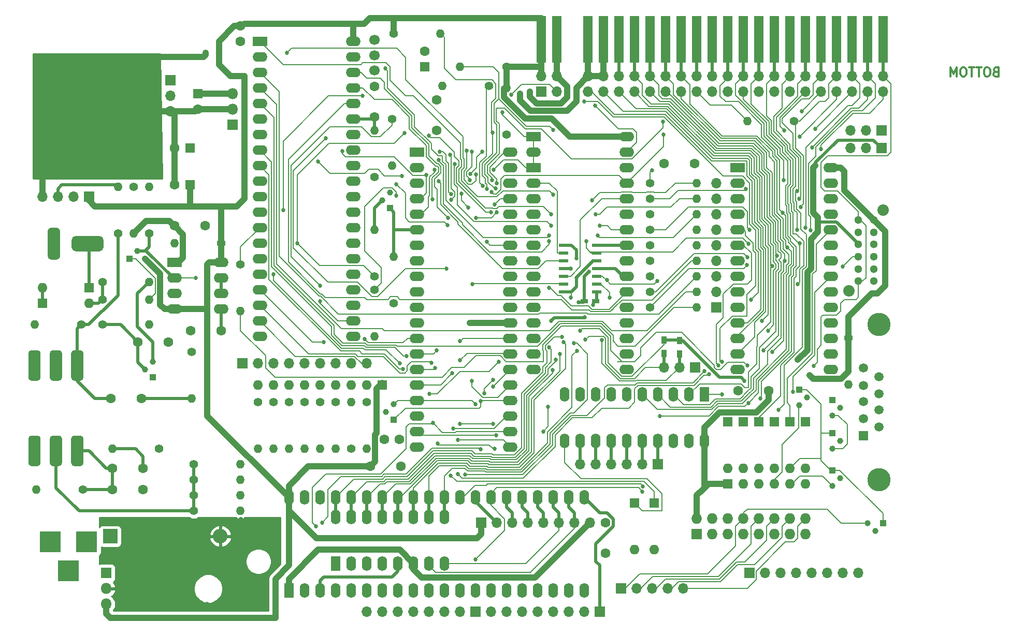
<source format=gbl>
%TF.GenerationSoftware,KiCad,Pcbnew,(5.1.8)-1*%
%TF.CreationDate,2020-12-05T18:28:33+00:00*%
%TF.ProjectId,ZX21,5a583231-2e6b-4696-9361-645f70636258,v01*%
%TF.SameCoordinates,Original*%
%TF.FileFunction,Copper,L2,Bot*%
%TF.FilePolarity,Positive*%
%FSLAX46Y46*%
G04 Gerber Fmt 4.6, Leading zero omitted, Abs format (unit mm)*
G04 Created by KiCad (PCBNEW (5.1.8)-1) date 2020-12-05 18:28:33*
%MOMM*%
%LPD*%
G01*
G04 APERTURE LIST*
%TA.AperFunction,NonConductor*%
%ADD10C,0.300000*%
%TD*%
%TA.AperFunction,ComponentPad*%
%ADD11R,1.600000X1.600000*%
%TD*%
%TA.AperFunction,ComponentPad*%
%ADD12C,1.600000*%
%TD*%
%TA.AperFunction,ComponentPad*%
%ADD13R,1.800000X1.800000*%
%TD*%
%TA.AperFunction,ComponentPad*%
%ADD14O,1.800000X1.800000*%
%TD*%
%TA.AperFunction,ComponentPad*%
%ADD15C,1.700000*%
%TD*%
%TA.AperFunction,ComponentPad*%
%ADD16R,1.700000X1.700000*%
%TD*%
%TA.AperFunction,ComponentPad*%
%ADD17O,1.700000X1.700000*%
%TD*%
%TA.AperFunction,ComponentPad*%
%ADD18C,1.875000*%
%TD*%
%TA.AperFunction,ComponentPad*%
%ADD19C,1.300000*%
%TD*%
%TA.AperFunction,ComponentPad*%
%ADD20R,2.400000X2.400000*%
%TD*%
%TA.AperFunction,ComponentPad*%
%ADD21O,2.400000X2.400000*%
%TD*%
%TA.AperFunction,ComponentPad*%
%ADD22C,1.400000*%
%TD*%
%TA.AperFunction,ComponentPad*%
%ADD23O,1.400000X1.400000*%
%TD*%
%TA.AperFunction,ComponentPad*%
%ADD24R,2.400000X1.600000*%
%TD*%
%TA.AperFunction,ComponentPad*%
%ADD25O,2.400000X1.600000*%
%TD*%
%TA.AperFunction,ComponentPad*%
%ADD26O,1.600000X1.600000*%
%TD*%
%TA.AperFunction,ComponentPad*%
%ADD27R,1.600000X2.400000*%
%TD*%
%TA.AperFunction,ComponentPad*%
%ADD28O,1.600000X2.400000*%
%TD*%
%TA.AperFunction,SMDPad,CuDef*%
%ADD29R,0.900000X1.200000*%
%TD*%
%TA.AperFunction,SMDPad,CuDef*%
%ADD30R,1.200000X0.750000*%
%TD*%
%TA.AperFunction,SMDPad,CuDef*%
%ADD31R,1.500000X0.600000*%
%TD*%
%TA.AperFunction,SMDPad,CuDef*%
%ADD32R,1.524000X7.620000*%
%TD*%
%TA.AperFunction,ComponentPad*%
%ADD33R,3.500000X3.500000*%
%TD*%
%TA.AperFunction,ComponentPad*%
%ADD34C,3.810000*%
%TD*%
%TA.AperFunction,ComponentPad*%
%ADD35R,1.520000X1.520000*%
%TD*%
%TA.AperFunction,ComponentPad*%
%ADD36C,1.520000*%
%TD*%
%TA.AperFunction,ComponentPad*%
%ADD37R,1.727200X1.727200*%
%TD*%
%TA.AperFunction,ComponentPad*%
%ADD38O,1.727200X1.727200*%
%TD*%
%TA.AperFunction,ComponentPad*%
%ADD39C,1.000000*%
%TD*%
%TA.AperFunction,ComponentPad*%
%ADD40R,1.000000X1.000000*%
%TD*%
%TA.AperFunction,ViaPad*%
%ADD41C,0.685800*%
%TD*%
%TA.AperFunction,Conductor*%
%ADD42C,0.203200*%
%TD*%
%TA.AperFunction,Conductor*%
%ADD43C,1.016000*%
%TD*%
%TA.AperFunction,Conductor*%
%ADD44C,0.508000*%
%TD*%
%TA.AperFunction,Conductor*%
%ADD45C,0.254000*%
%TD*%
%TA.AperFunction,Conductor*%
%ADD46C,0.100000*%
%TD*%
G04 APERTURE END LIST*
D10*
X189519285Y-46882857D02*
X189305000Y-46954285D01*
X189233571Y-47025714D01*
X189162142Y-47168571D01*
X189162142Y-47382857D01*
X189233571Y-47525714D01*
X189305000Y-47597142D01*
X189447857Y-47668571D01*
X190019285Y-47668571D01*
X190019285Y-46168571D01*
X189519285Y-46168571D01*
X189376428Y-46240000D01*
X189305000Y-46311428D01*
X189233571Y-46454285D01*
X189233571Y-46597142D01*
X189305000Y-46740000D01*
X189376428Y-46811428D01*
X189519285Y-46882857D01*
X190019285Y-46882857D01*
X188233571Y-46168571D02*
X187947857Y-46168571D01*
X187805000Y-46240000D01*
X187662142Y-46382857D01*
X187590714Y-46668571D01*
X187590714Y-47168571D01*
X187662142Y-47454285D01*
X187805000Y-47597142D01*
X187947857Y-47668571D01*
X188233571Y-47668571D01*
X188376428Y-47597142D01*
X188519285Y-47454285D01*
X188590714Y-47168571D01*
X188590714Y-46668571D01*
X188519285Y-46382857D01*
X188376428Y-46240000D01*
X188233571Y-46168571D01*
X187162142Y-46168571D02*
X186305000Y-46168571D01*
X186733571Y-47668571D02*
X186733571Y-46168571D01*
X186019285Y-46168571D02*
X185162142Y-46168571D01*
X185590714Y-47668571D02*
X185590714Y-46168571D01*
X184376428Y-46168571D02*
X184090714Y-46168571D01*
X183947857Y-46240000D01*
X183805000Y-46382857D01*
X183733571Y-46668571D01*
X183733571Y-47168571D01*
X183805000Y-47454285D01*
X183947857Y-47597142D01*
X184090714Y-47668571D01*
X184376428Y-47668571D01*
X184519285Y-47597142D01*
X184662142Y-47454285D01*
X184733571Y-47168571D01*
X184733571Y-46668571D01*
X184662142Y-46382857D01*
X184519285Y-46240000D01*
X184376428Y-46168571D01*
X183090714Y-47668571D02*
X183090714Y-46168571D01*
X182590714Y-47240000D01*
X182090714Y-46168571D01*
X182090714Y-47668571D01*
%TO.P,MIC1,1*%
%TO.N,Net-(C11-Pad1)*%
%TA.AperFunction,ComponentPad*%
G36*
G01*
X38385000Y-110902500D02*
X38385000Y-106902500D01*
G75*
G02*
X38885000Y-106402500I500000J0D01*
G01*
X39885000Y-106402500D01*
G75*
G02*
X40385000Y-106902500I0J-500000D01*
G01*
X40385000Y-110902500D01*
G75*
G02*
X39885000Y-111402500I-500000J0D01*
G01*
X38885000Y-111402500D01*
G75*
G02*
X38385000Y-110902500I0J500000D01*
G01*
G37*
%TD.AperFunction*%
%TO.P,MIC1,2*%
%TO.N,SOUND*%
%TA.AperFunction,ComponentPad*%
G36*
G01*
X34885000Y-110902500D02*
X34885000Y-106902500D01*
G75*
G02*
X35385000Y-106402500I500000J0D01*
G01*
X36385000Y-106402500D01*
G75*
G02*
X36885000Y-106902500I0J-500000D01*
G01*
X36885000Y-110902500D01*
G75*
G02*
X36385000Y-111402500I-500000J0D01*
G01*
X35385000Y-111402500D01*
G75*
G02*
X34885000Y-110902500I0J500000D01*
G01*
G37*
%TD.AperFunction*%
%TO.P,MIC1,3*%
%TO.N,GND*%
%TA.AperFunction,ComponentPad*%
G36*
G01*
X31385000Y-110902500D02*
X31385000Y-106902500D01*
G75*
G02*
X31885000Y-106402500I500000J0D01*
G01*
X32885000Y-106402500D01*
G75*
G02*
X33385000Y-106902500I0J-500000D01*
G01*
X33385000Y-110902500D01*
G75*
G02*
X32885000Y-111402500I-500000J0D01*
G01*
X31885000Y-111402500D01*
G75*
G02*
X31385000Y-110902500I0J500000D01*
G01*
G37*
%TD.AperFunction*%
%TD*%
D11*
%TO.P,C101,1*%
%TO.N,+5V*%
X57785000Y-65405000D03*
D12*
%TO.P,C101,2*%
%TO.N,GND*%
X55285000Y-65405000D03*
%TD*%
D13*
%TO.P,IC301,1*%
%TO.N,+9V*%
X64770000Y-55562500D03*
D14*
%TO.P,IC301,2*%
%TO.N,GND*%
X64770000Y-53022500D03*
%TO.P,IC301,3*%
%TO.N,+3V3*%
X64770000Y-50482500D03*
%TD*%
D15*
%TO.P,X1,3*%
%TO.N,Net-(X1-Pad3)*%
X87947500Y-41672500D03*
%TO.P,X1,2*%
%TO.N,GND*%
X87947500Y-44172500D03*
%TO.P,X1,1*%
%TO.N,Net-(C6-Pad1)*%
X87947500Y-46672500D03*
%TD*%
D16*
%TO.P,J701,a1*%
%TO.N,D7'*%
X115252500Y-50165000D03*
D17*
%TO.P,J701,b1*%
%TO.N,+5V*%
X115252500Y-47625000D03*
%TO.P,J701,a2*%
%TO.N,RAM_CS*%
X117792500Y-50165000D03*
%TO.P,J701,b2*%
%TO.N,+9V*%
X117792500Y-47625000D03*
%TO.P,J701,a4*%
%TO.N,D0'*%
X122872500Y-50165000D03*
%TO.P,J701,b4*%
%TO.N,GND*%
X122872500Y-47625000D03*
%TO.P,J701,a5*%
%TO.N,D1'*%
X125412500Y-50165000D03*
%TO.P,J701,b5*%
%TO.N,GND*%
X125412500Y-47625000D03*
%TO.P,J701,a6*%
%TO.N,D2'*%
X127952500Y-50165000D03*
%TO.P,J701,b6*%
%TO.N,CLK*%
X127952500Y-47625000D03*
%TO.P,J701,a7*%
%TO.N,D6'*%
X130492500Y-50165000D03*
%TO.P,J701,b7*%
%TO.N,A0*%
X130492500Y-47625000D03*
%TO.P,J701,a8*%
%TO.N,D5'*%
X133032500Y-50165000D03*
%TO.P,J701,b8*%
%TO.N,A1*%
X133032500Y-47625000D03*
%TO.P,J701,a9*%
%TO.N,D3'*%
X135572500Y-50165000D03*
%TO.P,J701,b9*%
%TO.N,A2*%
X135572500Y-47625000D03*
%TO.P,J701,a10*%
%TO.N,D4'*%
X138112500Y-50165000D03*
%TO.P,J701,b10*%
%TO.N,A3*%
X138112500Y-47625000D03*
%TO.P,J701,a11*%
%TO.N,INT*%
X140652500Y-50165000D03*
%TO.P,J701,b11*%
%TO.N,A15*%
X140652500Y-47625000D03*
%TO.P,J701,a12*%
%TO.N,NMI*%
X143192500Y-50165000D03*
%TO.P,J701,b12*%
%TO.N,A14*%
X143192500Y-47625000D03*
%TO.P,J701,a13*%
%TO.N,HALT*%
X145732500Y-50165000D03*
%TO.P,J701,b13*%
%TO.N,A13*%
X145732500Y-47625000D03*
%TO.P,J701,a14*%
%TO.N,MREQ*%
X148272500Y-50165000D03*
%TO.P,J701,b14*%
%TO.N,A12*%
X148272500Y-47625000D03*
%TO.P,J701,a15*%
%TO.N,IORQ*%
X150812500Y-50165000D03*
%TO.P,J701,b15*%
%TO.N,A11*%
X150812500Y-47625000D03*
%TO.P,J701,a16*%
%TO.N,RD*%
X153352500Y-50165000D03*
%TO.P,J701,b16*%
%TO.N,A10*%
X153352500Y-47625000D03*
%TO.P,J701,a17*%
%TO.N,WR*%
X155892500Y-50165000D03*
%TO.P,J701,b17*%
%TO.N,A9*%
X155892500Y-47625000D03*
%TO.P,J701,a18*%
%TO.N,BUSAK*%
X158432500Y-50165000D03*
%TO.P,J701,b18*%
%TO.N,A8*%
X158432500Y-47625000D03*
%TO.P,J701,a19*%
%TO.N,WAIT*%
X160972500Y-50165000D03*
%TO.P,J701,b19*%
%TO.N,A7*%
X160972500Y-47625000D03*
%TO.P,J701,a20*%
%TO.N,BUSRQ*%
X163512500Y-50165000D03*
%TO.P,J701,b20*%
%TO.N,A6*%
X163512500Y-47625000D03*
%TO.P,J701,a21*%
%TO.N,RESET*%
X166052500Y-50165000D03*
%TO.P,J701,b21*%
%TO.N,A5*%
X166052500Y-47625000D03*
%TO.P,J701,a22*%
%TO.N,MI*%
X168592500Y-50165000D03*
%TO.P,J701,b22*%
%TO.N,A4*%
X168592500Y-47625000D03*
%TO.P,J701,a23*%
%TO.N,RFSH*%
X171132500Y-50165000D03*
%TO.P,J701,b23*%
%TO.N,ROM_CS*%
X171132500Y-47625000D03*
%TD*%
D16*
%TO.P,J302,1*%
%TO.N,Net-(IC302-Pad35)*%
X54610000Y-48260000D03*
D17*
%TO.P,J302,2*%
%TO.N,Net-(IC302-Pad34)*%
X54610000Y-50800000D03*
%TO.P,J302,3*%
%TO.N,GND*%
X54610000Y-53340000D03*
%TD*%
D16*
%TO.P,J204,1*%
%TO.N,WR*%
X170815000Y-56515000D03*
D17*
%TO.P,J204,2*%
%TO.N,Net-(IC2-Pad27)*%
X168275000Y-56515000D03*
%TO.P,J204,3*%
%TO.N,+5V*%
X165735000Y-56515000D03*
%TD*%
D16*
%TO.P,J203,1*%
%TO.N,GND*%
X170815000Y-59372500D03*
D17*
%TO.P,J203,2*%
%TO.N,Net-(IC2-Pad1)*%
X168275000Y-59372500D03*
%TO.P,J203,3*%
%TO.N,+5V*%
X165735000Y-59372500D03*
%TD*%
D16*
%TO.P,J101,1*%
%TO.N,GND*%
X140335000Y-95250000D03*
D17*
%TO.P,J101,2*%
%TO.N,Net-(IC102-Pad13)*%
X137795000Y-95250000D03*
%TO.P,J101,3*%
%TO.N,Net-(IC102-Pad1)*%
X135255000Y-95250000D03*
%TD*%
D18*
%TO.P,S1,MH2*%
%TO.N,Net-(S1-PadMH2)*%
X171132500Y-69532500D03*
%TO.P,S1,MH1*%
%TO.N,Net-(S1-PadMH1)*%
X165532500Y-82732500D03*
D19*
%TO.P,S1,12*%
%TO.N,+5V*%
X169582500Y-71132500D03*
%TO.P,S1,11*%
%TO.N,ROM26*%
X169582500Y-73132500D03*
%TO.P,S1,10*%
%TO.N,A13*%
X169582500Y-75132500D03*
%TO.P,S1,9*%
%TO.N,A12*%
X169582500Y-77132500D03*
%TO.P,S1,8*%
%TO.N,ROM23*%
X169582500Y-79132500D03*
%TO.P,S1,7*%
%TO.N,A11*%
X169582500Y-81132500D03*
%TO.P,S1,6*%
%TO.N,ROM_CS*%
X167082500Y-71132500D03*
%TO.P,S1,5*%
%TO.N,ROM22*%
X167082500Y-73132500D03*
%TO.P,S1,4*%
%TO.N,GND*%
X167082500Y-75132500D03*
%TO.P,S1,3*%
%TO.N,A11*%
X167082500Y-77132500D03*
%TO.P,S1,2*%
%TO.N,ROM20*%
X167082500Y-79132500D03*
%TO.P,S1,1*%
%TO.N,ROM_CS*%
X167082500Y-81132500D03*
%TD*%
%TO.P,EAR1,1*%
%TO.N,EAR_IN*%
%TA.AperFunction,ComponentPad*%
G36*
G01*
X38385000Y-96932500D02*
X38385000Y-92932500D01*
G75*
G02*
X38885000Y-92432500I500000J0D01*
G01*
X39885000Y-92432500D01*
G75*
G02*
X40385000Y-92932500I0J-500000D01*
G01*
X40385000Y-96932500D01*
G75*
G02*
X39885000Y-97432500I-500000J0D01*
G01*
X38885000Y-97432500D01*
G75*
G02*
X38385000Y-96932500I0J500000D01*
G01*
G37*
%TD.AperFunction*%
%TO.P,EAR1,2*%
%TO.N,Net-(EAR1-Pad2)*%
%TA.AperFunction,ComponentPad*%
G36*
G01*
X34885000Y-96932500D02*
X34885000Y-92932500D01*
G75*
G02*
X35385000Y-92432500I500000J0D01*
G01*
X36385000Y-92432500D01*
G75*
G02*
X36885000Y-92932500I0J-500000D01*
G01*
X36885000Y-96932500D01*
G75*
G02*
X36385000Y-97432500I-500000J0D01*
G01*
X35385000Y-97432500D01*
G75*
G02*
X34885000Y-96932500I0J500000D01*
G01*
G37*
%TD.AperFunction*%
%TO.P,EAR1,3*%
%TO.N,GND*%
%TA.AperFunction,ComponentPad*%
G36*
G01*
X31385000Y-96932500D02*
X31385000Y-92932500D01*
G75*
G02*
X31885000Y-92432500I500000J0D01*
G01*
X32885000Y-92432500D01*
G75*
G02*
X33385000Y-92932500I0J-500000D01*
G01*
X33385000Y-96932500D01*
G75*
G02*
X32885000Y-97432500I-500000J0D01*
G01*
X31885000Y-97432500D01*
G75*
G02*
X31385000Y-96932500I0J500000D01*
G01*
G37*
%TD.AperFunction*%
%TD*%
D16*
%TO.P,J504,1*%
%TO.N,+5V*%
X105410000Y-120650000D03*
D17*
%TO.P,J504,2*%
%TO.N,Net-(IC501-Pad28)*%
X107950000Y-120650000D03*
%TO.P,J504,3*%
%TO.N,Net-(IC501-Pad26)*%
X110490000Y-120650000D03*
%TO.P,J504,4*%
%TO.N,Net-(IC501-Pad25)*%
X113030000Y-120650000D03*
%TO.P,J504,5*%
%TO.N,Net-(IC501-Pad24)*%
X115570000Y-120650000D03*
%TO.P,J504,6*%
%TO.N,Net-(IC501-Pad23)*%
X118110000Y-120650000D03*
%TO.P,J504,7*%
%TO.N,Net-(IC501-Pad22)*%
X120650000Y-120650000D03*
%TO.P,J504,8*%
%TO.N,GND*%
X123190000Y-120650000D03*
%TD*%
D16*
%TO.P,J503,1*%
%TO.N,Net-(IC501-Pad13)*%
X104457500Y-135255000D03*
D17*
%TO.P,J503,2*%
%TO.N,Net-(IC501-Pad12)*%
X101917500Y-135255000D03*
%TO.P,J503,3*%
%TO.N,Net-(IC501-Pad11)*%
X99377500Y-135255000D03*
%TO.P,J503,4*%
%TO.N,Net-(IC501-Pad10)*%
X96837500Y-135255000D03*
%TO.P,J503,5*%
%TO.N,Net-(IC501-Pad9)*%
X94297500Y-135255000D03*
%TO.P,J503,6*%
%TO.N,Net-(IC501-Pad8)*%
X91757500Y-135255000D03*
%TO.P,J503,7*%
%TO.N,Net-(IC501-Pad7)*%
X89217500Y-135255000D03*
%TO.P,J503,8*%
%TO.N,Net-(IC501-Pad6)*%
X86677500Y-135255000D03*
%TD*%
D16*
%TO.P,J502,1*%
%TO.N,Net-(IC501-Pad21)*%
X124777500Y-135255000D03*
D17*
%TO.P,J502,2*%
%TO.N,Net-(IC501-Pad20)*%
X122237500Y-135255000D03*
%TO.P,J502,3*%
%TO.N,Net-(IC501-Pad19)*%
X119697500Y-135255000D03*
%TO.P,J502,4*%
%TO.N,Net-(IC501-Pad18)*%
X117157500Y-135255000D03*
%TO.P,J502,5*%
%TO.N,Net-(IC501-Pad17)*%
X114617500Y-135255000D03*
%TO.P,J502,6*%
%TO.N,Net-(IC501-Pad16)*%
X112077500Y-135255000D03*
%TO.P,J502,7*%
%TO.N,Net-(IC501-Pad15)*%
X109537500Y-135255000D03*
%TO.P,J502,8*%
%TO.N,Net-(IC501-Pad14)*%
X106997500Y-135255000D03*
%TD*%
D11*
%TO.P,C302,1*%
%TO.N,+3V3*%
X59055000Y-50482500D03*
D12*
%TO.P,C302,2*%
%TO.N,GND*%
X59055000Y-52982500D03*
%TD*%
D11*
%TO.P,C301,1*%
%TO.N,+9V*%
X57785000Y-59372500D03*
D12*
%TO.P,C301,2*%
%TO.N,GND*%
X55285000Y-59372500D03*
%TD*%
D11*
%TO.P,C5,1*%
%TO.N,RESET*%
X96202500Y-46037500D03*
D12*
%TO.P,C5,2*%
%TO.N,GND*%
X96202500Y-43537500D03*
%TD*%
D20*
%TO.P,C3,1*%
%TO.N,+9V*%
X44767500Y-122872500D03*
D21*
%TO.P,C3,2*%
%TO.N,GND*%
X62767500Y-122872500D03*
%TD*%
D12*
%TO.P,C501,1*%
%TO.N,+5V*%
X125730000Y-125650000D03*
%TO.P,C501,2*%
%TO.N,GND*%
X125730000Y-120650000D03*
%TD*%
%TO.P,C104,1*%
%TO.N,Net-(C104-Pad1)*%
X54292500Y-91122500D03*
%TO.P,C104,2*%
%TO.N,Net-(C104-Pad2)*%
X49292500Y-91122500D03*
%TD*%
%TO.P,C103,1*%
%TO.N,Net-(C103-Pad1)*%
X60245000Y-72072500D03*
%TO.P,C103,2*%
%TO.N,GND*%
X55245000Y-72072500D03*
%TD*%
%TO.P,C102,1*%
%TO.N,Net-(C102-Pad1)*%
X62865000Y-89217500D03*
%TO.P,C102,2*%
%TO.N,GND*%
X57865000Y-89217500D03*
%TD*%
%TO.P,C12,1*%
%TO.N,Net-(C12-Pad1)*%
X50085000Y-111760000D03*
%TO.P,C12,2*%
%TO.N,Net-(C11-Pad1)*%
X45085000Y-111760000D03*
%TD*%
%TO.P,C11,1*%
%TO.N,Net-(C11-Pad1)*%
X45085000Y-115252500D03*
%TO.P,C11,2*%
%TO.N,GND*%
X50085000Y-115252500D03*
%TD*%
%TO.P,C10,1*%
%TO.N,Net-(C10-Pad1)*%
X49847500Y-100330000D03*
%TO.P,C10,2*%
%TO.N,EAR_IN*%
X44847500Y-100330000D03*
%TD*%
%TO.P,C9,1*%
%TO.N,+5V*%
X135255000Y-61912500D03*
%TO.P,C9,2*%
%TO.N,GND*%
X140255000Y-61912500D03*
%TD*%
%TO.P,C8,1*%
%TO.N,+5V*%
X152400000Y-99060000D03*
%TO.P,C8,2*%
%TO.N,GND*%
X147400000Y-99060000D03*
%TD*%
%TO.P,C7,1*%
%TO.N,Net-(C7-Pad1)*%
X98107500Y-56515000D03*
%TO.P,C7,2*%
%TO.N,CLK*%
X98107500Y-51515000D03*
%TD*%
%TO.P,C6,1*%
%TO.N,Net-(C6-Pad1)*%
X87947500Y-49292500D03*
%TO.P,C6,2*%
%TO.N,Net-(C6-Pad2)*%
X87947500Y-54292500D03*
%TD*%
%TO.P,C4,1*%
%TO.N,+5V*%
X87312500Y-111442500D03*
%TO.P,C4,2*%
%TO.N,GND*%
X92312500Y-111442500D03*
%TD*%
%TO.P,C1,2*%
%TO.N,HALT*%
X92035000Y-106997500D03*
%TO.P,C1,1*%
%TO.N,Net-(C1-Pad1)*%
X89535000Y-106997500D03*
%TD*%
D22*
%TO.P,R504,1*%
%TO.N,SOUND*%
X58420000Y-118745000D03*
D23*
%TO.P,R504,2*%
%TO.N,GND*%
X66040000Y-118745000D03*
%TD*%
D22*
%TO.P,R503,1*%
%TO.N,SOUND*%
X58420000Y-111125000D03*
D23*
%TO.P,R503,2*%
%TO.N,Net-(IC501-Pad38)*%
X66040000Y-111125000D03*
%TD*%
D22*
%TO.P,R502,1*%
%TO.N,SOUND*%
X58420000Y-113665000D03*
D23*
%TO.P,R502,2*%
%TO.N,Net-(IC501-Pad4)*%
X66040000Y-113665000D03*
%TD*%
D22*
%TO.P,R501,1*%
%TO.N,SOUND*%
X58420000Y-116205000D03*
D23*
%TO.P,R501,2*%
%TO.N,Net-(IC501-Pad3)*%
X66040000Y-116205000D03*
%TD*%
D22*
%TO.P,R401,1*%
%TO.N,+5V*%
X165417500Y-90424000D03*
D23*
%TO.P,R401,2*%
%TO.N,Net-(J401-Pad8)*%
X165417500Y-98044000D03*
%TD*%
D22*
%TO.P,R303,1*%
%TO.N,EAR_IN*%
X46037500Y-73342500D03*
D23*
%TO.P,R303,2*%
%TO.N,IO22*%
X46037500Y-65722500D03*
%TD*%
D22*
%TO.P,R302,1*%
%TO.N,VP*%
X48577500Y-65722500D03*
D23*
%TO.P,R302,2*%
%TO.N,GND*%
X48577500Y-73342500D03*
%TD*%
%TO.P,R301,2*%
%TO.N,VP*%
X51117500Y-65722500D03*
D22*
%TO.P,R301,1*%
%TO.N,TAPE_OUT*%
X51117500Y-73342500D03*
%TD*%
%TO.P,R201,1*%
%TO.N,A6*%
X156527500Y-54927500D03*
D23*
%TO.P,R201,2*%
%TO.N,INT*%
X148907500Y-54927500D03*
%TD*%
D24*
%TO.P,IC801,1*%
%TO.N,A14*%
X113982500Y-57467500D03*
D25*
%TO.P,IC801,2*%
X113982500Y-60007500D03*
%TO.P,IC801,3*%
%TO.N,A15*%
X129222500Y-60007500D03*
%TO.P,IC801,4*%
%TO.N,+5V*%
X129222500Y-57467500D03*
%TD*%
D11*
%TO.P,D102,1*%
%TO.N,Net-(D102-Pad1)*%
X41275000Y-82232500D03*
D26*
%TO.P,D102,2*%
%TO.N,Net-(D101-Pad1)*%
X33655000Y-82232500D03*
%TD*%
D11*
%TO.P,D101,1*%
%TO.N,Net-(D101-Pad1)*%
X33655000Y-84772500D03*
D26*
%TO.P,D101,2*%
%TO.N,Net-(D101-Pad2)*%
X41275000Y-84772500D03*
%TD*%
D11*
%TO.P,D8,1*%
%TO.N,A15*%
X130492500Y-117475000D03*
D26*
%TO.P,D8,2*%
%TO.N,ROW8*%
X130492500Y-125095000D03*
%TD*%
D11*
%TO.P,D7,1*%
%TO.N,A14*%
X133667500Y-117475000D03*
D26*
%TO.P,D7,2*%
%TO.N,ROW7*%
X133667500Y-125095000D03*
%TD*%
D11*
%TO.P,D6,1*%
%TO.N,A8*%
X158432500Y-104140000D03*
D26*
%TO.P,D6,2*%
%TO.N,ROW6*%
X158432500Y-111760000D03*
%TD*%
D11*
%TO.P,D5,1*%
%TO.N,A13*%
X145732500Y-104140000D03*
D26*
%TO.P,D5,2*%
%TO.N,ROW5*%
X145732500Y-111760000D03*
%TD*%
D11*
%TO.P,D4,1*%
%TO.N,A9*%
X155892500Y-104140000D03*
D26*
%TO.P,D4,2*%
%TO.N,ROW4*%
X155892500Y-111760000D03*
%TD*%
D11*
%TO.P,D3,1*%
%TO.N,A12*%
X148272500Y-104140000D03*
D26*
%TO.P,D3,2*%
%TO.N,ROW3*%
X148272500Y-111760000D03*
%TD*%
D11*
%TO.P,D2,1*%
%TO.N,A10*%
X153352500Y-104140000D03*
D26*
%TO.P,D2,2*%
%TO.N,ROW2*%
X153352500Y-111760000D03*
%TD*%
D11*
%TO.P,D1,1*%
%TO.N,A11*%
X150812500Y-104140000D03*
D26*
%TO.P,D1,2*%
%TO.N,ROW1*%
X150812500Y-111760000D03*
%TD*%
D22*
%TO.P,R104,1*%
%TO.N,Net-(D101-Pad2)*%
X43497500Y-84137500D03*
D23*
%TO.P,R104,2*%
%TO.N,Net-(R104-Pad2)*%
X51117500Y-84137500D03*
%TD*%
D22*
%TO.P,R103,1*%
%TO.N,Net-(D101-Pad2)*%
X43497500Y-81280000D03*
D23*
%TO.P,R103,2*%
%TO.N,Net-(R103-Pad2)*%
X51117500Y-81280000D03*
%TD*%
D22*
%TO.P,R102,1*%
%TO.N,Net-(C104-Pad2)*%
X43497500Y-88265000D03*
D23*
%TO.P,R102,2*%
%TO.N,Net-(C104-Pad1)*%
X51117500Y-88265000D03*
%TD*%
D22*
%TO.P,R101,1*%
%TO.N,+5V*%
X62865000Y-74930000D03*
D23*
%TO.P,R101,2*%
%TO.N,Net-(C103-Pad1)*%
X55245000Y-74930000D03*
%TD*%
D22*
%TO.P,R34,1*%
%TO.N,EAR_IN*%
X40005000Y-88265000D03*
D23*
%TO.P,R34,2*%
%TO.N,GND*%
X32385000Y-88265000D03*
%TD*%
D22*
%TO.P,R33,1*%
%TO.N,Net-(IC1-Pad20)*%
X58102500Y-92710000D03*
D23*
%TO.P,R33,2*%
%TO.N,Net-(C10-Pad1)*%
X58102500Y-100330000D03*
%TD*%
D22*
%TO.P,R30,1*%
%TO.N,Net-(IC1-Pad22)*%
X90805000Y-54610000D03*
D23*
%TO.P,R30,2*%
%TO.N,GND*%
X90805000Y-62230000D03*
%TD*%
D22*
%TO.P,R29,1*%
%TO.N,TAPE_OUT*%
X52705000Y-108585000D03*
D23*
%TO.P,R29,2*%
%TO.N,Net-(C12-Pad1)*%
X45085000Y-108585000D03*
%TD*%
D22*
%TO.P,R28,1*%
%TO.N,Net-(IC1-Pad13)*%
X66040000Y-78422500D03*
D23*
%TO.P,R28,2*%
%TO.N,ROM_CS*%
X66040000Y-86042500D03*
%TD*%
D22*
%TO.P,R27,1*%
%TO.N,Net-(C11-Pad1)*%
X40322500Y-115252500D03*
D23*
%TO.P,R27,2*%
%TO.N,GND*%
X32702500Y-115252500D03*
%TD*%
D22*
%TO.P,R26,1*%
%TO.N,A0*%
X133032500Y-85407500D03*
D23*
%TO.P,R26,2*%
%TO.N,A0'*%
X140652500Y-85407500D03*
%TD*%
D22*
%TO.P,R25,1*%
%TO.N,A3*%
X133032500Y-77787500D03*
D23*
%TO.P,R25,2*%
%TO.N,A3'*%
X140652500Y-77787500D03*
%TD*%
D22*
%TO.P,R24,1*%
%TO.N,A4*%
X133032500Y-75247500D03*
D23*
%TO.P,R24,2*%
%TO.N,A4'*%
X140652500Y-75247500D03*
%TD*%
D22*
%TO.P,R23,1*%
%TO.N,A5*%
X133032500Y-72707500D03*
D23*
%TO.P,R23,2*%
%TO.N,A5'*%
X140652500Y-72707500D03*
%TD*%
D22*
%TO.P,R22,1*%
%TO.N,A8*%
X133032500Y-65087500D03*
D23*
%TO.P,R22,2*%
%TO.N,A8'*%
X140652500Y-65087500D03*
%TD*%
D22*
%TO.P,R21,1*%
%TO.N,A7*%
X133032500Y-67627500D03*
D23*
%TO.P,R21,2*%
%TO.N,A7'*%
X140652500Y-67627500D03*
%TD*%
D22*
%TO.P,R20,1*%
%TO.N,A6*%
X133032500Y-70167500D03*
D23*
%TO.P,R20,2*%
%TO.N,A6'*%
X140652500Y-70167500D03*
%TD*%
D22*
%TO.P,R19,1*%
%TO.N,A2*%
X133032500Y-80327500D03*
D23*
%TO.P,R19,2*%
%TO.N,A2'*%
X140652500Y-80327500D03*
%TD*%
D22*
%TO.P,R18,1*%
%TO.N,A1*%
X133032500Y-82867500D03*
D23*
%TO.P,R18,2*%
%TO.N,A1'*%
X140652500Y-82867500D03*
%TD*%
D22*
%TO.P,R17,1*%
%TO.N,+5V*%
X91122500Y-40640000D03*
D23*
%TO.P,R17,2*%
%TO.N,WAIT*%
X98742500Y-40640000D03*
%TD*%
D22*
%TO.P,R16,1*%
%TO.N,BUSRQ*%
X109537500Y-57150000D03*
D23*
%TO.P,R16,2*%
%TO.N,+5V*%
X109537500Y-49530000D03*
%TD*%
D22*
%TO.P,R15,1*%
%TO.N,+5V*%
X109537500Y-46037500D03*
D23*
%TO.P,R15,2*%
%TO.N,RESET*%
X101917500Y-46037500D03*
%TD*%
D22*
%TO.P,R14,1*%
%TO.N,D0*%
X68897500Y-100965000D03*
D23*
%TO.P,R14,2*%
%TO.N,D0'*%
X68897500Y-108585000D03*
%TD*%
D22*
%TO.P,R13,1*%
%TO.N,D7*%
X86677500Y-100965000D03*
D23*
%TO.P,R13,2*%
%TO.N,D7'*%
X86677500Y-108585000D03*
%TD*%
D22*
%TO.P,R12,1*%
%TO.N,D6'*%
X84137500Y-108585000D03*
D23*
%TO.P,R12,2*%
%TO.N,D6*%
X84137500Y-100965000D03*
%TD*%
D22*
%TO.P,R11,1*%
%TO.N,D5*%
X81597500Y-100965000D03*
D23*
%TO.P,R11,2*%
%TO.N,D5'*%
X81597500Y-108585000D03*
%TD*%
D22*
%TO.P,R10,1*%
%TO.N,D1*%
X71437500Y-100965000D03*
D23*
%TO.P,R10,2*%
%TO.N,D1'*%
X71437500Y-108585000D03*
%TD*%
D22*
%TO.P,R9,1*%
%TO.N,D2*%
X73977500Y-100965000D03*
D23*
%TO.P,R9,2*%
%TO.N,D2'*%
X73977500Y-108585000D03*
%TD*%
D22*
%TO.P,R8,1*%
%TO.N,D3*%
X76517500Y-100965000D03*
D23*
%TO.P,R8,2*%
%TO.N,D3'*%
X76517500Y-108585000D03*
%TD*%
D22*
%TO.P,R7,1*%
%TO.N,D4*%
X79057500Y-100965000D03*
D23*
%TO.P,R7,2*%
%TO.N,D4'*%
X79057500Y-108585000D03*
%TD*%
D22*
%TO.P,R6,1*%
%TO.N,CLK*%
X87947500Y-80327500D03*
D23*
%TO.P,R6,2*%
%TO.N,Net-(C7-Pad1)*%
X87947500Y-72707500D03*
%TD*%
D22*
%TO.P,R5,1*%
%TO.N,+5V*%
X91122500Y-84772500D03*
D23*
%TO.P,R5,2*%
%TO.N,Net-(IC3-Pad6)*%
X91122500Y-77152500D03*
%TD*%
D22*
%TO.P,R4,1*%
%TO.N,GND*%
X87947500Y-64135000D03*
D23*
%TO.P,R4,2*%
%TO.N,Net-(C6-Pad2)*%
X87947500Y-56515000D03*
%TD*%
D22*
%TO.P,R2,1*%
%TO.N,RAM_CS*%
X106680000Y-49212500D03*
D23*
%TO.P,R2,2*%
%TO.N,Net-(IC1-Pad12)*%
X99060000Y-49212500D03*
%TD*%
D22*
%TO.P,R1,1*%
%TO.N,HALT*%
X87947500Y-82550000D03*
D23*
%TO.P,R1,2*%
%TO.N,Net-(C1-Pad1)*%
X87947500Y-90170000D03*
%TD*%
D27*
%TO.P,IC503,1*%
%TO.N,WR*%
X81597500Y-127317500D03*
D28*
%TO.P,IC503,9*%
%TO.N,D7'*%
X99377500Y-119697500D03*
%TO.P,IC503,2*%
%TO.N,Net-(IC501-Pad27)*%
X84137500Y-127317500D03*
%TO.P,IC503,10*%
%TO.N,D6'*%
X96837500Y-119697500D03*
%TO.P,IC503,3*%
%TO.N,A7*%
X86677500Y-127317500D03*
%TO.P,IC503,11*%
%TO.N,D5'*%
X94297500Y-119697500D03*
%TO.P,IC503,4*%
%TO.N,+5V*%
X89217500Y-127317500D03*
%TO.P,IC503,12*%
%TO.N,D4'*%
X91757500Y-119697500D03*
%TO.P,IC503,5*%
%TO.N,Net-(IC501-Pad3)*%
X91757500Y-127317500D03*
%TO.P,IC503,13*%
%TO.N,D3'*%
X89217500Y-119697500D03*
%TO.P,IC503,6*%
%TO.N,GND*%
X94297500Y-127317500D03*
%TO.P,IC503,14*%
%TO.N,D2'*%
X86677500Y-119697500D03*
%TO.P,IC503,7*%
%TO.N,Net-(IC501-Pad22)*%
X96837500Y-127317500D03*
%TO.P,IC503,15*%
%TO.N,D1'*%
X84137500Y-119697500D03*
%TO.P,IC503,8*%
%TO.N,Net-(IC501-Pad23)*%
X99377500Y-127317500D03*
%TO.P,IC503,16*%
%TO.N,D0'*%
X81597500Y-119697500D03*
%TD*%
D24*
%TO.P,IC4,1*%
%TO.N,A14*%
X113982500Y-62547500D03*
D25*
%TO.P,IC4,15*%
%TO.N,D3'*%
X129222500Y-95567500D03*
%TO.P,IC4,2*%
%TO.N,Net-(IC102-Pad6)*%
X113982500Y-65087500D03*
%TO.P,IC4,16*%
%TO.N,D4'*%
X129222500Y-93027500D03*
%TO.P,IC4,3*%
%TO.N,A7*%
X113982500Y-67627500D03*
%TO.P,IC4,17*%
%TO.N,D5'*%
X129222500Y-90487500D03*
%TO.P,IC4,4*%
%TO.N,A6*%
X113982500Y-70167500D03*
%TO.P,IC4,18*%
%TO.N,D6'*%
X129222500Y-87947500D03*
%TO.P,IC4,5*%
%TO.N,A5*%
X113982500Y-72707500D03*
%TO.P,IC4,19*%
%TO.N,D7'*%
X129222500Y-85407500D03*
%TO.P,IC4,6*%
%TO.N,A4*%
X113982500Y-75247500D03*
%TO.P,IC4,20*%
%TO.N,RAM_CS*%
X129222500Y-82867500D03*
%TO.P,IC4,7*%
%TO.N,A3*%
X113982500Y-77787500D03*
%TO.P,IC4,21*%
%TO.N,Net-(IC102-Pad11)*%
X129222500Y-80327500D03*
%TO.P,IC4,8*%
%TO.N,A2*%
X113982500Y-80327500D03*
%TO.P,IC4,22*%
%TO.N,GND*%
X129222500Y-77787500D03*
%TO.P,IC4,9*%
%TO.N,A1*%
X113982500Y-82867500D03*
%TO.P,IC4,23*%
%TO.N,Net-(IC102-Pad8)*%
X129222500Y-75247500D03*
%TO.P,IC4,10*%
%TO.N,A0*%
X113982500Y-85407500D03*
%TO.P,IC4,24*%
%TO.N,A9*%
X129222500Y-72707500D03*
%TO.P,IC4,11*%
%TO.N,D0'*%
X113982500Y-87947500D03*
%TO.P,IC4,25*%
%TO.N,A8*%
X129222500Y-70167500D03*
%TO.P,IC4,12*%
%TO.N,D1'*%
X113982500Y-90487500D03*
%TO.P,IC4,26*%
%TO.N,Net-(IC102-Pad3)*%
X129222500Y-67627500D03*
%TO.P,IC4,13*%
%TO.N,D2'*%
X113982500Y-93027500D03*
%TO.P,IC4,27*%
%TO.N,WR*%
X129222500Y-65087500D03*
%TO.P,IC4,14*%
%TO.N,GND*%
X113982500Y-95567500D03*
%TO.P,IC4,28*%
%TO.N,+5V*%
X129222500Y-62547500D03*
%TD*%
D29*
%TO.P,R106,1*%
%TO.N,Net-(IC102-Pad13)*%
X137795000Y-93027500D03*
%TO.P,R106,2*%
%TO.N,+5V*%
X137795000Y-90827500D03*
%TD*%
D27*
%TO.P,IC501,1*%
%TO.N,GND*%
X73977500Y-131762500D03*
D28*
%TO.P,IC501,21*%
%TO.N,Net-(IC501-Pad21)*%
X122237500Y-116522500D03*
%TO.P,IC501,2*%
%TO.N,Net-(IC501-Pad2)*%
X76517500Y-131762500D03*
%TO.P,IC501,22*%
%TO.N,Net-(IC501-Pad22)*%
X119697500Y-116522500D03*
%TO.P,IC501,3*%
%TO.N,Net-(IC501-Pad3)*%
X79057500Y-131762500D03*
%TO.P,IC501,23*%
%TO.N,Net-(IC501-Pad23)*%
X117157500Y-116522500D03*
%TO.P,IC501,4*%
%TO.N,Net-(IC501-Pad4)*%
X81597500Y-131762500D03*
%TO.P,IC501,24*%
%TO.N,Net-(IC501-Pad24)*%
X114617500Y-116522500D03*
%TO.P,IC501,5*%
%TO.N,Net-(IC501-Pad5)*%
X84137500Y-131762500D03*
%TO.P,IC501,25*%
%TO.N,Net-(IC501-Pad25)*%
X112077500Y-116522500D03*
%TO.P,IC501,6*%
%TO.N,Net-(IC501-Pad6)*%
X86677500Y-131762500D03*
%TO.P,IC501,26*%
%TO.N,Net-(IC501-Pad26)*%
X109537500Y-116522500D03*
%TO.P,IC501,7*%
%TO.N,Net-(IC501-Pad7)*%
X89217500Y-131762500D03*
%TO.P,IC501,27*%
%TO.N,Net-(IC501-Pad27)*%
X106997500Y-116522500D03*
%TO.P,IC501,8*%
%TO.N,Net-(IC501-Pad8)*%
X91757500Y-131762500D03*
%TO.P,IC501,28*%
%TO.N,Net-(IC501-Pad28)*%
X104457500Y-116522500D03*
%TO.P,IC501,9*%
%TO.N,Net-(IC501-Pad9)*%
X94297500Y-131762500D03*
%TO.P,IC501,29*%
%TO.N,Net-(IC501-Pad29)*%
X101917500Y-116522500D03*
%TO.P,IC501,10*%
%TO.N,Net-(IC501-Pad10)*%
X96837500Y-131762500D03*
%TO.P,IC501,30*%
%TO.N,D7'*%
X99377500Y-116522500D03*
%TO.P,IC501,11*%
%TO.N,Net-(IC501-Pad11)*%
X99377500Y-131762500D03*
%TO.P,IC501,31*%
%TO.N,D6'*%
X96837500Y-116522500D03*
%TO.P,IC501,12*%
%TO.N,Net-(IC501-Pad12)*%
X101917500Y-131762500D03*
%TO.P,IC501,32*%
%TO.N,D5'*%
X94297500Y-116522500D03*
%TO.P,IC501,13*%
%TO.N,Net-(IC501-Pad13)*%
X104457500Y-131762500D03*
%TO.P,IC501,33*%
%TO.N,D4'*%
X91757500Y-116522500D03*
%TO.P,IC501,14*%
%TO.N,Net-(IC501-Pad14)*%
X106997500Y-131762500D03*
%TO.P,IC501,34*%
%TO.N,D3'*%
X89217500Y-116522500D03*
%TO.P,IC501,15*%
%TO.N,Net-(IC501-Pad15)*%
X109537500Y-131762500D03*
%TO.P,IC501,35*%
%TO.N,D2'*%
X86677500Y-116522500D03*
%TO.P,IC501,16*%
%TO.N,Net-(IC501-Pad16)*%
X112077500Y-131762500D03*
%TO.P,IC501,36*%
%TO.N,D1'*%
X84137500Y-116522500D03*
%TO.P,IC501,17*%
%TO.N,Net-(IC501-Pad17)*%
X114617500Y-131762500D03*
%TO.P,IC501,37*%
%TO.N,D0'*%
X81597500Y-116522500D03*
%TO.P,IC501,18*%
%TO.N,Net-(IC501-Pad18)*%
X117157500Y-131762500D03*
%TO.P,IC501,38*%
%TO.N,Net-(IC501-Pad38)*%
X79057500Y-116522500D03*
%TO.P,IC501,19*%
%TO.N,Net-(IC501-Pad19)*%
X119697500Y-131762500D03*
%TO.P,IC501,39*%
%TO.N,Net-(IC501-Pad39)*%
X76517500Y-116522500D03*
%TO.P,IC501,20*%
%TO.N,Net-(IC501-Pad20)*%
X122237500Y-131762500D03*
%TO.P,IC501,40*%
%TO.N,+5V*%
X73977500Y-116522500D03*
%TD*%
D24*
%TO.P,IC3,1*%
%TO.N,A11*%
X94932500Y-60007500D03*
D25*
%TO.P,IC3,21*%
%TO.N,RD*%
X110172500Y-108267500D03*
%TO.P,IC3,2*%
%TO.N,A12*%
X94932500Y-62547500D03*
%TO.P,IC3,22*%
%TO.N,WR*%
X110172500Y-105727500D03*
%TO.P,IC3,3*%
%TO.N,A13*%
X94932500Y-65087500D03*
%TO.P,IC3,23*%
%TO.N,BUSAK*%
X110172500Y-103187500D03*
%TO.P,IC3,4*%
%TO.N,A14*%
X94932500Y-67627500D03*
%TO.P,IC3,24*%
%TO.N,WAIT*%
X110172500Y-100647500D03*
%TO.P,IC3,5*%
%TO.N,A15*%
X94932500Y-70167500D03*
%TO.P,IC3,25*%
%TO.N,BUSRQ*%
X110172500Y-98107500D03*
%TO.P,IC3,6*%
%TO.N,Net-(IC3-Pad6)*%
X94932500Y-72707500D03*
%TO.P,IC3,26*%
%TO.N,RESET*%
X110172500Y-95567500D03*
%TO.P,IC3,7*%
%TO.N,D4*%
X94932500Y-75247500D03*
%TO.P,IC3,27*%
%TO.N,MI*%
X110172500Y-93027500D03*
%TO.P,IC3,8*%
%TO.N,D3*%
X94932500Y-77787500D03*
%TO.P,IC3,28*%
%TO.N,RFSH*%
X110172500Y-90487500D03*
%TO.P,IC3,9*%
%TO.N,D5*%
X94932500Y-80327500D03*
%TO.P,IC3,29*%
%TO.N,GND*%
X110172500Y-87947500D03*
%TO.P,IC3,10*%
%TO.N,D6*%
X94932500Y-82867500D03*
%TO.P,IC3,30*%
%TO.N,A0*%
X110172500Y-85407500D03*
%TO.P,IC3,11*%
%TO.N,+5V*%
X94932500Y-85407500D03*
%TO.P,IC3,31*%
%TO.N,A1*%
X110172500Y-82867500D03*
%TO.P,IC3,12*%
%TO.N,D2*%
X94932500Y-87947500D03*
%TO.P,IC3,32*%
%TO.N,A2*%
X110172500Y-80327500D03*
%TO.P,IC3,13*%
%TO.N,D7*%
X94932500Y-90487500D03*
%TO.P,IC3,33*%
%TO.N,A3*%
X110172500Y-77787500D03*
%TO.P,IC3,14*%
%TO.N,D0*%
X94932500Y-93027500D03*
%TO.P,IC3,34*%
%TO.N,A4*%
X110172500Y-75247500D03*
%TO.P,IC3,15*%
%TO.N,D1*%
X94932500Y-95567500D03*
%TO.P,IC3,35*%
%TO.N,A5*%
X110172500Y-72707500D03*
%TO.P,IC3,16*%
%TO.N,INT*%
X94932500Y-98107500D03*
%TO.P,IC3,36*%
%TO.N,A6*%
X110172500Y-70167500D03*
%TO.P,IC3,17*%
%TO.N,NMI*%
X94932500Y-100647500D03*
%TO.P,IC3,37*%
%TO.N,A7*%
X110172500Y-67627500D03*
%TO.P,IC3,18*%
%TO.N,HALT*%
X94932500Y-103187500D03*
%TO.P,IC3,38*%
%TO.N,A8*%
X110172500Y-65087500D03*
%TO.P,IC3,19*%
%TO.N,MREQ*%
X94932500Y-105727500D03*
%TO.P,IC3,39*%
%TO.N,A9*%
X110172500Y-62547500D03*
%TO.P,IC3,20*%
%TO.N,IORQ*%
X94932500Y-108267500D03*
%TO.P,IC3,40*%
%TO.N,A10*%
X110172500Y-60007500D03*
%TD*%
D24*
%TO.P,IC1,1*%
%TO.N,A7'*%
X69215000Y-41910000D03*
D25*
%TO.P,IC1,21*%
%TO.N,D6*%
X84455000Y-90170000D03*
%TO.P,IC1,2*%
%TO.N,A8'*%
X69215000Y-44450000D03*
%TO.P,IC1,22*%
%TO.N,Net-(IC1-Pad22)*%
X84455000Y-87630000D03*
%TO.P,IC1,3*%
%TO.N,A2'*%
X69215000Y-46990000D03*
%TO.P,IC1,23*%
%TO.N,D5*%
X84455000Y-85090000D03*
%TO.P,IC1,4*%
%TO.N,A1'*%
X69215000Y-49530000D03*
%TO.P,IC1,24*%
%TO.N,D4*%
X84455000Y-82550000D03*
%TO.P,IC1,5*%
%TO.N,A0'*%
X69215000Y-52070000D03*
%TO.P,IC1,25*%
%TO.N,KBD4*%
X84455000Y-80010000D03*
%TO.P,IC1,6*%
%TO.N,RD*%
X69215000Y-54610000D03*
%TO.P,IC1,26*%
%TO.N,D3*%
X84455000Y-77470000D03*
%TO.P,IC1,7*%
%TO.N,IORQ*%
X69215000Y-57150000D03*
%TO.P,IC1,27*%
%TO.N,KBD3*%
X84455000Y-74930000D03*
%TO.P,IC1,8*%
%TO.N,WR*%
X69215000Y-59690000D03*
%TO.P,IC1,28*%
%TO.N,D2*%
X84455000Y-72390000D03*
%TO.P,IC1,9*%
%TO.N,MREQ*%
X69215000Y-62230000D03*
%TO.P,IC1,29*%
%TO.N,KBD2*%
X84455000Y-69850000D03*
%TO.P,IC1,10*%
%TO.N,MI*%
X69215000Y-64770000D03*
%TO.P,IC1,30*%
%TO.N,D1*%
X84455000Y-67310000D03*
%TO.P,IC1,11*%
%TO.N,A14*%
X69215000Y-67310000D03*
%TO.P,IC1,31*%
%TO.N,KBD1*%
X84455000Y-64770000D03*
%TO.P,IC1,12*%
%TO.N,Net-(IC1-Pad12)*%
X69215000Y-69850000D03*
%TO.P,IC1,32*%
%TO.N,D0*%
X84455000Y-62230000D03*
%TO.P,IC1,13*%
%TO.N,Net-(IC1-Pad13)*%
X69215000Y-72390000D03*
%TO.P,IC1,33*%
%TO.N,KBD0*%
X84455000Y-59690000D03*
%TO.P,IC1,14*%
%TO.N,CLK*%
X69215000Y-74930000D03*
%TO.P,IC1,34*%
%TO.N,GND*%
X84455000Y-57150000D03*
%TO.P,IC1,15*%
%TO.N,NMI*%
X69215000Y-77470000D03*
%TO.P,IC1,35*%
%TO.N,Net-(C6-Pad2)*%
X84455000Y-54610000D03*
%TO.P,IC1,16*%
%TO.N,TAPE_OUT*%
X69215000Y-80010000D03*
%TO.P,IC1,36*%
%TO.N,A3'*%
X84455000Y-52070000D03*
%TO.P,IC1,17*%
%TO.N,HALT*%
X69215000Y-82550000D03*
%TO.P,IC1,37*%
%TO.N,A4'*%
X84455000Y-49530000D03*
%TO.P,IC1,18*%
%TO.N,A15*%
X69215000Y-85090000D03*
%TO.P,IC1,38*%
%TO.N,A5'*%
X84455000Y-46990000D03*
%TO.P,IC1,19*%
%TO.N,D7*%
X69215000Y-87630000D03*
%TO.P,IC1,39*%
%TO.N,A6'*%
X84455000Y-44450000D03*
%TO.P,IC1,20*%
%TO.N,Net-(IC1-Pad20)*%
X69215000Y-90170000D03*
%TO.P,IC1,40*%
%TO.N,+5V*%
X84455000Y-41910000D03*
%TD*%
D24*
%TO.P,IC2,1*%
%TO.N,Net-(IC2-Pad1)*%
X147320000Y-62547500D03*
D25*
%TO.P,IC2,15*%
%TO.N,D3'*%
X162560000Y-95567500D03*
%TO.P,IC2,2*%
%TO.N,A12*%
X147320000Y-65087500D03*
%TO.P,IC2,16*%
%TO.N,D4'*%
X162560000Y-93027500D03*
%TO.P,IC2,3*%
%TO.N,A7'*%
X147320000Y-67627500D03*
%TO.P,IC2,17*%
%TO.N,D5'*%
X162560000Y-90487500D03*
%TO.P,IC2,4*%
%TO.N,A6'*%
X147320000Y-70167500D03*
%TO.P,IC2,18*%
%TO.N,D6'*%
X162560000Y-87947500D03*
%TO.P,IC2,5*%
%TO.N,A5'*%
X147320000Y-72707500D03*
%TO.P,IC2,19*%
%TO.N,D7'*%
X162560000Y-85407500D03*
%TO.P,IC2,6*%
%TO.N,A4'*%
X147320000Y-75247500D03*
%TO.P,IC2,20*%
%TO.N,ROM20*%
X162560000Y-82867500D03*
%TO.P,IC2,7*%
%TO.N,A3'*%
X147320000Y-77787500D03*
%TO.P,IC2,21*%
%TO.N,A10*%
X162560000Y-80327500D03*
%TO.P,IC2,8*%
%TO.N,A2'*%
X147320000Y-80327500D03*
%TO.P,IC2,22*%
%TO.N,ROM22*%
X162560000Y-77787500D03*
%TO.P,IC2,9*%
%TO.N,A1'*%
X147320000Y-82867500D03*
%TO.P,IC2,23*%
%TO.N,ROM23*%
X162560000Y-75247500D03*
%TO.P,IC2,10*%
%TO.N,A0'*%
X147320000Y-85407500D03*
%TO.P,IC2,24*%
%TO.N,A9*%
X162560000Y-72707500D03*
%TO.P,IC2,11*%
%TO.N,D0'*%
X147320000Y-87947500D03*
%TO.P,IC2,25*%
%TO.N,A8'*%
X162560000Y-70167500D03*
%TO.P,IC2,12*%
%TO.N,D1'*%
X147320000Y-90487500D03*
%TO.P,IC2,26*%
%TO.N,ROM26*%
X162560000Y-67627500D03*
%TO.P,IC2,13*%
%TO.N,D2'*%
X147320000Y-93027500D03*
%TO.P,IC2,27*%
%TO.N,Net-(IC2-Pad27)*%
X162560000Y-65087500D03*
%TO.P,IC2,14*%
%TO.N,GND*%
X147320000Y-95567500D03*
%TO.P,IC2,28*%
%TO.N,+5V*%
X162560000Y-62547500D03*
%TD*%
D27*
%TO.P,IC502,1*%
%TO.N,MREQ*%
X141922500Y-99695000D03*
D28*
%TO.P,IC502,11*%
%TO.N,A15*%
X119062500Y-107315000D03*
%TO.P,IC502,2*%
%TO.N,A0*%
X139382500Y-99695000D03*
%TO.P,IC502,12*%
%TO.N,Net-(IC502-Pad12)*%
X121602500Y-107315000D03*
%TO.P,IC502,3*%
%TO.N,A1*%
X136842500Y-99695000D03*
%TO.P,IC502,13*%
%TO.N,Net-(IC502-Pad13)*%
X124142500Y-107315000D03*
%TO.P,IC502,4*%
%TO.N,A2*%
X134302500Y-99695000D03*
%TO.P,IC502,14*%
%TO.N,Net-(IC502-Pad14)*%
X126682500Y-107315000D03*
%TO.P,IC502,5*%
%TO.N,A3*%
X131762500Y-99695000D03*
%TO.P,IC502,15*%
%TO.N,Net-(IC502-Pad15)*%
X129222500Y-107315000D03*
%TO.P,IC502,6*%
%TO.N,A4*%
X129222500Y-99695000D03*
%TO.P,IC502,16*%
%TO.N,Net-(IC502-Pad16)*%
X131762500Y-107315000D03*
%TO.P,IC502,7*%
%TO.N,A7*%
X126682500Y-99695000D03*
%TO.P,IC502,17*%
%TO.N,Net-(IC502-Pad17)*%
X134302500Y-107315000D03*
%TO.P,IC502,8*%
%TO.N,WR*%
X124142500Y-99695000D03*
%TO.P,IC502,18*%
%TO.N,Net-(IC501-Pad29)*%
X136842500Y-107315000D03*
%TO.P,IC502,9*%
%TO.N,IORQ*%
X121602500Y-99695000D03*
%TO.P,IC502,19*%
%TO.N,Net-(IC501-Pad27)*%
X139382500Y-107315000D03*
%TO.P,IC502,10*%
%TO.N,GND*%
X119062500Y-99695000D03*
%TO.P,IC502,20*%
%TO.N,+5V*%
X141922500Y-107315000D03*
%TD*%
D16*
%TO.P,J501,1*%
%TO.N,Net-(IC502-Pad17)*%
X134302500Y-111125000D03*
D17*
%TO.P,J501,2*%
%TO.N,Net-(IC502-Pad16)*%
X131762500Y-111125000D03*
%TO.P,J501,3*%
%TO.N,Net-(IC502-Pad15)*%
X129222500Y-111125000D03*
%TO.P,J501,4*%
%TO.N,Net-(IC502-Pad14)*%
X126682500Y-111125000D03*
%TO.P,J501,5*%
%TO.N,Net-(IC502-Pad13)*%
X124142500Y-111125000D03*
%TO.P,J501,6*%
%TO.N,Net-(IC502-Pad12)*%
X121602500Y-111125000D03*
%TD*%
D30*
%TO.P,C105,1*%
%TO.N,+5V*%
X124140000Y-84455000D03*
%TO.P,C105,2*%
%TO.N,GND*%
X122240000Y-84455000D03*
%TD*%
D29*
%TO.P,R105,1*%
%TO.N,Net-(IC102-Pad1)*%
X135255000Y-93005000D03*
%TO.P,R105,2*%
%TO.N,+5V*%
X135255000Y-90805000D03*
%TD*%
D31*
%TO.P,IC102,1*%
%TO.N,Net-(IC102-Pad1)*%
X118902500Y-82867500D03*
%TO.P,IC102,2*%
%TO.N,A13*%
X118902500Y-81597500D03*
%TO.P,IC102,3*%
%TO.N,Net-(IC102-Pad3)*%
X118902500Y-80327500D03*
%TO.P,IC102,4*%
%TO.N,Net-(IC102-Pad1)*%
X118902500Y-79057500D03*
%TO.P,IC102,5*%
%TO.N,A12*%
X118902500Y-77787500D03*
%TO.P,IC102,6*%
%TO.N,Net-(IC102-Pad6)*%
X118902500Y-76517500D03*
%TO.P,IC102,7*%
%TO.N,GND*%
X118902500Y-75247500D03*
%TO.P,IC102,8*%
%TO.N,Net-(IC102-Pad8)*%
X124302500Y-75247500D03*
%TO.P,IC102,9*%
%TO.N,A11*%
X124302500Y-76517500D03*
%TO.P,IC102,10*%
%TO.N,Net-(IC102-Pad1)*%
X124302500Y-77787500D03*
%TO.P,IC102,11*%
%TO.N,Net-(IC102-Pad11)*%
X124302500Y-79057500D03*
%TO.P,IC102,12*%
%TO.N,A10*%
X124302500Y-80327500D03*
%TO.P,IC102,13*%
%TO.N,Net-(IC102-Pad13)*%
X124302500Y-81597500D03*
%TO.P,IC102,14*%
%TO.N,+5V*%
X124302500Y-82867500D03*
%TD*%
D12*
%TO.P,C2,1*%
%TO.N,+5V*%
X66040000Y-39410000D03*
%TO.P,C2,2*%
%TO.N,GND*%
X66040000Y-41910000D03*
%TD*%
D32*
%TO.P,EDGE1,B14*%
%TO.N,A12*%
X148272500Y-41592500D03*
%TO.P,EDGE1,B15*%
%TO.N,A11*%
X150812500Y-41592500D03*
%TO.P,EDGE1,B16*%
%TO.N,A10*%
X153352500Y-41592500D03*
%TO.P,EDGE1,B17*%
%TO.N,A9*%
X155892500Y-41592500D03*
%TO.P,EDGE1,B21*%
%TO.N,A5*%
X166052500Y-41592500D03*
%TO.P,EDGE1,B20*%
%TO.N,A6*%
X163512500Y-41592500D03*
%TO.P,EDGE1,B19*%
%TO.N,A7*%
X160972500Y-41592500D03*
%TO.P,EDGE1,B18*%
%TO.N,A8*%
X158432500Y-41592500D03*
%TO.P,EDGE1,B23*%
%TO.N,ROM_CS*%
X171132500Y-41592500D03*
%TO.P,EDGE1,B22*%
%TO.N,A4*%
X168592500Y-41592500D03*
%TO.P,EDGE1,B6*%
%TO.N,CLK*%
X127952500Y-41592500D03*
%TO.P,EDGE1,B7*%
%TO.N,A0*%
X130492500Y-41592500D03*
%TO.P,EDGE1,B8*%
%TO.N,A1*%
X133032500Y-41592500D03*
%TO.P,EDGE1,B9*%
%TO.N,A2*%
X135572500Y-41592500D03*
%TO.P,EDGE1,B13*%
%TO.N,A13*%
X145732500Y-41592500D03*
%TO.P,EDGE1,B12*%
%TO.N,A14*%
X143192500Y-41592500D03*
%TO.P,EDGE1,B11*%
%TO.N,A15*%
X140652500Y-41592500D03*
%TO.P,EDGE1,B10*%
%TO.N,A3*%
X138112500Y-41592500D03*
%TO.P,EDGE1,B5*%
%TO.N,GND*%
X125412500Y-41592500D03*
%TO.P,EDGE1,B4*%
X122872500Y-41592500D03*
%TO.P,EDGE1,B2*%
%TO.N,+9V*%
X117792500Y-41592500D03*
%TO.P,EDGE1,B1*%
%TO.N,+5V*%
X115252500Y-41592500D03*
%TD*%
D25*
%TO.P,IC101,8*%
%TO.N,+5V*%
X62865000Y-78105000D03*
%TO.P,IC101,4*%
X55245000Y-85725000D03*
%TO.P,IC101,7*%
%TO.N,Net-(C103-Pad1)*%
X62865000Y-80645000D03*
%TO.P,IC101,3*%
%TO.N,Net-(C104-Pad1)*%
X55245000Y-83185000D03*
%TO.P,IC101,6*%
%TO.N,Net-(C103-Pad1)*%
X62865000Y-83185000D03*
%TO.P,IC101,2*%
%TO.N,TAPE_OUT*%
X55245000Y-80645000D03*
%TO.P,IC101,5*%
%TO.N,Net-(C102-Pad1)*%
X62865000Y-85725000D03*
D24*
%TO.P,IC101,1*%
%TO.N,GND*%
X55245000Y-78105000D03*
%TD*%
D33*
%TO.P,J1,3*%
%TO.N,Net-(J1-Pad3)*%
X37925000Y-128525000D03*
%TO.P,J1,2*%
%TO.N,GND*%
X34925000Y-123825000D03*
%TO.P,J1,1*%
%TO.N,+9V*%
X40925000Y-123825000D03*
%TD*%
D17*
%TO.P,J301,4*%
%TO.N,GND*%
X33655000Y-67310000D03*
%TO.P,J301,3*%
%TO.N,IO22*%
X36195000Y-67310000D03*
%TO.P,J301,2*%
%TO.N,VP*%
X38735000Y-67310000D03*
D16*
%TO.P,J301,1*%
%TO.N,+5V*%
X41275000Y-67310000D03*
%TD*%
D34*
%TO.P,J401,*%
%TO.N,*%
X170434000Y-113665000D03*
X170434000Y-88265000D03*
D35*
%TO.P,J401,1*%
%TO.N,Net-(J401-Pad1)*%
X167894000Y-106425000D03*
D36*
%TO.P,J401,2*%
%TO.N,Net-(J401-Pad2)*%
X167894000Y-103635000D03*
%TO.P,J401,3*%
%TO.N,Net-(J401-Pad3)*%
X167894000Y-100835000D03*
%TO.P,J401,4*%
%TO.N,Net-(J401-Pad4)*%
X167894000Y-98175000D03*
%TO.P,J401,5*%
%TO.N,Net-(J401-Pad5)*%
X167894000Y-95375000D03*
%TO.P,J401,9*%
%TO.N,Net-(J401-Pad9)*%
X170434000Y-96775000D03*
%TO.P,J401,8*%
%TO.N,Net-(J401-Pad8)*%
X170434000Y-99565000D03*
%TO.P,J401,7*%
%TO.N,Net-(J401-Pad7)*%
X170434000Y-102235000D03*
%TO.P,J401,6*%
%TO.N,Net-(J401-Pad6)*%
X170434000Y-105025000D03*
%TD*%
D37*
%TO.P,J601,1*%
%TO.N,ROW8*%
X140652500Y-122555000D03*
D38*
%TO.P,J601,2*%
%TO.N,+5V*%
X140652500Y-120015000D03*
%TO.P,J601,3*%
%TO.N,ROW7*%
X143192500Y-122555000D03*
%TO.P,J601,4*%
%TO.N,GND*%
X143192500Y-120015000D03*
%TO.P,J601,5*%
%TO.N,ROW5*%
X145732500Y-122555000D03*
%TO.P,J601,6*%
%TO.N,Net-(J601-Pad6)*%
X145732500Y-120015000D03*
%TO.P,J601,7*%
%TO.N,ROW3*%
X148272500Y-122555000D03*
%TO.P,J601,8*%
%TO.N,KBD0*%
X148272500Y-120015000D03*
%TO.P,J601,9*%
%TO.N,ROW1*%
X150812500Y-122555000D03*
%TO.P,J601,10*%
%TO.N,KBD1*%
X150812500Y-120015000D03*
%TO.P,J601,11*%
%TO.N,ROW2*%
X153352500Y-122555000D03*
%TO.P,J601,12*%
%TO.N,KBD2*%
X153352500Y-120015000D03*
%TO.P,J601,13*%
%TO.N,ROW4*%
X155892500Y-122555000D03*
%TO.P,J601,14*%
%TO.N,KBD3*%
X155892500Y-120015000D03*
%TO.P,J601,15*%
%TO.N,ROW6*%
X158432500Y-122555000D03*
%TO.P,J601,16*%
%TO.N,KBD4*%
X158432500Y-120015000D03*
%TD*%
D16*
%TO.P,J702,1*%
%TO.N,GND*%
X66357500Y-94615000D03*
D17*
%TO.P,J702,2*%
%TO.N,D0*%
X68897500Y-94615000D03*
%TO.P,J702,3*%
%TO.N,D1*%
X71437500Y-94615000D03*
%TO.P,J702,4*%
%TO.N,D2*%
X73977500Y-94615000D03*
%TO.P,J702,5*%
%TO.N,D3*%
X76517500Y-94615000D03*
%TO.P,J702,6*%
%TO.N,D4*%
X79057500Y-94615000D03*
%TO.P,J702,7*%
%TO.N,D5*%
X81597500Y-94615000D03*
%TO.P,J702,8*%
%TO.N,D6*%
X84137500Y-94615000D03*
%TO.P,J702,9*%
%TO.N,D7*%
X86677500Y-94615000D03*
%TD*%
%TO.P,J703,9*%
%TO.N,A8'*%
X143827500Y-65087500D03*
%TO.P,J703,8*%
%TO.N,A7'*%
X143827500Y-67627500D03*
%TO.P,J703,7*%
%TO.N,A6'*%
X143827500Y-70167500D03*
%TO.P,J703,6*%
%TO.N,A5'*%
X143827500Y-72707500D03*
%TO.P,J703,5*%
%TO.N,A4'*%
X143827500Y-75247500D03*
%TO.P,J703,4*%
%TO.N,A3'*%
X143827500Y-77787500D03*
%TO.P,J703,3*%
%TO.N,A2'*%
X143827500Y-80327500D03*
%TO.P,J703,2*%
%TO.N,A1'*%
X143827500Y-82867500D03*
D16*
%TO.P,J703,1*%
%TO.N,A0'*%
X143827500Y-85407500D03*
%TD*%
D17*
%TO.P,KB1,5*%
%TO.N,KBD4*%
X138430000Y-131445000D03*
%TO.P,KB1,4*%
%TO.N,KBD3*%
X135890000Y-131445000D03*
%TO.P,KB1,3*%
%TO.N,KBD2*%
X133350000Y-131445000D03*
%TO.P,KB1,2*%
%TO.N,KBD1*%
X130810000Y-131445000D03*
D16*
%TO.P,KB1,1*%
%TO.N,KBD0*%
X128270000Y-131445000D03*
%TD*%
D17*
%TO.P,KB2,8*%
%TO.N,ROW8*%
X167005000Y-128905000D03*
%TO.P,KB2,7*%
%TO.N,ROW7*%
X164465000Y-128905000D03*
%TO.P,KB2,6*%
%TO.N,ROW6*%
X161925000Y-128905000D03*
%TO.P,KB2,5*%
%TO.N,ROW5*%
X159385000Y-128905000D03*
%TO.P,KB2,4*%
%TO.N,ROW4*%
X156845000Y-128905000D03*
%TO.P,KB2,3*%
%TO.N,ROW3*%
X154305000Y-128905000D03*
%TO.P,KB2,2*%
%TO.N,ROW2*%
X151765000Y-128905000D03*
D16*
%TO.P,KB2,1*%
%TO.N,ROW1*%
X149225000Y-128905000D03*
%TD*%
D39*
%TO.P,TR403,2*%
%TO.N,Net-(J401-Pad2)*%
X164070000Y-107315000D03*
%TO.P,TR403,3*%
%TO.N,KBD4*%
X162800000Y-108585000D03*
D40*
%TO.P,TR403,1*%
%TO.N,ROW4*%
X162800000Y-106045000D03*
%TD*%
D14*
%TO.P,REG1,3*%
%TO.N,+5V*%
X44132500Y-133985000D03*
%TO.P,REG1,2*%
%TO.N,GND*%
X44132500Y-131445000D03*
D13*
%TO.P,REG1,1*%
%TO.N,+9V*%
X44132500Y-128905000D03*
%TD*%
D11*
%TO.P,RP1,1*%
%TO.N,+5V*%
X89217500Y-98107500D03*
D26*
%TO.P,RP1,2*%
%TO.N,D7*%
X86677500Y-98107500D03*
%TO.P,RP1,3*%
%TO.N,D6*%
X84137500Y-98107500D03*
%TO.P,RP1,4*%
%TO.N,D5*%
X81597500Y-98107500D03*
%TO.P,RP1,5*%
%TO.N,D4*%
X79057500Y-98107500D03*
%TO.P,RP1,6*%
%TO.N,D3*%
X76517500Y-98107500D03*
%TO.P,RP1,7*%
%TO.N,D2*%
X73977500Y-98107500D03*
%TO.P,RP1,8*%
%TO.N,D1*%
X71437500Y-98107500D03*
%TO.P,RP1,9*%
%TO.N,D0*%
X68897500Y-98107500D03*
%TD*%
D11*
%TO.P,RP3,1*%
%TO.N,+5V*%
X145732500Y-114300000D03*
D26*
%TO.P,RP3,2*%
%TO.N,KBD0*%
X148272500Y-114300000D03*
%TO.P,RP3,3*%
%TO.N,KBD1*%
X150812500Y-114300000D03*
%TO.P,RP3,4*%
%TO.N,KBD2*%
X153352500Y-114300000D03*
%TO.P,RP3,5*%
%TO.N,KBD3*%
X155892500Y-114300000D03*
%TO.P,RP3,6*%
%TO.N,KBD4*%
X158432500Y-114300000D03*
%TD*%
D40*
%TO.P,TR1,1*%
%TO.N,WAIT*%
X91122500Y-103822500D03*
D39*
%TO.P,TR1,3*%
%TO.N,NMI*%
X91122500Y-101282500D03*
%TO.P,TR1,2*%
%TO.N,Net-(C1-Pad1)*%
X89852500Y-102552500D03*
%TD*%
%TO.P,TR2,2*%
%TO.N,Net-(C7-Pad1)*%
X89217500Y-67945000D03*
%TO.P,TR2,3*%
%TO.N,GND*%
X90487500Y-66675000D03*
D40*
%TO.P,TR2,1*%
%TO.N,Net-(IC3-Pad6)*%
X90487500Y-69215000D03*
%TD*%
D39*
%TO.P,TR101,2*%
%TO.N,TAPE_OUT*%
X49212500Y-76200000D03*
%TO.P,TR101,3*%
%TO.N,+5V*%
X50482500Y-77470000D03*
D40*
%TO.P,TR101,1*%
%TO.N,Net-(R104-Pad2)*%
X47942500Y-77470000D03*
%TD*%
%TO.P,TR102,1*%
%TO.N,GND*%
X51752500Y-96837500D03*
D39*
%TO.P,TR102,3*%
%TO.N,Net-(R103-Pad2)*%
X51752500Y-94297500D03*
%TO.P,TR102,2*%
%TO.N,Net-(C104-Pad2)*%
X50482500Y-95567500D03*
%TD*%
D40*
%TO.P,TR401,1*%
%TO.N,ROW4*%
X157400000Y-98860000D03*
D39*
%TO.P,TR401,3*%
%TO.N,KBD2*%
X157400000Y-101400000D03*
%TO.P,TR401,2*%
%TO.N,Net-(J401-Pad4)*%
X158670000Y-100130000D03*
%TD*%
D40*
%TO.P,TR402,1*%
%TO.N,ROW1*%
X162800000Y-100584000D03*
D39*
%TO.P,TR402,3*%
%TO.N,KBD4*%
X162800000Y-103124000D03*
%TO.P,TR402,2*%
%TO.N,Net-(J401-Pad3)*%
X164070000Y-101854000D03*
%TD*%
D40*
%TO.P,TR404,1*%
%TO.N,ROW4*%
X171070000Y-120730000D03*
D39*
%TO.P,TR404,3*%
%TO.N,KBD0*%
X168530000Y-120730000D03*
%TO.P,TR404,2*%
%TO.N,Net-(J401-Pad6)*%
X169800000Y-122000000D03*
%TD*%
%TO.P,TR405,2*%
%TO.N,Net-(J401-Pad1)*%
X164070000Y-113330000D03*
%TO.P,TR405,3*%
%TO.N,KBD3*%
X162800000Y-114600000D03*
D40*
%TO.P,TR405,1*%
%TO.N,ROW4*%
X162800000Y-112060000D03*
%TD*%
%TO.P,VIDEO1,1*%
%TO.N,Net-(D102-Pad1)*%
%TA.AperFunction,ComponentPad*%
G36*
G01*
X38460000Y-75625000D02*
X38460000Y-74375000D01*
G75*
G02*
X39085000Y-73750000I625000J0D01*
G01*
X43035000Y-73750000D01*
G75*
G02*
X43660000Y-74375000I0J-625000D01*
G01*
X43660000Y-75625000D01*
G75*
G02*
X43035000Y-76250000I-625000J0D01*
G01*
X39085000Y-76250000D01*
G75*
G02*
X38460000Y-75625000I0J625000D01*
G01*
G37*
%TD.AperFunction*%
%TO.P,VIDEO1,2*%
%TO.N,GND*%
%TA.AperFunction,ComponentPad*%
G36*
G01*
X34560000Y-77100000D02*
X34560000Y-72900000D01*
G75*
G02*
X35060000Y-72400000I500000J0D01*
G01*
X36060000Y-72400000D01*
G75*
G02*
X36560000Y-72900000I0J-500000D01*
G01*
X36560000Y-77100000D01*
G75*
G02*
X36060000Y-77600000I-500000J0D01*
G01*
X35060000Y-77600000D01*
G75*
G02*
X34560000Y-77100000I0J500000D01*
G01*
G37*
%TD.AperFunction*%
%TD*%
D41*
%TO.N,GND*%
X41275000Y-54610000D03*
X41275000Y-53657500D03*
X40322500Y-53657500D03*
X43497500Y-54610000D03*
X43497500Y-53657500D03*
X44450000Y-53657500D03*
X44450000Y-51117500D03*
X43497500Y-51117500D03*
X43497500Y-50165000D03*
X41275000Y-50165000D03*
X41275000Y-51117500D03*
X40322500Y-51117500D03*
X40322500Y-50165000D03*
X40322500Y-54610000D03*
X44450000Y-54610000D03*
X44450000Y-50165000D03*
%TO.N,HALT*%
X79692500Y-91122500D03*
X91507084Y-67166724D03*
%TO.N,+5V*%
X123714624Y-84979624D03*
X121602500Y-89217500D03*
X87918216Y-123234354D03*
X148454110Y-97422167D03*
X62547500Y-45720000D03*
X159067512Y-96520000D03*
%TO.N,+9V*%
X113347500Y-50165000D03*
%TO.N,RESET*%
X160020000Y-56197500D03*
X117157500Y-56388032D03*
X107315000Y-98425000D03*
X107798004Y-65963422D03*
%TO.N,CLK*%
X92836968Y-56895457D03*
X75349121Y-74930000D03*
%TO.N,A12*%
X154838379Y-64632490D03*
X98425000Y-64770000D03*
%TO.N,A11*%
X164465000Y-78740000D03*
X122555000Y-74612500D03*
X116522500Y-74612500D03*
X157480000Y-74930000D03*
X149052344Y-75055538D03*
X98444966Y-61262641D03*
%TO.N,A10*%
X134161999Y-81139499D03*
X157162500Y-81597500D03*
X107950000Y-65087500D03*
X125968750Y-80962492D03*
X156353898Y-99197104D03*
%TO.N,A9*%
X124777500Y-72072500D03*
X116840000Y-72072500D03*
X157029208Y-72734893D03*
X101111775Y-61961016D03*
%TO.N,A5*%
X158432500Y-72390000D03*
X149225000Y-72707502D03*
%TO.N,A6*%
X157601980Y-69009440D03*
%TO.N,A7*%
X148642521Y-66071582D03*
X105295712Y-108647344D03*
X105929887Y-99489237D03*
X107327710Y-97315435D03*
X107632500Y-68569691D03*
X157429158Y-67663319D03*
X79375000Y-120649998D03*
%TO.N,A8*%
X133350000Y-62966616D03*
X157022747Y-66357500D03*
X154000210Y-102200000D03*
%TO.N,ROM_CS*%
X148907500Y-94932500D03*
X159771736Y-95001736D03*
%TO.N,A4*%
X159227657Y-72787578D03*
X106311646Y-74717931D03*
%TO.N,A0*%
X148879027Y-78487646D03*
X152971587Y-78695884D03*
%TO.N,A1*%
X148923355Y-77184207D03*
X153784409Y-76970039D03*
%TO.N,A2*%
X155033141Y-77806868D03*
%TO.N,A13*%
X154680924Y-69950127D03*
X103949470Y-81625551D03*
X103295112Y-69059521D03*
X134620000Y-103187500D03*
X107315000Y-104457500D03*
X102153483Y-66799367D03*
X101917500Y-104457500D03*
X149055162Y-101105448D03*
%TO.N,A14*%
X82715563Y-59823873D03*
X100439764Y-112928390D03*
X108902500Y-53483833D03*
X96454238Y-63723443D03*
X107449594Y-62896538D03*
%TO.N,A15*%
X98298206Y-107674901D03*
X124006129Y-52400210D03*
X107632500Y-108585006D03*
X97784309Y-62945577D03*
X97243911Y-94526089D03*
%TO.N,A3*%
X155422092Y-75583619D03*
%TO.N,D7'*%
X149517101Y-84162899D03*
X120547421Y-91262139D03*
X122237500Y-51752500D03*
%TO.N,RAM_CS*%
X116522500Y-82219790D03*
X104539395Y-70746883D03*
X107937290Y-69883993D03*
X110284183Y-50650025D03*
X105623155Y-65494142D03*
%TO.N,D0'*%
X118639153Y-90234939D03*
%TO.N,D1'*%
X116522500Y-91976940D03*
%TO.N,D4'*%
X152975928Y-92732574D03*
X118236968Y-93027500D03*
%TO.N,INT*%
X91541610Y-65268881D03*
X99929897Y-72005165D03*
X100665748Y-96220750D03*
%TO.N,NMI*%
X135132202Y-55041696D03*
X71437500Y-80010000D03*
X92075000Y-94615000D03*
X104475293Y-101269790D03*
X107170631Y-64595234D03*
%TO.N,D3'*%
X117093744Y-95667754D03*
X151542519Y-92481245D03*
%TO.N,D5'*%
X152287674Y-89227713D03*
X118845592Y-91099650D03*
%TO.N,D6'*%
X121060784Y-92525095D03*
X151317646Y-87602856D03*
%TO.N,D2'*%
X117589258Y-93980000D03*
%TO.N,MI*%
X101930210Y-94097057D03*
X159481927Y-59270890D03*
X105596229Y-59921525D03*
X103645135Y-63601259D03*
%TO.N,RFSH*%
X103921312Y-59973162D03*
X101930210Y-90955709D03*
X103548952Y-64595983D03*
X160984538Y-59520966D03*
%TO.N,BUSAK*%
X100342710Y-60436120D03*
X100507710Y-67858796D03*
X100824537Y-105239137D03*
X154940000Y-56515000D03*
%TO.N,WAIT*%
X157797500Y-53340000D03*
X105282177Y-100736300D03*
X106353277Y-66034109D03*
X107224219Y-56832500D03*
%TO.N,BUSRQ*%
X103060532Y-59750903D03*
X103850081Y-97484623D03*
X104528538Y-63700970D03*
X157480000Y-57467506D03*
%TO.N,WR*%
X116354160Y-101688911D03*
X115570000Y-105727500D03*
X97491431Y-104338347D03*
X93242256Y-93411246D03*
X107100906Y-66515142D03*
X135232727Y-57149930D03*
X78422500Y-121285000D03*
%TO.N,RD*%
X98653031Y-59967225D03*
X101612710Y-107124543D03*
X80010000Y-57785000D03*
X99695028Y-79057500D03*
X100451661Y-66921522D03*
%TO.N,IORQ*%
X108267512Y-94297500D03*
X107048936Y-69849807D03*
X78740000Y-61595000D03*
X96923863Y-99581282D03*
X92437986Y-63891152D03*
X96857530Y-57318385D03*
%TO.N,MREQ*%
X107833831Y-106375210D03*
X92614430Y-95498860D03*
X144780000Y-99695000D03*
X151080868Y-100342634D03*
%TO.N,A7'*%
X124142500Y-70167500D03*
X116840000Y-70167500D03*
%TO.N,A8'*%
X123507500Y-67945000D03*
X117199989Y-66965112D03*
X73660000Y-43815000D03*
%TO.N,Net-(IC1-Pad22)*%
X79057500Y-84455000D03*
X79057500Y-81915000D03*
%TO.N,D1*%
X97891621Y-95341733D03*
%TO.N,Net-(IC1-Pad12)*%
X73025000Y-69532500D03*
X86042482Y-50800000D03*
%TO.N,D0*%
X98132855Y-92475495D03*
%TO.N,TAPE_OUT*%
X58737500Y-80644990D03*
%TO.N,A4'*%
X97417094Y-67708672D03*
X142677375Y-96331241D03*
X144180485Y-94953947D03*
X101600000Y-112712498D03*
%TO.N,A5'*%
X144780000Y-94297500D03*
X141912080Y-95878841D03*
X102818633Y-112764951D03*
X100012500Y-70802500D03*
%TO.N,D7*%
X86381509Y-90605996D03*
%TO.N,A6'*%
X116522500Y-73647290D03*
X124460000Y-73660000D03*
X89718350Y-46355000D03*
%TO.N,Net-(IC501-Pad29)*%
X131851579Y-114685463D03*
%TO.N,Net-(IC501-Pad27)*%
X131762500Y-115570000D03*
X104457498Y-126669790D03*
%TO.N,Net-(IC102-Pad1)*%
X120015000Y-83820000D03*
X121008323Y-80576702D03*
X122463825Y-90667573D03*
X120015000Y-79057506D03*
%TO.N,GND*%
X157162500Y-93980000D03*
X103505000Y-87947500D03*
X116840000Y-87630000D03*
X120954790Y-77345876D03*
X121297710Y-84546747D03*
X122339051Y-87033057D03*
X160020000Y-62230000D03*
X111785409Y-50457091D03*
X60325000Y-43815000D03*
X123012708Y-79605850D03*
X58420000Y-127317500D03*
X60325000Y-127317500D03*
X62230000Y-127317500D03*
X62230000Y-128587500D03*
X60325000Y-128587500D03*
X58420000Y-128587500D03*
X58420000Y-133985000D03*
X60642500Y-133985000D03*
X62865000Y-133985000D03*
X64770000Y-133985000D03*
X56197500Y-133985000D03*
X56515000Y-128587500D03*
X56515000Y-127317500D03*
%TO.N,Net-(IC102-Pad13)*%
X126365000Y-83820000D03*
X125095000Y-90805000D03*
%TD*%
D42*
%TO.N,HALT*%
X77787500Y-91122500D02*
X69215000Y-82550000D01*
X79692500Y-91122500D02*
X77787500Y-91122500D01*
X87947500Y-82550000D02*
X89052301Y-81445199D01*
X86347923Y-76187923D02*
X86347923Y-68909577D01*
X89052301Y-81445199D02*
X89052301Y-78892301D01*
X89052301Y-78892301D02*
X86347923Y-76187923D01*
X86347923Y-68909577D02*
X89387301Y-65870199D01*
X89387301Y-65870199D02*
X90821422Y-65870199D01*
X90821422Y-65870199D02*
X91507084Y-66555861D01*
X91507084Y-66555861D02*
X91507084Y-67166724D01*
D43*
%TO.N,+5V*%
X140652500Y-120015000D02*
X140652500Y-116205000D01*
X141922500Y-114617500D02*
X141922500Y-107315000D01*
X84455000Y-41910000D02*
X84455000Y-39052500D01*
D44*
X124302500Y-84292500D02*
X124140000Y-84455000D01*
X124302500Y-82867500D02*
X124302500Y-84292500D01*
X137772500Y-90805000D02*
X137795000Y-90827500D01*
X135255000Y-90805000D02*
X137772500Y-90805000D01*
D42*
X130080127Y-96672310D02*
X128364873Y-96672310D01*
X124140000Y-84554248D02*
X123714624Y-84979624D01*
X126149113Y-94456550D02*
X126149113Y-90325762D01*
X135255000Y-90805000D02*
X135255000Y-91497437D01*
X124140000Y-84455000D02*
X124140000Y-84554248D01*
X126149113Y-90325762D02*
X124723350Y-88899999D01*
X128364873Y-96672310D02*
X126149113Y-94456550D01*
X135255000Y-91497437D02*
X130080127Y-96672310D01*
X124723350Y-88899999D02*
X121920001Y-88899999D01*
X121920001Y-88899999D02*
X121602500Y-89217500D01*
X121920001Y-88899999D02*
X121792200Y-88899999D01*
D43*
X66675000Y-39052500D02*
X84455000Y-39052500D01*
X66317500Y-39410000D02*
X66675000Y-39052500D01*
X66040000Y-39410000D02*
X66317500Y-39410000D01*
X105410000Y-120650000D02*
X105410000Y-122516000D01*
X104691646Y-123234354D02*
X87918216Y-123234354D01*
X105410000Y-122516000D02*
X104691646Y-123234354D01*
X114935000Y-46037500D02*
X115252500Y-46355000D01*
X109537500Y-46037500D02*
X114935000Y-46037500D01*
X115252500Y-46355000D02*
X115252500Y-41592500D01*
X115252500Y-47625000D02*
X115252500Y-46355000D01*
X115252500Y-38100000D02*
X115252500Y-41592500D01*
X116919197Y-54508421D02*
X112609926Y-54508421D01*
X109168252Y-51066747D02*
X109168252Y-49581748D01*
X129222500Y-57467500D02*
X119878276Y-57467500D01*
X119878276Y-57467500D02*
X116919197Y-54508421D01*
X112609926Y-54508421D02*
X109168252Y-51066747D01*
X88265000Y-98742500D02*
X89217500Y-97790000D01*
X88265000Y-106030922D02*
X88265000Y-98742500D01*
X88023799Y-106272123D02*
X88265000Y-106030922D01*
X88023799Y-107722877D02*
X88023799Y-106272123D01*
X88088701Y-107787779D02*
X88023799Y-107722877D01*
X88088701Y-110666299D02*
X87312500Y-111442500D01*
X88088701Y-107787779D02*
X88088701Y-110666299D01*
X73977500Y-114617500D02*
X73977500Y-116522500D01*
X77152500Y-111442500D02*
X73977500Y-114617500D01*
X87312500Y-111442500D02*
X77152500Y-111442500D01*
X71755000Y-129857500D02*
X73977500Y-127635000D01*
X71755000Y-136207500D02*
X71755000Y-129857500D01*
X44767500Y-136207500D02*
X71755000Y-136207500D01*
X73977500Y-127635000D02*
X73977500Y-116522500D01*
X44132500Y-135572500D02*
X44767500Y-136207500D01*
X44132500Y-133985000D02*
X44132500Y-135572500D01*
X164147500Y-62547500D02*
X162560000Y-62547500D01*
X164782500Y-66332500D02*
X164782500Y-63182500D01*
X169582500Y-71132500D02*
X164782500Y-66332500D01*
X164782500Y-63182500D02*
X164147500Y-62547500D01*
X109537500Y-49530000D02*
X109537500Y-46037500D01*
X142557500Y-114300000D02*
X141605000Y-115252500D01*
X145732500Y-114300000D02*
X142557500Y-114300000D01*
X141605000Y-115252500D02*
X142240000Y-114617500D01*
X140652500Y-116205000D02*
X141605000Y-115252500D01*
X91122500Y-40640000D02*
X91122500Y-38100000D01*
X91122500Y-38100000D02*
X115252500Y-38100000D01*
X87185098Y-38100000D02*
X86232598Y-39052500D01*
X86232598Y-39052500D02*
X84455000Y-39052500D01*
X91122500Y-38100000D02*
X87185098Y-38100000D01*
X73977500Y-118738500D02*
X78473354Y-123234354D01*
X78473354Y-123234354D02*
X87918216Y-123234354D01*
X73977500Y-116522500D02*
X73977500Y-118738500D01*
X73977500Y-116522500D02*
X60642500Y-103187500D01*
X60960000Y-78105000D02*
X62865000Y-78105000D01*
X60642500Y-78422500D02*
X60960000Y-78105000D01*
X66675000Y-66675000D02*
X66675000Y-65722500D01*
X55245000Y-85725000D02*
X60642500Y-85725000D01*
X60642500Y-85725000D02*
X60642500Y-78422500D01*
X60642500Y-103187500D02*
X60642500Y-85725000D01*
X55245000Y-85725000D02*
X53657500Y-85725000D01*
X52935112Y-85002612D02*
X52935112Y-79922612D01*
X53657500Y-85725000D02*
X52935112Y-85002612D01*
X52935112Y-79922612D02*
X50482500Y-77470000D01*
X62865000Y-78105000D02*
X62865000Y-74930000D01*
X65405000Y-68897500D02*
X66675000Y-67627500D01*
X61277500Y-68897500D02*
X65405000Y-68897500D01*
X66675000Y-67627500D02*
X66675000Y-65722500D01*
X41275000Y-67310000D02*
X41275000Y-67945000D01*
X42227500Y-68897500D02*
X46355000Y-68897500D01*
X41275000Y-67945000D02*
X42227500Y-68897500D01*
X44132500Y-68897500D02*
X46355000Y-68897500D01*
X66675000Y-65722500D02*
X66675000Y-47625000D01*
X64452500Y-47625000D02*
X66675000Y-47625000D01*
X62547500Y-45720000D02*
X64452500Y-47625000D01*
X62547500Y-41910000D02*
X62547500Y-45720000D01*
X65047500Y-39410000D02*
X62547500Y-41910000D01*
X66040000Y-39410000D02*
X65047500Y-39410000D01*
X57785000Y-65405000D02*
X57785000Y-68897500D01*
X57785000Y-68897500D02*
X61277500Y-68897500D01*
X46355000Y-68897500D02*
X57785000Y-68897500D01*
X62865000Y-68897500D02*
X62865000Y-74930000D01*
X61277500Y-68897500D02*
X62865000Y-68897500D01*
X171450000Y-73000000D02*
X169582500Y-71132500D01*
X169227500Y-83185000D02*
X170180000Y-83185000D01*
X165417500Y-86995000D02*
X169227500Y-83185000D01*
X171450000Y-81915000D02*
X171450000Y-73000000D01*
X170180000Y-83185000D02*
X171450000Y-81915000D01*
X165417500Y-90424000D02*
X165417500Y-86995000D01*
D44*
X147869443Y-96837500D02*
X148454110Y-97422167D01*
X144315162Y-96837500D02*
X147869443Y-96837500D01*
X138305162Y-90827500D02*
X144315162Y-96837500D01*
X137795000Y-90827500D02*
X138305162Y-90827500D01*
D43*
X141922500Y-105099000D02*
X144392701Y-102628799D01*
X152400000Y-100583572D02*
X152400000Y-99060000D01*
X141922500Y-107315000D02*
X141922500Y-105099000D01*
X144392701Y-102628799D02*
X150354773Y-102628799D01*
X150354773Y-102628799D02*
X152400000Y-100583572D01*
X165417500Y-95955422D02*
X164217922Y-97155000D01*
X165417500Y-90424000D02*
X165417500Y-95955422D01*
X164217922Y-97155000D02*
X159702512Y-97155000D01*
X159702512Y-97155000D02*
X159067512Y-96520000D01*
%TO.N,+9V*%
X117792500Y-47625000D02*
X117792500Y-41592500D01*
X113347500Y-50967417D02*
X113347500Y-50165000D01*
X114450083Y-52070000D02*
X113347500Y-50967417D01*
X118427500Y-52070000D02*
X114450083Y-52070000D01*
X119428922Y-51068578D02*
X118427500Y-52070000D01*
X119428922Y-49261422D02*
X119428922Y-51068578D01*
X117792500Y-47625000D02*
X119428922Y-49261422D01*
D42*
%TO.N,RESET*%
X166052500Y-50165000D02*
X160020000Y-56197500D01*
X110172500Y-95567500D02*
X107315000Y-98425000D01*
X101917500Y-46037500D02*
X107315000Y-46037500D01*
X108255437Y-46977937D02*
X108255437Y-47612937D01*
X108255437Y-47612937D02*
X108255437Y-47060621D01*
X107315000Y-46037500D02*
X108255437Y-46977937D01*
X108255437Y-50940872D02*
X108255437Y-47612937D01*
X116560557Y-55791089D02*
X112743106Y-55791089D01*
X112743106Y-55791089D02*
X108255437Y-51303420D01*
X108255437Y-51303420D02*
X108255437Y-50940872D01*
X117157500Y-56388032D02*
X116560557Y-55791089D01*
X107580219Y-65963422D02*
X107798004Y-65963422D01*
X106522929Y-64181030D02*
X106522929Y-64906132D01*
X105989062Y-63647163D02*
X106522929Y-64181030D01*
X105989062Y-62087797D02*
X105989062Y-63647163D01*
X107962702Y-60114157D02*
X105989062Y-62087797D01*
X107962702Y-55569102D02*
X107962702Y-60114157D01*
X107492822Y-55099222D02*
X107962702Y-55569102D01*
X107492822Y-52083105D02*
X107492822Y-55099222D01*
X108255437Y-51320490D02*
X107492822Y-52083105D01*
X108255437Y-50940872D02*
X108255437Y-51320490D01*
X106522929Y-64906132D02*
X107580219Y-65963422D01*
D44*
%TO.N,Net-(C6-Pad2)*%
X87630000Y-54610000D02*
X87947500Y-54292500D01*
X84455000Y-54610000D02*
X87630000Y-54610000D01*
X87947500Y-54292500D02*
X87947500Y-56515000D01*
%TO.N,CLK*%
X127952500Y-47625000D02*
X127952500Y-41592500D01*
D42*
X91147235Y-58585190D02*
X92836968Y-56895457D01*
X75349121Y-74930000D02*
X75349121Y-63715879D01*
X75349121Y-63715879D02*
X80479810Y-58585190D01*
X80479810Y-58585190D02*
X91147235Y-58585190D01*
X78993931Y-78574810D02*
X75349121Y-74930000D01*
X86194810Y-78574810D02*
X78993931Y-78574810D01*
X87947500Y-80327500D02*
X86194810Y-78574810D01*
D44*
%TO.N,Net-(C7-Pad1)*%
X87947500Y-69215000D02*
X89217500Y-67945000D01*
X87947500Y-72707500D02*
X87947500Y-69215000D01*
%TO.N,EAR_IN*%
X39385000Y-88885000D02*
X40005000Y-88265000D01*
X39385000Y-94932500D02*
X39385000Y-88885000D01*
X43497500Y-86042500D02*
X46037500Y-83502500D01*
X43453158Y-86042500D02*
X43497500Y-86042500D01*
X41230658Y-88265000D02*
X43453158Y-86042500D01*
X40005000Y-88265000D02*
X41230658Y-88265000D01*
X46037500Y-73342500D02*
X46037500Y-79057500D01*
X46037500Y-79057500D02*
X46037500Y-74612500D01*
X46037500Y-83502500D02*
X46037500Y-79057500D01*
X44847500Y-100330000D02*
X42227500Y-100330000D01*
X42227500Y-100330000D02*
X39385000Y-97487500D01*
X39385000Y-97487500D02*
X39385000Y-94932500D01*
%TO.N,Net-(C10-Pad1)*%
X58102500Y-100330000D02*
X49847500Y-100330000D01*
%TO.N,Net-(C11-Pad1)*%
X40322500Y-115252500D02*
X45085000Y-115252500D01*
X45085000Y-115252500D02*
X45085000Y-111760000D01*
X41275000Y-108902500D02*
X39385000Y-108902500D01*
X44132500Y-111760000D02*
X41275000Y-108902500D01*
X45085000Y-111760000D02*
X44132500Y-111760000D01*
%TO.N,Net-(C12-Pad1)*%
X50085000Y-111760000D02*
X50085000Y-109775000D01*
X48895000Y-108585000D02*
X45085000Y-108585000D01*
X50085000Y-109775000D02*
X48895000Y-108585000D01*
%TO.N,Net-(C102-Pad1)*%
X62865000Y-89217500D02*
X62865000Y-85725000D01*
%TO.N,Net-(C103-Pad1)*%
X62865000Y-83185000D02*
X62865000Y-80645000D01*
%TO.N,Net-(C104-Pad2)*%
X46435000Y-88265000D02*
X49292500Y-91122500D01*
X43497500Y-88265000D02*
X46435000Y-88265000D01*
X49292500Y-94377500D02*
X50482500Y-95567500D01*
X49292500Y-91122500D02*
X49292500Y-94377500D01*
%TO.N,A12*%
X148272500Y-47625000D02*
X148272500Y-41592500D01*
D42*
X115944936Y-77787500D02*
X115281218Y-78451218D01*
X118902500Y-77787500D02*
X115944936Y-77787500D01*
X115944937Y-77787500D02*
X115281218Y-78451218D01*
X98767899Y-68599299D02*
X98767899Y-65112899D01*
X115281218Y-78451218D02*
X114674937Y-79057500D01*
X101612702Y-71444102D02*
X98767899Y-68599299D01*
X101612702Y-71821851D02*
X101612702Y-71444102D01*
X98767899Y-65112899D02*
X98425000Y-64770000D01*
X114674937Y-79057500D02*
X108848351Y-79057500D01*
X108848351Y-79057500D02*
X101612702Y-71821851D01*
X154838379Y-61374076D02*
X154838379Y-64632490D01*
X153857500Y-60393197D02*
X154838379Y-61374076D01*
X153857500Y-59639348D02*
X153857500Y-60393197D01*
X151625243Y-57407091D02*
X153857500Y-59639348D01*
X151625243Y-55362496D02*
X151625243Y-57407091D01*
X147002500Y-50739753D02*
X151625243Y-55362496D01*
X147002500Y-48895000D02*
X147002500Y-50739753D01*
X148272500Y-47625000D02*
X147002500Y-48895000D01*
D44*
%TO.N,A11*%
X150812500Y-47625000D02*
X150812500Y-41592500D01*
D42*
X166072500Y-77132500D02*
X167082500Y-77132500D01*
X164465000Y-78740000D02*
X166072500Y-77132500D01*
X123349300Y-76517500D02*
X124302500Y-76517500D01*
X122555000Y-75723200D02*
X123349300Y-76517500D01*
X122555000Y-74612500D02*
X122555000Y-75723200D01*
X156870577Y-80353502D02*
X156870577Y-79227035D01*
X149052344Y-75017407D02*
X149052344Y-75055538D01*
X156870577Y-79227035D02*
X157480000Y-78617612D01*
X138949801Y-74092699D02*
X148127636Y-74092699D01*
X154343144Y-99923656D02*
X154343144Y-94954607D01*
X154343144Y-94954607D02*
X156502145Y-92795607D01*
X156502145Y-92795607D02*
X156502145Y-80721933D01*
X156502145Y-80721933D02*
X156870577Y-80353502D01*
X157480000Y-78617612D02*
X157480000Y-74930000D01*
X148127636Y-74092699D02*
X149052344Y-75017407D01*
X136690199Y-76352301D02*
X138949801Y-74092699D01*
X123184101Y-76352301D02*
X136690199Y-76352301D01*
X122555000Y-75723200D02*
X123184101Y-76352301D01*
X150812500Y-103454300D02*
X154343144Y-99923656D01*
X150812500Y-104140000D02*
X150812500Y-103454300D01*
X116522500Y-75097433D02*
X115267623Y-76352310D01*
X106772185Y-76352310D02*
X102336613Y-71916738D01*
X102336613Y-71593262D02*
X99244841Y-68501490D01*
X99244841Y-62242132D02*
X98444966Y-61442257D01*
X98444966Y-61442257D02*
X98444966Y-61262641D01*
X102336613Y-71916738D02*
X102336613Y-71593262D01*
X116522500Y-74612500D02*
X116522500Y-75097433D01*
X99244841Y-68501490D02*
X99244841Y-62242132D01*
X115267623Y-76352310D02*
X106772185Y-76352310D01*
X157328004Y-74930000D02*
X157480000Y-74930000D01*
X155975087Y-70065400D02*
X155975087Y-73577084D01*
X150812500Y-47625000D02*
X149542500Y-48895000D01*
X149542500Y-48895000D02*
X149542500Y-52130248D01*
X152438065Y-55025813D02*
X152438065Y-57070411D01*
X155975087Y-73577084D02*
X157328004Y-74930000D01*
X149542500Y-52130248D02*
X152438065Y-55025813D01*
X152438065Y-57070411D02*
X154670322Y-59302668D01*
X154670322Y-59302668D02*
X154670322Y-60056517D01*
X154670322Y-60056517D02*
X155981411Y-61367606D01*
X155981411Y-65290735D02*
X155562223Y-65709922D01*
X155981411Y-61367606D02*
X155981411Y-65290735D01*
X155562223Y-65709922D02*
X155562223Y-68479237D01*
X155735045Y-68652059D02*
X155735045Y-69825358D01*
X155562223Y-68479237D02*
X155735045Y-68652059D01*
X155735045Y-69825358D02*
X155975087Y-70065400D01*
D44*
%TO.N,A10*%
X153352500Y-47625000D02*
X153352500Y-41592500D01*
D42*
X133703998Y-81597500D02*
X126525000Y-81597500D01*
X134161999Y-81139499D02*
X133703998Y-81597500D01*
X124302500Y-80327500D02*
X125255000Y-80327500D01*
X125255000Y-80327500D02*
X125968750Y-81041250D01*
X125968750Y-81041250D02*
X126525000Y-81597500D01*
X125968750Y-81041250D02*
X125968750Y-80962492D01*
X107950000Y-64458606D02*
X107950000Y-65087500D01*
X106801884Y-63310490D02*
X107950000Y-64458606D01*
X106801884Y-62447540D02*
X106801884Y-63310490D01*
X109241924Y-60007500D02*
X106801884Y-62447540D01*
X110172500Y-60007500D02*
X109241924Y-60007500D01*
X157492705Y-81267295D02*
X157162500Y-81597500D01*
X157492705Y-79179659D02*
X157492705Y-81267295D01*
X158127701Y-74619103D02*
X158127701Y-78544663D01*
X156917342Y-73408744D02*
X158127701Y-74619103D01*
X158127701Y-78544663D02*
X157492705Y-79179659D01*
X156381498Y-73408744D02*
X156917342Y-73408744D01*
X156381498Y-69897059D02*
X156381498Y-73408744D01*
X153352500Y-47625000D02*
X152082500Y-48895000D01*
X152082500Y-48895000D02*
X152082500Y-54095497D01*
X152082500Y-54095497D02*
X152844476Y-54857473D01*
X156387822Y-65459074D02*
X155968634Y-65878262D01*
X152844476Y-54857473D02*
X152844476Y-56902071D01*
X152844476Y-56902071D02*
X155076733Y-59134328D01*
X156141456Y-69657018D02*
X156381498Y-69897059D01*
X155076733Y-59134328D02*
X155076733Y-59888177D01*
X155076733Y-59888177D02*
X156387822Y-61199266D01*
X156387822Y-61199266D02*
X156387822Y-65459074D01*
X155968634Y-65878262D02*
X155968634Y-68310897D01*
X155968634Y-68310897D02*
X156141456Y-68483719D01*
X156141456Y-68483719D02*
X156141456Y-69657018D01*
X156353898Y-96814114D02*
X156353898Y-99197104D01*
X159937568Y-93230444D02*
X156353898Y-96814114D01*
X159937568Y-82949932D02*
X159937568Y-93230444D01*
X162560000Y-80327500D02*
X159937568Y-82949932D01*
D44*
%TO.N,A9*%
X155892500Y-47625000D02*
X155892500Y-41592500D01*
D42*
X155409898Y-101051300D02*
X155409898Y-97065664D01*
X160159734Y-75107766D02*
X162560000Y-72707500D01*
X160159734Y-79386357D02*
X160159734Y-75107766D01*
X155409898Y-97065664D02*
X159531159Y-92944403D01*
X155892500Y-101533902D02*
X155409898Y-101051300D01*
X159531159Y-80014932D02*
X160159734Y-79386357D01*
X159531159Y-92944403D02*
X159531159Y-80014932D01*
X155892500Y-101533902D02*
X155892500Y-104140000D01*
X126047500Y-72072500D02*
X124777500Y-72072500D01*
X126682500Y-72707500D02*
X126047500Y-72072500D01*
X129222500Y-72707500D02*
X126682500Y-72707500D01*
X101505782Y-65784645D02*
X100965379Y-65244242D01*
X100965379Y-65244242D02*
X100965379Y-62107412D01*
X101505782Y-68671870D02*
X101505782Y-65784645D01*
X100965379Y-62107412D02*
X101111775Y-61961016D01*
X104228497Y-71394585D02*
X101505782Y-68671870D01*
X116840000Y-72072500D02*
X116162085Y-71394585D01*
X116162085Y-71394585D02*
X104228497Y-71394585D01*
X156547867Y-69488678D02*
X157029208Y-69970019D01*
X154609877Y-48907623D02*
X154609877Y-52838121D01*
X156794233Y-61030926D02*
X156794233Y-65627414D01*
X156794233Y-65627414D02*
X156375045Y-66046602D01*
X156375045Y-68142557D02*
X156547867Y-68315379D01*
X156547867Y-68315379D02*
X156547867Y-69488678D01*
X157029208Y-69970019D02*
X157029208Y-72734893D01*
X156375045Y-66046602D02*
X156375045Y-68142557D01*
X155892500Y-47625000D02*
X154609877Y-48907623D01*
X154609877Y-52838121D02*
X153250887Y-54197111D01*
X153250887Y-54197111D02*
X153250887Y-56676738D01*
X153250887Y-56676738D02*
X155483144Y-58908995D01*
X155483144Y-58908995D02*
X155483144Y-59719837D01*
X155483144Y-59719837D02*
X156794233Y-61030926D01*
D44*
%TO.N,A5*%
X166052500Y-47625000D02*
X166052500Y-41592500D01*
D42*
X139267301Y-69012699D02*
X148127635Y-69012699D01*
X135572500Y-72707500D02*
X139267301Y-69012699D01*
X148882101Y-69767165D02*
X148882101Y-72364603D01*
X133032500Y-72707500D02*
X135572500Y-72707500D01*
X148127635Y-69012699D02*
X148882101Y-69767165D01*
X148882101Y-72364603D02*
X149225000Y-72707502D01*
X158483279Y-72339221D02*
X158432500Y-72390000D01*
X158483279Y-59310938D02*
X158483279Y-72339221D01*
X165355950Y-52438267D02*
X158483279Y-59310938D01*
X167322500Y-48895000D02*
X167322500Y-51117500D01*
X166001733Y-52438267D02*
X165355950Y-52438267D01*
X166052500Y-47625000D02*
X167322500Y-48895000D01*
X167322500Y-51117500D02*
X166001733Y-52438267D01*
D44*
%TO.N,A6*%
X163512500Y-47625000D02*
X163512500Y-41592500D01*
D42*
X133032500Y-69922892D02*
X133032500Y-70167500D01*
X156845000Y-54610000D02*
X156527500Y-54927500D01*
X156813157Y-55213157D02*
X156527500Y-54927500D01*
X158076868Y-60589308D02*
X156813157Y-59325597D01*
X156813157Y-59325597D02*
X156813157Y-55213157D01*
X158076868Y-68534554D02*
X158076868Y-60589308D01*
X157601980Y-69009440D02*
X158076868Y-68534554D01*
X157480000Y-54927500D02*
X156527500Y-54927500D01*
X160655000Y-51752500D02*
X157480000Y-54927500D01*
X161607500Y-51752500D02*
X160655000Y-51752500D01*
X162242500Y-48895000D02*
X162242500Y-51117500D01*
X162242500Y-51117500D02*
X161607500Y-51752500D01*
X163512500Y-47625000D02*
X162242500Y-48895000D01*
D44*
%TO.N,A7*%
X160972500Y-47625000D02*
X160972500Y-41592500D01*
D42*
X148428458Y-66285645D02*
X148642521Y-66071582D01*
X137549355Y-66285645D02*
X148428458Y-66285645D01*
X136207500Y-67627500D02*
X137549355Y-66285645D01*
X133032500Y-67627500D02*
X136207500Y-67627500D01*
X105929887Y-98713258D02*
X107327710Y-97315435D01*
X105929887Y-99489237D02*
X105929887Y-98713258D01*
X110172500Y-67627500D02*
X108574691Y-67627500D01*
X108574691Y-67627500D02*
X107632500Y-68569691D01*
X97348233Y-108496010D02*
X93131743Y-112712500D01*
X105144378Y-108496010D02*
X97348233Y-108496010D01*
X89522357Y-112712500D02*
X89115946Y-113118911D01*
X82461089Y-113118911D02*
X80352899Y-115227101D01*
X80352899Y-115227101D02*
X80352899Y-119672099D01*
X93131743Y-112712500D02*
X89522357Y-112712500D01*
X105295712Y-108647344D02*
X105144378Y-108496010D01*
X89115946Y-113118911D02*
X82461089Y-113118911D01*
X80352899Y-119672099D02*
X79375000Y-120649998D01*
X157670457Y-60757648D02*
X157670457Y-67422020D01*
X156406746Y-59493937D02*
X157670457Y-60757648D01*
X156406746Y-57022050D02*
X156406746Y-59493937D01*
X154622500Y-55237804D02*
X156406746Y-57022050D01*
X157670457Y-67422020D02*
X157429158Y-67663319D01*
X157852449Y-51319801D02*
X154622500Y-54549750D01*
X158986805Y-51319801D02*
X157852449Y-51319801D01*
X159702500Y-50604106D02*
X158986805Y-51319801D01*
X154622500Y-54549750D02*
X154622500Y-55237804D01*
X159702500Y-48895000D02*
X159702500Y-50604106D01*
X160972500Y-47625000D02*
X159702500Y-48895000D01*
D44*
%TO.N,A8*%
X158432500Y-47625000D02*
X158432500Y-41592500D01*
D42*
X133032500Y-63284116D02*
X133350000Y-62966616D01*
X133032500Y-65087500D02*
X133032500Y-63284116D01*
X154942899Y-101257311D02*
X154000210Y-102200000D01*
X156781456Y-66598791D02*
X156781456Y-67974217D01*
X154942899Y-94929602D02*
X154942899Y-101257311D01*
X157905537Y-79341578D02*
X157905537Y-91966964D01*
X156781456Y-67974217D02*
X156954278Y-68147039D01*
X157022747Y-66357500D02*
X156781456Y-66598791D01*
X158534112Y-78713003D02*
X157905537Y-79341578D01*
X158534112Y-73472564D02*
X158534112Y-78713003D01*
X157676910Y-70042970D02*
X157676910Y-72615362D01*
X157905537Y-91966964D02*
X154942899Y-94929602D01*
X156954278Y-69320338D02*
X157676910Y-70042970D01*
X156954278Y-68147039D02*
X156954278Y-69320338D01*
X157676910Y-72615362D02*
X158534112Y-73472564D01*
X157264051Y-66116196D02*
X157022747Y-66357500D01*
X157264051Y-60925993D02*
X157264051Y-66116196D01*
X155889555Y-59551497D02*
X157264051Y-60925993D01*
X155889555Y-58738201D02*
X155889555Y-59551497D01*
X153657298Y-56505944D02*
X155889555Y-58738201D01*
X153657298Y-54365451D02*
X153657298Y-56505944D01*
X157162500Y-50860249D02*
X153657298Y-54365451D01*
X157162500Y-48895000D02*
X157162500Y-50860249D01*
X158432500Y-47625000D02*
X157162500Y-48895000D01*
D44*
%TO.N,ROM_CS*%
X171132500Y-47625000D02*
X171132500Y-41592500D01*
D42*
X127635000Y-94297500D02*
X128587500Y-94297500D01*
X161290000Y-86677500D02*
X160972500Y-86995000D01*
X160343979Y-92275280D02*
X160343979Y-94429493D01*
X163512500Y-86677500D02*
X161290000Y-86677500D01*
X160343979Y-94429493D02*
X159771736Y-95001736D01*
X166687500Y-84137500D02*
X164782500Y-84137500D01*
X164147500Y-84772500D02*
X164147500Y-86042500D01*
X164782500Y-84137500D02*
X164147500Y-84772500D01*
X167082500Y-83742500D02*
X166687500Y-84137500D01*
X167082500Y-81132500D02*
X167082500Y-83742500D01*
X160972500Y-91646759D02*
X160343979Y-92275280D01*
X160972500Y-86995000D02*
X160972500Y-91646759D01*
X164147500Y-86042500D02*
X163512500Y-86677500D01*
X131445000Y-93345000D02*
X131445000Y-92074999D01*
X145706619Y-94386411D02*
X148361411Y-94386411D01*
X148361411Y-94386411D02*
X148907500Y-94932500D01*
X144491382Y-95601648D02*
X145706619Y-94386411D01*
X143869588Y-95601648D02*
X144491382Y-95601648D01*
X143532784Y-95264844D02*
X143869588Y-95601648D01*
X138172750Y-89535000D02*
X143532784Y-94895034D01*
X133984999Y-89535000D02*
X138172750Y-89535000D01*
X143532784Y-94895034D02*
X143532784Y-95264844D01*
X131445000Y-92074999D02*
X133984999Y-89535000D01*
X130492500Y-94297500D02*
X131445000Y-93345000D01*
X128587500Y-94297500D02*
X130492500Y-94297500D01*
X172402500Y-48895000D02*
X171132500Y-47625000D01*
X171793642Y-60642500D02*
X172402500Y-60033642D01*
X172402500Y-60033642D02*
X172402500Y-48895000D01*
X162055031Y-60642500D02*
X171793642Y-60642500D01*
X160972500Y-61725031D02*
X162055031Y-60642500D01*
X160972500Y-65751218D02*
X160972500Y-61725031D01*
X161578782Y-66357500D02*
X160972500Y-65751218D01*
X163658012Y-66357500D02*
X161578782Y-66357500D01*
X167082500Y-69781988D02*
X163658012Y-66357500D01*
X167082500Y-71132500D02*
X167082500Y-69781988D01*
X115570000Y-92557789D02*
X115468388Y-92456177D01*
X102575541Y-95287209D02*
X104530451Y-93332299D01*
X115468388Y-91538799D02*
X118513596Y-88493591D01*
X109480063Y-94297500D02*
X115570000Y-94297500D01*
X70167500Y-93345000D02*
X70167500Y-95310803D01*
X104530451Y-93332299D02*
X108514862Y-93332299D01*
X115468388Y-92456177D02*
X115468388Y-91538799D01*
X115570000Y-94297500D02*
X115570000Y-92557789D01*
X126555524Y-90157422D02*
X126555524Y-92441733D01*
X128411291Y-94297500D02*
X128587500Y-94297500D01*
X99013953Y-96837500D02*
X100564244Y-95287209D01*
X118513596Y-88493591D02*
X124891693Y-88493591D01*
X66040000Y-86042500D02*
X66040000Y-89217500D01*
X108514862Y-93332299D02*
X109480063Y-94297500D01*
X126555524Y-92441733D02*
X128411291Y-94297500D01*
X71694197Y-96837500D02*
X99013953Y-96837500D01*
X100564244Y-95287209D02*
X102575541Y-95287209D01*
X66040000Y-89217500D02*
X70167500Y-93345000D01*
X70167500Y-95310803D02*
X71694197Y-96837500D01*
X124891693Y-88493591D02*
X126555524Y-90157422D01*
X167367500Y-71132500D02*
X167082500Y-71132500D01*
X168275000Y-72040000D02*
X167367500Y-71132500D01*
X168275000Y-80610000D02*
X168275000Y-72040000D01*
X167752500Y-81132500D02*
X168275000Y-80610000D01*
X167082500Y-81132500D02*
X167752500Y-81132500D01*
D44*
%TO.N,A4*%
X168592500Y-47625000D02*
X168592500Y-41592500D01*
D42*
X110172500Y-75247500D02*
X106841215Y-75247500D01*
X106841215Y-75247500D02*
X106311646Y-74717931D01*
X160129628Y-59164371D02*
X160129628Y-60695094D01*
X167728911Y-53251089D02*
X166042910Y-53251089D01*
X166042910Y-53251089D02*
X160129628Y-59164371D01*
X159227657Y-70584992D02*
X159227657Y-72787578D01*
X158889690Y-61935032D02*
X158889690Y-70247025D01*
X168592500Y-47625000D02*
X169862500Y-48895000D01*
X169862500Y-48895000D02*
X169862500Y-51117500D01*
X169862500Y-51117500D02*
X167728911Y-53251089D01*
X158889690Y-70247025D02*
X159227657Y-70584992D01*
X160129628Y-60695094D02*
X158889690Y-61935032D01*
D44*
%TO.N,A0*%
X130492500Y-47625000D02*
X130492500Y-41592500D01*
D42*
X133032500Y-85407500D02*
X139382500Y-79057500D01*
X148309173Y-79057500D02*
X148879027Y-78487646D01*
X139382500Y-79057500D02*
X148309173Y-79057500D01*
X149437194Y-59817055D02*
X150450445Y-60830306D01*
X131762500Y-48895000D02*
X131762500Y-50721802D01*
X151323443Y-64103702D02*
X151323443Y-70984878D01*
X130492500Y-47625000D02*
X131762500Y-48895000D01*
X152730288Y-78454585D02*
X152971587Y-78695884D01*
X152730288Y-75505043D02*
X152730288Y-78454585D01*
X131762500Y-50721802D02*
X133173321Y-52132623D01*
X152317390Y-75092145D02*
X152730288Y-75505043D01*
X133173321Y-52132623D02*
X136055484Y-52132623D01*
X143739916Y-59817055D02*
X149437194Y-59817055D01*
X150450445Y-63230704D02*
X151323443Y-64103702D01*
X136055484Y-52132623D02*
X143739916Y-59817055D01*
X151323443Y-70984878D02*
X152317390Y-71978824D01*
X150450445Y-60830306D02*
X150450445Y-63230704D01*
X152317390Y-71978824D02*
X152317390Y-75092145D01*
X152971587Y-78695884D02*
X152730288Y-78937183D01*
X152730288Y-87826499D02*
X150545767Y-90011020D01*
X150545767Y-90011020D02*
X150545767Y-91797380D01*
X150488398Y-91854749D02*
X150488398Y-94640906D01*
X150488398Y-94640906D02*
X149101811Y-96027493D01*
X149101811Y-98471688D02*
X149061263Y-98512236D01*
X149061263Y-98512236D02*
X148487342Y-98512236D01*
X148487342Y-98512236D02*
X147930305Y-97955199D01*
X149101811Y-96027493D02*
X149101811Y-98471688D01*
X152730288Y-78937183D02*
X152730288Y-87826499D01*
X147930305Y-97955199D02*
X141122301Y-97955199D01*
X141122301Y-97955199D02*
X139382500Y-99695000D01*
X150545767Y-91797380D02*
X150488398Y-91854749D01*
D44*
%TO.N,A1*%
X133032500Y-47625000D02*
X133032500Y-41592500D01*
D42*
X148371847Y-76632699D02*
X148923355Y-77184207D01*
X140172195Y-76632699D02*
X148371847Y-76632699D01*
X133032500Y-82867500D02*
X133937394Y-82867500D01*
X133937394Y-82867500D02*
X140172195Y-76632699D01*
X152136265Y-63767022D02*
X152136265Y-70648198D01*
X153130212Y-71642144D02*
X153130212Y-74755465D01*
X149773880Y-59004233D02*
X151263267Y-60493620D01*
X135018195Y-51319801D02*
X136392164Y-51319801D01*
X153543110Y-76728740D02*
X153784409Y-76970039D01*
X144076596Y-59004233D02*
X149773880Y-59004233D01*
X151263267Y-60493620D02*
X151263267Y-62894024D01*
X153543110Y-75168363D02*
X153543110Y-76728740D01*
X134417699Y-50719305D02*
X135018195Y-51319801D01*
X133032500Y-47625000D02*
X134417699Y-49010199D01*
X136392164Y-51319801D02*
X144076596Y-59004233D01*
X152136265Y-70648198D02*
X153130212Y-71642144D01*
X134417699Y-49010199D02*
X134417699Y-50719305D01*
X151263267Y-62894024D02*
X152136265Y-63767022D01*
X153130212Y-74755465D02*
X153543110Y-75168363D01*
X153593878Y-89353747D02*
X153593878Y-79606944D01*
X150894809Y-95431042D02*
X150894809Y-92052810D01*
X149508222Y-96817629D02*
X150894809Y-95431042D01*
X154025700Y-78216646D02*
X153543110Y-77734056D01*
X154025700Y-79175122D02*
X154025700Y-78216646D01*
X143700243Y-100380767D02*
X147714339Y-100380767D01*
X142747741Y-101333269D02*
X143700243Y-100380767D01*
X138480769Y-101333269D02*
X142747741Y-101333269D01*
X153543110Y-77211338D02*
X153784409Y-76970039D01*
X153543110Y-77734056D02*
X153543110Y-77211338D01*
X153593878Y-79606944D02*
X154025700Y-79175122D01*
X150894809Y-92052810D02*
X153593878Y-89353747D01*
X149508222Y-98640027D02*
X149508222Y-96817629D01*
X148961280Y-99186967D02*
X149508222Y-98640027D01*
X148908139Y-99186967D02*
X148961280Y-99186967D01*
X147714339Y-100380767D02*
X148908139Y-99186967D01*
X136842500Y-99695000D02*
X138480769Y-101333269D01*
D44*
%TO.N,A2*%
X135572500Y-47625000D02*
X135572500Y-41592500D01*
D42*
X150110560Y-58191411D02*
X152076089Y-60156940D01*
X154355932Y-74831683D02*
X154355932Y-76008212D01*
X135572500Y-47625000D02*
X136842500Y-48895000D01*
X154355932Y-76008212D02*
X155033141Y-76685420D01*
X153943034Y-74418785D02*
X154355932Y-74831683D01*
X152076089Y-62557344D02*
X152949087Y-63430342D01*
X136842500Y-48895000D02*
X136842500Y-50620635D01*
X152076089Y-60156940D02*
X152076089Y-62557344D01*
X136842500Y-50620635D02*
X144413276Y-58191411D01*
X155033141Y-76685420D02*
X155033141Y-77806868D01*
X153943034Y-71305464D02*
X153943034Y-74418785D01*
X152949087Y-70311518D02*
X153943034Y-71305464D01*
X152949087Y-63430342D02*
X152949087Y-70311518D01*
X144413276Y-58191411D02*
X150110560Y-58191411D01*
X149914633Y-98808367D02*
X149914633Y-97040434D01*
X149914633Y-97040434D02*
X152187981Y-94767086D01*
X143906170Y-100787178D02*
X147882679Y-100787178D01*
X152187981Y-94767086D02*
X152187981Y-92604519D01*
X154406700Y-79943623D02*
X154838522Y-79511802D01*
X134302500Y-99695000D02*
X136347180Y-101739680D01*
X136347180Y-101739680D02*
X142953668Y-101739680D01*
X154838522Y-79511802D02*
X154838522Y-78001486D01*
X147882679Y-100787178D02*
X149076479Y-99593378D01*
X152187981Y-92604519D02*
X154406700Y-90385800D01*
X149076479Y-99593378D02*
X149129620Y-99593378D01*
X149129620Y-99593378D02*
X149914633Y-98808367D01*
X142953668Y-101739680D02*
X143906170Y-100787178D01*
X154838522Y-78001486D02*
X155033141Y-77806868D01*
X154406700Y-90385800D02*
X154406700Y-79943623D01*
D44*
%TO.N,A13*%
X145732500Y-47625000D02*
X145732500Y-41592500D01*
D42*
X104056020Y-81519001D02*
X103949470Y-81625551D01*
X118902500Y-81597500D02*
X118824001Y-81519001D01*
X118824001Y-81519001D02*
X104056020Y-81519001D01*
X103295112Y-69059521D02*
X102153483Y-67917892D01*
X102153483Y-67917892D02*
X102153483Y-66799367D01*
X107315000Y-104457500D02*
X101917500Y-104457500D01*
X153451089Y-60561537D02*
X154168320Y-61278767D01*
X153451089Y-59807688D02*
X153451089Y-60561537D01*
X151218832Y-57575431D02*
X153451089Y-59807688D01*
X151218832Y-55530836D02*
X151218832Y-57575431D01*
X145373377Y-51771680D02*
X147459678Y-51771680D01*
X147459678Y-51771680D02*
X151218832Y-55530836D01*
X144462500Y-50860803D02*
X145373377Y-51771680D01*
X154168320Y-61278767D02*
X154168320Y-69437523D01*
X144462500Y-49212500D02*
X144462500Y-50860803D01*
X145732500Y-47942500D02*
X144462500Y-49212500D01*
X154168320Y-69437523D02*
X154680924Y-69950127D01*
X145732500Y-47625000D02*
X145732500Y-47942500D01*
X150727455Y-97420794D02*
X150727455Y-99433155D01*
X154680924Y-69950127D02*
X155162265Y-70431468D01*
X144217466Y-101625384D02*
X148535226Y-101625384D01*
X142655350Y-103187500D02*
X144217466Y-101625384D01*
X155689323Y-92458926D02*
X150727455Y-97420794D01*
X156057755Y-78890355D02*
X156057753Y-80016824D01*
X150727455Y-99433155D02*
X149055162Y-101105448D01*
X156493665Y-78454446D02*
X156057755Y-78890355D01*
X155689323Y-80385253D02*
X155689323Y-92458926D01*
X156493665Y-75696592D02*
X156493665Y-78454446D01*
X156057753Y-80016824D02*
X155689323Y-80385253D01*
X155575165Y-74778092D02*
X156493665Y-75696592D01*
X155575165Y-74326663D02*
X155575165Y-74778092D01*
X155162265Y-73913764D02*
X155575165Y-74326663D01*
X134620000Y-103187500D02*
X142655350Y-103187500D01*
X155162265Y-70431468D02*
X155162265Y-73913764D01*
X148535226Y-101625384D02*
X149055162Y-101105448D01*
D44*
%TO.N,A14*%
X143192500Y-47625000D02*
X143192500Y-41592500D01*
D42*
X113982500Y-62547500D02*
X113982500Y-60007500D01*
X113982500Y-60007500D02*
X113982500Y-57467500D01*
X133667500Y-115570000D02*
X133667500Y-117475000D01*
X131997579Y-113900079D02*
X133667500Y-115570000D01*
X101411453Y-113900079D02*
X131997579Y-113900079D01*
X100439764Y-112928390D02*
X101411453Y-113900079D01*
X113982500Y-57467500D02*
X112401234Y-57467500D01*
X108902500Y-53968766D02*
X108902500Y-53483833D01*
X112401234Y-57467500D02*
X108902500Y-53968766D01*
X96437310Y-66122690D02*
X96437310Y-63740371D01*
X96437310Y-63740371D02*
X96454238Y-63723443D01*
X96437310Y-66757690D02*
X96437310Y-66122690D01*
X95567500Y-67627500D02*
X96437310Y-66757690D01*
X94932500Y-67627500D02*
X95567500Y-67627500D01*
X82715563Y-60308806D02*
X82715563Y-59823873D01*
X83201567Y-60794810D02*
X82715563Y-60308806D01*
X91217373Y-60794810D02*
X83201567Y-60794810D01*
X94240063Y-63817500D02*
X91217373Y-60794810D01*
X96326325Y-63817500D02*
X94240063Y-63817500D01*
X96437310Y-63706515D02*
X96326325Y-63817500D01*
X96437310Y-66122690D02*
X96437310Y-63706515D01*
X109068632Y-61277500D02*
X107449594Y-62896538D01*
X111442500Y-61277500D02*
X109068632Y-61277500D01*
X112712500Y-62547500D02*
X111442500Y-61277500D01*
X113982500Y-62547500D02*
X112712500Y-62547500D01*
D44*
%TO.N,A15*%
X140652500Y-47625000D02*
X140652500Y-41592500D01*
D42*
X131762500Y-118745000D02*
X130492500Y-117475000D01*
X134937500Y-118745000D02*
X131762500Y-118745000D01*
X134937500Y-115947748D02*
X134937500Y-118745000D01*
X132483420Y-113493668D02*
X134937500Y-115947748D01*
X121748668Y-113493668D02*
X132483420Y-113493668D01*
X119062500Y-110807500D02*
X121748668Y-113493668D01*
X119062500Y-107315000D02*
X119062500Y-110807500D01*
X106680000Y-107950000D02*
X107315006Y-108585006D01*
X107315006Y-108585006D02*
X107632500Y-108585006D01*
X98298206Y-107674901D02*
X98573305Y-107950000D01*
X98573305Y-107950000D02*
X106680000Y-107950000D01*
X97015322Y-94297500D02*
X97243911Y-94526089D01*
X93980000Y-94297500D02*
X97015322Y-94297500D01*
X93296136Y-95775754D02*
X93296136Y-94981364D01*
X92925328Y-96146562D02*
X93296136Y-95775754D01*
X93296136Y-94981364D02*
X93980000Y-94297500D01*
X92073211Y-96146562D02*
X92925328Y-96146562D01*
X85266556Y-93460199D02*
X89386848Y-93460199D01*
X89386848Y-93460199D02*
X92073211Y-96146562D01*
X84860145Y-93053788D02*
X85266556Y-93460199D01*
X77178788Y-93053788D02*
X84860145Y-93053788D01*
X69215000Y-85090000D02*
X77178788Y-93053788D01*
X97784309Y-63302591D02*
X97784309Y-62945577D01*
X96964477Y-64122423D02*
X97784309Y-63302591D01*
X96769392Y-68965608D02*
X96769392Y-67372008D01*
X96964477Y-67176923D02*
X96964477Y-64122423D01*
X96769392Y-67372008D02*
X96964477Y-67176923D01*
X95567500Y-70167500D02*
X96769392Y-68965608D01*
X94932500Y-70167500D02*
X95567500Y-70167500D01*
X127803419Y-56197500D02*
X124006129Y-52400210D01*
X130175000Y-56197500D02*
X127803419Y-56197500D01*
X130810000Y-56832500D02*
X130175000Y-56197500D01*
X130810000Y-58420000D02*
X130810000Y-56832500D01*
X129222500Y-60007500D02*
X130810000Y-58420000D01*
D44*
%TO.N,A3*%
X138112500Y-47625000D02*
X138112500Y-41592500D01*
D42*
X153044678Y-60729876D02*
X153761909Y-61447108D01*
X138112500Y-47625000D02*
X139497699Y-49010199D01*
X154755856Y-70968784D02*
X154755856Y-74082105D01*
X155168754Y-74495003D02*
X155168754Y-75330281D01*
X154755856Y-74082105D02*
X155168754Y-74495003D01*
X153761909Y-69974838D02*
X154755856Y-70968784D01*
X139497699Y-49010199D02*
X139497699Y-52126333D01*
X155168754Y-75330281D02*
X155422092Y-75583619D01*
X153761909Y-61447108D02*
X153761909Y-69974838D01*
X139497699Y-52126333D02*
X144749955Y-57378589D01*
X150447241Y-57378589D02*
X153044678Y-59976026D01*
X144749955Y-57378589D02*
X150447241Y-57378589D01*
X153044678Y-59976026D02*
X153044678Y-60729876D01*
X156087254Y-76248781D02*
X155422092Y-75583619D01*
X134213591Y-102146091D02*
X143122009Y-102146091D01*
X143122009Y-102146091D02*
X144074510Y-101193589D01*
X149297960Y-99999789D02*
X150321044Y-98976707D01*
X150321044Y-97252454D02*
X155282912Y-92290586D01*
X155282913Y-80216912D02*
X155651344Y-79848482D01*
X155651345Y-78722014D02*
X156087254Y-78286106D01*
X156087254Y-78286106D02*
X156087254Y-76248781D01*
X150321044Y-98976707D02*
X150321044Y-97252454D01*
X131762500Y-99695000D02*
X134213591Y-102146091D01*
X148051019Y-101193589D02*
X149244819Y-99999789D01*
X155282912Y-92290586D02*
X155282913Y-80216912D01*
X155651344Y-79848482D02*
X155651345Y-78722014D01*
X144074510Y-101193589D02*
X148051019Y-101193589D01*
X149244819Y-99999789D02*
X149297960Y-99999789D01*
D44*
%TO.N,D7'*%
X99377500Y-116522500D02*
X99377500Y-119697500D01*
D42*
X102698251Y-111747298D02*
X103175124Y-112224171D01*
X122783589Y-100479160D02*
X122783589Y-93013374D01*
X122783589Y-93013374D02*
X121032354Y-91262139D01*
X99377500Y-113032056D02*
X100662258Y-111747298D01*
X99377500Y-116522500D02*
X99377500Y-113032056D01*
X112030615Y-112395079D02*
X116662178Y-107763516D01*
X120570571Y-102692178D02*
X122783589Y-100479160D01*
X100662258Y-111747298D02*
X102698251Y-111747298D01*
X105972312Y-112224171D02*
X106143220Y-112395079D01*
X121032354Y-91262139D02*
X120547421Y-91262139D01*
X116662178Y-106025820D02*
X119995820Y-102692178D01*
X106143220Y-112395079D02*
X112030615Y-112395079D01*
X103175124Y-112224171D02*
X105972312Y-112224171D01*
X119995820Y-102692178D02*
X120570571Y-102692178D01*
X116662178Y-107763516D02*
X116662178Y-106025820D01*
X148120915Y-63925978D02*
X144975084Y-63925978D01*
X124469906Y-51752500D02*
X122237500Y-51752500D01*
X149291388Y-65096451D02*
X148120915Y-63925978D01*
X150285335Y-75933845D02*
X150285335Y-72820525D01*
X126958225Y-54240819D02*
X124469906Y-51752500D01*
X144975084Y-63925978D02*
X135289925Y-54240819D01*
X149517101Y-84162899D02*
X150698233Y-82981767D01*
X150285335Y-72820525D02*
X149291388Y-71826578D01*
X150698233Y-76346743D02*
X150285335Y-75933845D01*
X150698233Y-82981767D02*
X150698233Y-76346743D01*
X149291388Y-71826578D02*
X149291388Y-65096451D01*
X135289925Y-54240819D02*
X126958225Y-54240819D01*
%TO.N,RAM_CS*%
X107937290Y-69883993D02*
X107074400Y-70746883D01*
X107074400Y-70746883D02*
X104539395Y-70746883D01*
X120150709Y-85194458D02*
X118428552Y-83472301D01*
X126352298Y-85737702D02*
X123514102Y-85737702D01*
X118428552Y-83472301D02*
X117908659Y-83472301D01*
X117908659Y-83472301D02*
X116656148Y-82219790D01*
X129222500Y-82867500D02*
X126352298Y-85737702D01*
X123514102Y-85737702D02*
X122970858Y-85194458D01*
X116656148Y-82219790D02*
X116522500Y-82219790D01*
X122970858Y-85194458D02*
X120150709Y-85194458D01*
X111993270Y-48940938D02*
X110284183Y-50650025D01*
X116568438Y-48940938D02*
X111993270Y-48940938D01*
X117792500Y-50165000D02*
X116568438Y-48940938D01*
X106243931Y-49648569D02*
X106243931Y-60678465D01*
X105176240Y-65047227D02*
X105623155Y-65494142D01*
X105176240Y-61746156D02*
X105176240Y-65047227D01*
X106243931Y-60678465D02*
X105176240Y-61746156D01*
X106680000Y-49212500D02*
X106243931Y-49648569D01*
D44*
%TO.N,D0'*%
X81597500Y-116522500D02*
X81597500Y-119697500D01*
D42*
X115874799Y-92287837D02*
X115874799Y-91707139D01*
X112001212Y-99511225D02*
X115487310Y-96025127D01*
X116192299Y-94461099D02*
X116192299Y-92605337D01*
X107150692Y-109379294D02*
X107321600Y-109550202D01*
X112001212Y-108401225D02*
X112001212Y-99511225D01*
X89690697Y-113118911D02*
X93300083Y-113118911D01*
X104353504Y-109379294D02*
X107150692Y-109379294D01*
X103876631Y-108902421D02*
X104353504Y-109379294D01*
X117346999Y-90234939D02*
X118639153Y-90234939D01*
X97516573Y-108902421D02*
X103876631Y-108902421D01*
X116192299Y-92605337D02*
X115874799Y-92287837D01*
X93300083Y-113118911D02*
X97516573Y-108902421D01*
X115874799Y-91707139D02*
X117346999Y-90234939D01*
X115487310Y-96025127D02*
X115487310Y-95166088D01*
X84594678Y-113525322D02*
X89284286Y-113525322D01*
X110852235Y-109550202D02*
X112001212Y-108401225D01*
X89284286Y-113525322D02*
X89690697Y-113118911D01*
X115487310Y-95166088D02*
X116192299Y-94461099D01*
X81597500Y-116522500D02*
X84594678Y-113525322D01*
X107321600Y-109550202D02*
X110852235Y-109550202D01*
X148763841Y-61442699D02*
X143066556Y-61442699D01*
X148907500Y-87947500D02*
X151104644Y-85750356D01*
X127126564Y-53834408D02*
X123457156Y-50165000D01*
X143066556Y-61442699D02*
X135458265Y-53834408D01*
X147320000Y-87947500D02*
X148907500Y-87947500D01*
X148824801Y-61503660D02*
X148763841Y-61442699D01*
X148824801Y-63904064D02*
X148824801Y-61503660D01*
X150691746Y-75765505D02*
X150691746Y-72652184D01*
X149697799Y-64777062D02*
X148824801Y-63904064D01*
X123457156Y-50165000D02*
X122872500Y-50165000D01*
X149697799Y-71658238D02*
X149697799Y-64777062D01*
X150691746Y-72652184D02*
X149697799Y-71658238D01*
X151104644Y-76178403D02*
X150691746Y-75765505D01*
X151104644Y-85750356D02*
X151104644Y-76178403D01*
X135458265Y-53834408D02*
X127126564Y-53834408D01*
D44*
%TO.N,D1'*%
X84137500Y-116522500D02*
X84137500Y-119697500D01*
D42*
X149231212Y-63735724D02*
X149231212Y-61335319D01*
X149231212Y-61335319D02*
X148932181Y-61036288D01*
X135550464Y-53351856D02*
X128599356Y-53351856D01*
X147320000Y-90487500D02*
X147320000Y-90109751D01*
X148932181Y-61036288D02*
X143234896Y-61036288D01*
X151511055Y-76010063D02*
X151098157Y-75597166D01*
X151098157Y-75597166D02*
X151098157Y-72483844D01*
X150104210Y-64608722D02*
X149231212Y-63735724D01*
X150104210Y-71489897D02*
X150104210Y-64608722D01*
X151098157Y-72483844D02*
X150104210Y-71489897D01*
X151511055Y-85918696D02*
X151511055Y-76010063D01*
X147320000Y-90109751D02*
X151511055Y-85918696D01*
X143234896Y-61036288D02*
X135550464Y-53351856D01*
X128599356Y-53351856D02*
X125412500Y-50165000D01*
X93468423Y-113525322D02*
X97684913Y-109308832D01*
X112407623Y-99679565D02*
X115893721Y-96193467D01*
X89859037Y-113525322D02*
X93468423Y-113525322D01*
X84137500Y-116522500D02*
X86728267Y-113931733D01*
X116865399Y-92319839D02*
X116522500Y-91976940D01*
X116865399Y-94362750D02*
X116865399Y-92319839D01*
X107153260Y-109956613D02*
X111020575Y-109956613D01*
X104185164Y-109785705D02*
X106982352Y-109785705D01*
X97684913Y-109308832D02*
X103708291Y-109308832D01*
X103708291Y-109308832D02*
X104185164Y-109785705D01*
X89452626Y-113931733D02*
X89859037Y-113525322D01*
X112407623Y-108569565D02*
X112407623Y-99679565D01*
X111020575Y-109956613D02*
X112407623Y-108569565D01*
X106982352Y-109785705D02*
X107153260Y-109956613D01*
X86728267Y-113931733D02*
X89452626Y-113931733D01*
X115893721Y-96193467D02*
X115893721Y-95334428D01*
X115893721Y-95334428D02*
X116865399Y-94362750D01*
D44*
%TO.N,D4'*%
X91757500Y-116522500D02*
X91757500Y-119697500D01*
D42*
X154762343Y-75839871D02*
X155680843Y-76758372D01*
X144581616Y-57785000D02*
X150278900Y-57785000D01*
X155244933Y-79680142D02*
X154876501Y-80048573D01*
X152482500Y-59988600D02*
X152482500Y-60742449D01*
X155680843Y-76758372D02*
X155680843Y-78117766D01*
X154876501Y-90832001D02*
X152975928Y-92732574D01*
X153355498Y-61615448D02*
X153355498Y-70143177D01*
X153355498Y-70143177D02*
X154349445Y-71137124D01*
X154349445Y-74250446D02*
X154762343Y-74663343D01*
X155680843Y-78117766D02*
X155244933Y-78553676D01*
X152482500Y-60742449D02*
X153355498Y-61615448D01*
X138112500Y-51315884D02*
X144581616Y-57785000D01*
X154762343Y-74663343D02*
X154762343Y-75839871D01*
X138112500Y-50165000D02*
X138112500Y-51315884D01*
X155244933Y-78553676D02*
X155244933Y-79680142D01*
X150278900Y-57785000D02*
X152482500Y-59988600D01*
X154876501Y-80048573D02*
X154876501Y-90832001D01*
X154349445Y-71137124D02*
X154349445Y-74250446D01*
X103203271Y-110528065D02*
X103680144Y-111004938D01*
X106477332Y-111004938D02*
X106648240Y-111175846D01*
X113626856Y-109074585D02*
X113626856Y-100428393D01*
X92195498Y-116522500D02*
X98189933Y-110528065D01*
X103680144Y-111004938D02*
X106477332Y-111004938D01*
X111525595Y-111175846D02*
X113626856Y-109074585D01*
X106648240Y-111175846D02*
X111525595Y-111175846D01*
X118236968Y-95818282D02*
X118236968Y-93027500D01*
X98189933Y-110528065D02*
X103203271Y-110528065D01*
X113626856Y-100428393D02*
X118236968Y-95818282D01*
X91757500Y-116522500D02*
X92195498Y-116522500D01*
%TO.N,INT*%
X142832699Y-52345199D02*
X140652500Y-50165000D01*
X146325199Y-52345199D02*
X142832699Y-52345199D01*
X148907500Y-54927500D02*
X146325199Y-52345199D01*
X94932500Y-98107500D02*
X98778998Y-98107500D01*
X98778998Y-98107500D02*
X100665748Y-96220750D01*
X93662500Y-71437500D02*
X99362232Y-71437500D01*
X93027500Y-70802500D02*
X93662500Y-71437500D01*
X93027500Y-66754771D02*
X93027500Y-70802500D01*
X99362232Y-71437500D02*
X99929897Y-72005165D01*
X91541610Y-65268881D02*
X93027500Y-66754771D01*
%TO.N,NMI*%
X94932489Y-100647489D02*
X94932500Y-100647500D01*
X91757500Y-100647500D02*
X91122500Y-101282500D01*
X94932500Y-100647500D02*
X91757500Y-100647500D01*
X86138892Y-92087632D02*
X86445294Y-92394034D01*
X82502382Y-92087632D02*
X86138892Y-92087632D01*
X89854034Y-92394034D02*
X92075000Y-94615000D01*
X86445294Y-92394034D02*
X89854034Y-92394034D01*
X71437500Y-81022750D02*
X82502382Y-92087632D01*
X71437500Y-80010000D02*
X71437500Y-81022750D01*
X94932500Y-100647500D02*
X103853003Y-100647500D01*
X103853003Y-100647500D02*
X104475293Y-101269790D01*
X107170631Y-64253981D02*
X107170631Y-64595234D01*
X106395473Y-63478823D02*
X107170631Y-64253981D01*
X106395473Y-62260650D02*
X106395473Y-63478823D01*
X108369113Y-60287010D02*
X106395473Y-62260650D01*
X108369113Y-55400762D02*
X108369113Y-60287010D01*
X107899233Y-54930882D02*
X108369113Y-55400762D01*
X107899233Y-52836131D02*
X107899233Y-54930882D01*
X109213398Y-52836131D02*
X107899233Y-52836131D01*
X112574767Y-56197500D02*
X109213398Y-52836131D01*
X115261142Y-56197500D02*
X112574767Y-56197500D01*
X120175952Y-61112310D02*
X115261142Y-56197500D01*
X130080127Y-61112310D02*
X120175952Y-61112310D01*
X135132202Y-56060235D02*
X130080127Y-61112310D01*
X135132202Y-55041696D02*
X135132202Y-56060235D01*
D44*
%TO.N,D3'*%
X89217500Y-116522500D02*
X89217500Y-119697500D01*
D42*
X149942220Y-58597822D02*
X151669678Y-60325280D01*
X144244936Y-58597822D02*
X149942220Y-58597822D01*
X135572500Y-50165000D02*
X135812114Y-50165000D01*
X135812114Y-50165000D02*
X144244936Y-58597822D01*
X152542676Y-63598682D02*
X152542676Y-70479857D01*
X153536623Y-71473804D02*
X153536623Y-74587126D01*
X153536623Y-74587126D02*
X153949521Y-75000023D01*
X154000289Y-90023475D02*
X151542519Y-92481245D01*
X154095307Y-77617741D02*
X154095307Y-77711502D01*
X154432111Y-77280937D02*
X154095307Y-77617741D01*
X154432111Y-76659142D02*
X154432111Y-77280937D01*
X154432111Y-78048306D02*
X154432111Y-79343462D01*
X153949521Y-75000023D02*
X153949521Y-76176552D01*
X154000289Y-79775283D02*
X154000289Y-90023475D01*
X154432111Y-79343462D02*
X154000289Y-79775283D01*
X154095307Y-77711502D02*
X154432111Y-78048306D01*
X153949521Y-76176552D02*
X154432111Y-76659142D01*
X152542676Y-70479857D02*
X153536623Y-71473804D01*
X151669678Y-62725684D02*
X152542676Y-63598682D01*
X151669678Y-60325280D02*
X151669678Y-62725684D01*
X93805103Y-114338144D02*
X98021593Y-110121654D01*
X117093744Y-96152687D02*
X117093744Y-95667754D01*
X91401856Y-114338144D02*
X93805103Y-114338144D01*
X113220445Y-108906245D02*
X113220445Y-100025986D01*
X89217500Y-116522500D02*
X91401856Y-114338144D01*
X103371611Y-110121654D02*
X103848484Y-110598527D01*
X98021593Y-110121654D02*
X103371611Y-110121654D01*
X106645672Y-110598527D02*
X106816580Y-110769435D01*
X113220445Y-100025986D02*
X117093744Y-96152687D01*
X103848484Y-110598527D02*
X106645672Y-110598527D01*
X106816580Y-110769435D02*
X111357255Y-110769435D01*
X111357255Y-110769435D02*
X113220445Y-108906245D01*
D44*
%TO.N,D5'*%
X94297500Y-116522500D02*
X94297500Y-119697500D01*
D42*
X153619289Y-78384986D02*
X153619289Y-79006782D01*
X153619289Y-79006782D02*
X153187467Y-79438604D01*
X150856856Y-63062364D02*
X151729854Y-63935362D01*
X152723801Y-74923806D02*
X153136699Y-75336703D01*
X152723801Y-71810484D02*
X152723801Y-74923806D01*
X134593712Y-51726212D02*
X136223824Y-51726212D01*
X153187467Y-88327920D02*
X152287674Y-89227713D01*
X151729854Y-63935362D02*
X151729854Y-70816537D01*
X153187467Y-79438604D02*
X153187467Y-88327920D01*
X150856856Y-60661966D02*
X150856856Y-63062364D01*
X153136699Y-77902396D02*
X153619289Y-78384986D01*
X133032500Y-50165000D02*
X134593712Y-51726212D01*
X153136699Y-75336703D02*
X153136699Y-77902396D01*
X143908256Y-59410644D02*
X149605534Y-59410644D01*
X149605534Y-59410644D02*
X150856856Y-60661966D01*
X136223824Y-51726212D02*
X143908256Y-59410644D01*
X151729854Y-70816537D02*
X152723801Y-71810484D01*
X98358273Y-110934476D02*
X103034931Y-110934476D01*
X119188491Y-95441509D02*
X119188491Y-91442549D01*
X106308992Y-111411349D02*
X106479900Y-111582257D01*
X119188491Y-91442549D02*
X118845592Y-91099650D01*
X106479900Y-111582257D02*
X111693935Y-111582257D01*
X94297500Y-116522500D02*
X94297500Y-114995249D01*
X94297500Y-114995249D02*
X98358273Y-110934476D01*
X114033267Y-100596733D02*
X119188491Y-95441509D01*
X114033267Y-109242925D02*
X114033267Y-100596733D01*
X103034931Y-110934476D02*
X103511804Y-111411349D01*
X111693935Y-111582257D02*
X114033267Y-109242925D01*
X103511804Y-111411349D02*
X106308992Y-111411349D01*
D44*
%TO.N,D6'*%
X96837500Y-116522500D02*
X96837500Y-119697500D01*
D42*
X152323877Y-86596625D02*
X151317646Y-87602856D01*
X152323877Y-75673383D02*
X152323877Y-86596625D01*
X132866534Y-52539034D02*
X135887144Y-52539034D01*
X151910979Y-75260486D02*
X152323877Y-75673383D01*
X151910979Y-72147164D02*
X151910979Y-75260486D01*
X150917032Y-71153217D02*
X151910979Y-72147164D01*
X149268854Y-60223466D02*
X150044034Y-60998646D01*
X150044034Y-63399044D02*
X150917032Y-64272042D01*
X143571576Y-60223466D02*
X149268854Y-60223466D01*
X130492500Y-50165000D02*
X132866534Y-52539034D01*
X150044034Y-60998646D02*
X150044034Y-63399044D01*
X150917032Y-64272042D02*
X150917032Y-71153217D01*
X135887144Y-52539034D02*
X143571576Y-60223466D01*
X102866591Y-111340887D02*
X103343464Y-111817760D01*
X98526613Y-111340887D02*
X102866591Y-111340887D01*
X120243589Y-93342290D02*
X121060784Y-92525095D01*
X96837500Y-116522500D02*
X96837500Y-113030000D01*
X120243589Y-101809409D02*
X120243589Y-93342290D01*
X106140652Y-111817760D02*
X106311560Y-111988668D01*
X106311560Y-111988668D02*
X111862275Y-111988668D01*
X116255767Y-105797231D02*
X120243589Y-101809409D01*
X103343464Y-111817760D02*
X106140652Y-111817760D01*
X111862275Y-111988668D02*
X116255767Y-107595176D01*
X96837500Y-113030000D02*
X98526613Y-111340887D01*
X116255767Y-107595176D02*
X116255767Y-105797231D01*
%TO.N,D2'*%
X147320000Y-93027500D02*
X147955000Y-93027500D01*
D44*
X86677500Y-116522500D02*
X86677500Y-119697500D01*
D42*
X150088591Y-90258909D02*
X150088591Y-87915910D01*
X150088591Y-87915910D02*
X151917466Y-86087036D01*
X151917466Y-86087036D02*
X151917466Y-75841723D01*
X150510621Y-71321558D02*
X150510621Y-64440382D01*
X150510621Y-64440382D02*
X149637623Y-63567384D01*
X151504568Y-72315504D02*
X150510621Y-71321558D01*
X149100521Y-60629877D02*
X143403236Y-60629877D01*
X149637623Y-61166979D02*
X149100521Y-60629877D01*
X147320000Y-93027500D02*
X150088591Y-90258909D01*
X130732945Y-52945445D02*
X127952500Y-50165000D01*
X135718804Y-52945445D02*
X130732945Y-52945445D01*
X151917466Y-75841723D02*
X151504568Y-75428825D01*
X143403236Y-60629877D02*
X135718804Y-52945445D01*
X151504568Y-75428825D02*
X151504568Y-72315504D01*
X149637623Y-63567384D02*
X149637623Y-61166979D01*
X88861856Y-114338144D02*
X89620966Y-114338144D01*
X116300132Y-95502768D02*
X117589258Y-94213642D01*
X116300132Y-96361807D02*
X116300132Y-95502768D01*
X103539951Y-109715243D02*
X104016824Y-110192116D01*
X97853253Y-109715243D02*
X103539951Y-109715243D01*
X89620966Y-114338144D02*
X90027377Y-113931733D01*
X112814034Y-99847905D02*
X116300132Y-96361807D01*
X86677500Y-116522500D02*
X88861856Y-114338144D01*
X112814034Y-108737905D02*
X112814034Y-99847905D01*
X104016824Y-110192116D02*
X106814012Y-110192116D01*
X117589258Y-94213642D02*
X117589258Y-93980000D01*
X106814012Y-110192116D02*
X106984920Y-110363024D01*
X93636763Y-113931733D02*
X97853253Y-109715243D01*
X106984920Y-110363024D02*
X111188915Y-110363024D01*
X90027377Y-113931733D02*
X93636763Y-113931733D01*
X111188915Y-110363024D02*
X112814034Y-108737905D01*
%TO.N,MI*%
X110172500Y-93027500D02*
X110070888Y-92925888D01*
X110070888Y-92925888D02*
X103101379Y-92925888D01*
X103101379Y-92925888D02*
X101930210Y-94097057D01*
X104635243Y-60882511D02*
X104635243Y-62611151D01*
X104635243Y-62611151D02*
X103645135Y-63601259D01*
X105596229Y-59921525D02*
X104635243Y-60882511D01*
X168592500Y-50165000D02*
X168592500Y-51367081D01*
X167114903Y-52844678D02*
X165874570Y-52844678D01*
X159481927Y-59237321D02*
X159481927Y-59270890D01*
X165874570Y-52844678D02*
X159481927Y-59237321D01*
X168592500Y-51367081D02*
X167114903Y-52844678D01*
%TO.N,RFSH*%
X102398419Y-90487500D02*
X101930210Y-90955709D01*
X110172500Y-90487500D02*
X102398419Y-90487500D01*
X103548952Y-64463674D02*
X103548952Y-64595983D01*
X103921312Y-59973162D02*
X103921312Y-62366484D01*
X103921312Y-62366484D02*
X102997434Y-63290362D01*
X102997434Y-63290362D02*
X102997434Y-63912156D01*
X102997434Y-63912156D02*
X103548952Y-64463674D01*
X160984538Y-58884212D02*
X160984538Y-59520966D01*
X166211250Y-53657500D02*
X160984538Y-58884212D01*
X171132500Y-51435000D02*
X168910000Y-53657500D01*
X168910000Y-53657500D02*
X166211250Y-53657500D01*
X171132500Y-50165000D02*
X171132500Y-51435000D01*
%TO.N,BUSAK*%
X100330000Y-60642500D02*
X100330000Y-60513358D01*
X100330000Y-60513358D02*
X100342710Y-60500648D01*
X100342710Y-60500648D02*
X100342710Y-60436120D01*
X100464074Y-62271913D02*
X100496098Y-62303937D01*
X100464074Y-60647432D02*
X100464074Y-62271913D01*
X100330000Y-60513358D02*
X100464074Y-60647432D01*
X101099371Y-67267135D02*
X100507710Y-67858796D01*
X101099371Y-66533313D02*
X101099371Y-67267135D01*
X100496098Y-65930040D02*
X101099371Y-66533313D01*
X100496098Y-62303937D02*
X100496098Y-65930040D01*
X107485863Y-105239137D02*
X100824537Y-105239137D01*
X109537500Y-103187500D02*
X107485863Y-105239137D01*
X110172500Y-103187500D02*
X109537500Y-103187500D01*
X154216089Y-54381410D02*
X154216089Y-55791089D01*
X158432500Y-50165000D02*
X154216089Y-54381410D01*
X154216089Y-55791089D02*
X154940000Y-56515000D01*
%TO.N,WAIT*%
X160972500Y-50165000D02*
X157797500Y-53340000D01*
X110172500Y-100647500D02*
X110159799Y-100634799D01*
X110159799Y-100634799D02*
X106349799Y-100634799D01*
X106349799Y-100634799D02*
X105383678Y-100634799D01*
X105383678Y-100634799D02*
X105282177Y-100736300D01*
X99377500Y-41275000D02*
X98742500Y-40640000D01*
X107162305Y-48207699D02*
X101230199Y-48207699D01*
X99377500Y-46355000D02*
X99377500Y-41275000D01*
X107784801Y-48830195D02*
X107162305Y-48207699D01*
X101230199Y-48207699D02*
X99377500Y-46355000D01*
X107784801Y-51216376D02*
X107784801Y-48830195D01*
X107086411Y-51914765D02*
X107784801Y-51216376D01*
X107086411Y-56694692D02*
X107086411Y-51914765D01*
X107224219Y-56832500D02*
X107086411Y-56694692D01*
X93027500Y-101917500D02*
X91122500Y-103822500D01*
X105092500Y-101917500D02*
X93027500Y-101917500D01*
X105282177Y-101727823D02*
X105092500Y-101917500D01*
X105282177Y-100736300D02*
X105282177Y-101727823D01*
X107224219Y-60272928D02*
X107224219Y-56832500D01*
X105582651Y-61914496D02*
X107224219Y-60272928D01*
X105582651Y-63815503D02*
X105582651Y-61914496D01*
X106116518Y-64349370D02*
X105582651Y-63815503D01*
X106116518Y-65074472D02*
X106116518Y-64349370D01*
X106353277Y-65311231D02*
X106116518Y-65074472D01*
X106353277Y-66034109D02*
X106353277Y-65311231D01*
%TO.N,BUSRQ*%
X103850081Y-98368031D02*
X103850081Y-97484623D01*
X110172500Y-98107500D02*
X108143061Y-100136939D01*
X108143061Y-100136939D02*
X105618989Y-100136939D01*
X105618989Y-100136939D02*
X103850081Y-98368031D01*
X103917235Y-65268107D02*
X104528538Y-64656804D01*
X104528538Y-64656804D02*
X104528538Y-63700970D01*
X102591023Y-64554056D02*
X103305074Y-65268107D01*
X103060532Y-62652513D02*
X102591023Y-63122022D01*
X103060532Y-59750903D02*
X103060532Y-62652513D01*
X103305074Y-65268107D02*
X103917235Y-65268107D01*
X102591023Y-63122022D02*
X102591023Y-64554056D01*
X163512500Y-50165000D02*
X163512500Y-51435006D01*
X163512500Y-51435006D02*
X157480000Y-57467506D01*
%TO.N,WR*%
X116354160Y-104943340D02*
X115570000Y-105727500D01*
X116354160Y-101688911D02*
X116354160Y-104943340D01*
X129222500Y-65087500D02*
X135232727Y-59077273D01*
X135232727Y-59077273D02*
X135232727Y-57149930D01*
X92227301Y-109432805D02*
X92098803Y-109561303D01*
X92098803Y-109561303D02*
X88947606Y-112712500D01*
X88947606Y-112712500D02*
X80010000Y-112712500D01*
X80010000Y-112712500D02*
X77787500Y-114935000D01*
X77787500Y-114935000D02*
X77787500Y-120650000D01*
X77787500Y-120650000D02*
X78422500Y-121285000D01*
X86613634Y-91987623D02*
X91292374Y-91987623D01*
X91292374Y-91987623D02*
X92715997Y-93411246D01*
X69215000Y-59690000D02*
X71126221Y-61601221D01*
X71126221Y-61601221D02*
X71126221Y-78740121D01*
X80975201Y-89985701D02*
X82670721Y-91681221D01*
X86307232Y-91681221D02*
X86613634Y-91987623D01*
X82670721Y-91681221D02*
X86307232Y-91681221D01*
X80975201Y-88589101D02*
X80975201Y-89985701D01*
X71126221Y-78740121D02*
X80975201Y-88589101D01*
X92715997Y-93411246D02*
X93242256Y-93411246D01*
X93139801Y-108520305D02*
X92098803Y-109561303D01*
X93139801Y-104980199D02*
X93139801Y-108520305D01*
X93662500Y-104457500D02*
X93139801Y-104980199D01*
X97372278Y-104457500D02*
X93662500Y-104457500D01*
X97491431Y-104338347D02*
X97372278Y-104457500D01*
X101294772Y-105727500D02*
X101135434Y-105886838D01*
X101135434Y-105886838D02*
X99039922Y-105886838D01*
X99039922Y-105886838D02*
X97491431Y-104338347D01*
X110172500Y-105727500D02*
X101294772Y-105727500D01*
X107859887Y-66858041D02*
X107443805Y-66858041D01*
X108597702Y-66120226D02*
X107859887Y-66858041D01*
X109220000Y-63817500D02*
X108597702Y-64439798D01*
X107443805Y-66858041D02*
X107100906Y-66515142D01*
X108597702Y-64439798D02*
X108597702Y-66120226D01*
X127952500Y-63817500D02*
X109220000Y-63817500D01*
X129222500Y-65087500D02*
X127952500Y-63817500D01*
%TO.N,RD*%
X110172500Y-108267500D02*
X109029543Y-107124543D01*
X109029543Y-107124543D02*
X101612710Y-107124543D01*
X80010000Y-57785000D02*
X74701420Y-63093580D01*
X85147437Y-81280000D02*
X87522238Y-83654801D01*
X93075106Y-79057500D02*
X99695028Y-79057500D01*
X87522238Y-83654801D02*
X88477805Y-83654801D01*
X74701420Y-63093580D02*
X74701420Y-75653920D01*
X74701420Y-75653920D02*
X80327500Y-81280000D01*
X88477805Y-83654801D02*
X93075106Y-79057500D01*
X80327500Y-81280000D02*
X85147437Y-81280000D01*
X100057663Y-66527524D02*
X100451661Y-66921522D01*
X100057663Y-61905453D02*
X100057663Y-66527524D01*
X99644231Y-61492021D02*
X100057663Y-61905453D01*
X98653031Y-59967225D02*
X99137964Y-59967225D01*
X99644231Y-60473492D02*
X99644231Y-61492021D01*
X99137964Y-59967225D02*
X99644231Y-60473492D01*
%TO.N,IORQ*%
X106654613Y-95910399D02*
X101892101Y-95910399D01*
X98221218Y-99581282D02*
X96923863Y-99581282D01*
X101892101Y-95910399D02*
X98221218Y-99581282D01*
X108267512Y-94297500D02*
X106654613Y-95910399D01*
X86360000Y-63500000D02*
X86995000Y-62865000D01*
X86995000Y-62865000D02*
X88582500Y-62865000D01*
X80645000Y-63500000D02*
X86360000Y-63500000D01*
X88582500Y-62865000D02*
X89608652Y-63891152D01*
X89608652Y-63891152D02*
X92437986Y-63891152D01*
X78740000Y-61595000D02*
X80645000Y-63500000D01*
X107048936Y-69849807D02*
X106162520Y-69849807D01*
X97200429Y-57661284D02*
X96857530Y-57318385D01*
X101371790Y-65059077D02*
X101371790Y-62617002D01*
X106162520Y-69849807D02*
X101371790Y-65059077D01*
X101371790Y-62617002D02*
X101791510Y-62197283D01*
X100990411Y-60667911D02*
X100990411Y-60014550D01*
X100990411Y-60014550D02*
X98637145Y-57661284D01*
X101791510Y-61469010D02*
X100990411Y-60667911D01*
X98637145Y-57661284D02*
X97200429Y-57661284D01*
X101791510Y-62197283D02*
X101791510Y-61469010D01*
%TO.N,MREQ*%
X85954855Y-93053788D02*
X89555188Y-93053788D01*
X85484090Y-92583023D02*
X85954855Y-93053788D01*
X82423023Y-92583023D02*
X85484090Y-92583023D01*
X70719810Y-63734810D02*
X70719810Y-80879810D01*
X70719810Y-80879810D02*
X82423023Y-92583023D01*
X69215000Y-62230000D02*
X70719810Y-63734810D01*
X92000260Y-95498860D02*
X92614430Y-95498860D01*
X89555188Y-93053788D02*
X92000260Y-95498860D01*
X95580210Y-106375210D02*
X107833831Y-106375210D01*
X94932500Y-105727500D02*
X95580210Y-106375210D01*
X141922500Y-99695000D02*
X144780000Y-99695000D01*
X154263911Y-59471008D02*
X154263911Y-60224857D01*
X156900076Y-78622786D02*
X156464166Y-79058695D01*
X151220080Y-97502921D02*
X151220080Y-100203422D01*
X156095734Y-92627267D02*
X151220080Y-97502921D01*
X155155812Y-68647577D02*
X155328634Y-68820399D01*
X155328634Y-70023086D02*
X155568676Y-70263128D01*
X148272500Y-50165000D02*
X148272500Y-51434999D01*
X148272500Y-51434999D02*
X152031654Y-55194153D01*
X155486080Y-61447026D02*
X155486080Y-65211314D01*
X155486080Y-65211314D02*
X155155812Y-65541582D01*
X152031654Y-55194153D02*
X152031654Y-57238751D01*
X155155812Y-65541582D02*
X155155812Y-68647577D01*
X152031654Y-57238751D02*
X154263911Y-59471008D01*
X151220080Y-100203422D02*
X151080868Y-100342634D01*
X156464166Y-80185162D02*
X156095734Y-80553593D01*
X155981576Y-74158324D02*
X155981576Y-74609752D01*
X155981576Y-74609752D02*
X156900076Y-75528252D01*
X155568676Y-70263128D02*
X155568676Y-73745424D01*
X155568676Y-73745424D02*
X155981576Y-74158324D01*
X156095734Y-80553593D02*
X156095734Y-92627267D01*
X156464166Y-79058695D02*
X156464166Y-80185162D01*
X155328634Y-68820399D02*
X155328634Y-70023086D01*
X156900076Y-75528252D02*
X156900076Y-78622786D01*
X154263911Y-60224857D02*
X155486080Y-61447026D01*
%TO.N,A7'*%
X136423387Y-68999113D02*
X137795000Y-67627500D01*
X137795000Y-67627500D02*
X140652500Y-67627500D01*
X124777500Y-70167500D02*
X125945887Y-68999113D01*
X124142500Y-70167500D02*
X124777500Y-70167500D01*
X125945887Y-68999113D02*
X136423387Y-68999113D01*
X93062699Y-50835199D02*
X93264305Y-50835199D01*
X94332699Y-50835199D02*
X102006411Y-58508911D01*
X102006411Y-61109160D02*
X102197921Y-61300670D01*
X106089573Y-69202105D02*
X107359834Y-69202105D01*
X101778201Y-64890733D02*
X106089573Y-69202105D01*
X101778201Y-62785342D02*
X101778201Y-64890733D01*
X102006411Y-58508911D02*
X102006411Y-61109160D01*
X93062699Y-50835199D02*
X94332699Y-50835199D01*
X102197921Y-62365623D02*
X101778201Y-62785342D01*
X115557299Y-68884799D02*
X116840000Y-70167500D01*
X107359834Y-69202105D02*
X107375130Y-69217401D01*
X107947600Y-69217401D02*
X108280202Y-68884799D01*
X107375130Y-69217401D02*
X107947600Y-69217401D01*
X108280202Y-68884799D02*
X115557299Y-68884799D01*
X102197921Y-61300670D02*
X102197921Y-62365623D01*
X90500201Y-48272701D02*
X93062699Y-50835199D01*
X90500201Y-46050201D02*
X90500201Y-48272701D01*
X89852500Y-45402500D02*
X90500201Y-46050201D01*
X86045248Y-45402500D02*
X89852500Y-45402500D01*
X73025000Y-45720000D02*
X85727748Y-45720000D01*
X85727748Y-45720000D02*
X86045248Y-45402500D01*
X69215000Y-41910000D02*
X73025000Y-45720000D01*
%TO.N,A8'*%
X133715106Y-66675000D02*
X135572500Y-66675000D01*
X133562805Y-66522699D02*
X133715106Y-66675000D01*
X130080127Y-66522690D02*
X130232437Y-66675000D01*
X132349894Y-66675000D02*
X132502195Y-66522699D01*
X135572500Y-66675000D02*
X137160000Y-65087500D01*
X132502195Y-66522699D02*
X133562805Y-66522699D01*
X137160000Y-65087500D02*
X140652500Y-65087500D01*
X128212563Y-66675000D02*
X128364873Y-66522690D01*
X130232437Y-66675000D02*
X132349894Y-66675000D01*
X128364873Y-66522690D02*
X130080127Y-66522690D01*
X123507500Y-67945000D02*
X124777500Y-66675000D01*
X125095000Y-66675000D02*
X128212563Y-66675000D01*
X124777500Y-66675000D02*
X125095000Y-66675000D01*
X91595199Y-43017699D02*
X74457301Y-43017699D01*
X117199989Y-66965112D02*
X116592377Y-66357500D01*
X116592377Y-66357500D02*
X108935179Y-66357500D01*
X108935179Y-66357500D02*
X107969977Y-67322702D01*
X102604332Y-62533963D02*
X102604332Y-61132330D01*
X107969977Y-67322702D02*
X104784925Y-67322702D01*
X74457301Y-43017699D02*
X73660000Y-43815000D01*
X104784925Y-67322702D02*
X102184612Y-64722389D01*
X102604332Y-61132330D02*
X102412822Y-60940820D01*
X102184612Y-62953682D02*
X102604332Y-62533963D01*
X102184612Y-64722389D02*
X102184612Y-62953682D01*
X102412822Y-60940820D02*
X102412822Y-57483716D01*
X93073907Y-44496407D02*
X91595199Y-43017699D01*
X102412822Y-57483716D02*
X93073907Y-48144801D01*
X93073907Y-48144801D02*
X93073907Y-44496407D01*
%TO.N,Net-(IC1-Pad22)*%
X81915000Y-87630000D02*
X84455000Y-87630000D01*
X79057500Y-84772500D02*
X81915000Y-87630000D01*
X79057500Y-84455000D02*
X79057500Y-84772500D01*
X87465195Y-57519801D02*
X85825394Y-55880000D01*
X90805000Y-54610000D02*
X90805000Y-55599949D01*
X74295003Y-77152503D02*
X79057500Y-81915000D01*
X90805000Y-55599949D02*
X88885148Y-57519801D01*
X80645000Y-55880000D02*
X74295003Y-62229997D01*
X85825394Y-55880000D02*
X80645000Y-55880000D01*
X74295003Y-62229997D02*
X74295003Y-77152503D01*
X88885148Y-57519801D02*
X87465195Y-57519801D01*
%TO.N,A2'*%
X79165212Y-83604112D02*
X78895763Y-83604112D01*
X78895763Y-83604112D02*
X72345454Y-77053803D01*
X72345454Y-77053803D02*
X72345454Y-50120454D01*
X122815118Y-86550524D02*
X122649949Y-86385355D01*
X122649949Y-86385355D02*
X114967082Y-86385355D01*
X72345454Y-50120454D02*
X69215000Y-46990000D01*
X82073410Y-86512310D02*
X79165212Y-83604112D01*
X114967082Y-86385355D02*
X114840127Y-86512310D01*
X114840127Y-86512310D02*
X82073410Y-86512310D01*
X134429476Y-86550524D02*
X122815118Y-86550524D01*
X140652500Y-80327500D02*
X134429476Y-86550524D01*
%TO.N,A1'*%
X126765103Y-89217500D02*
X132517997Y-89217500D01*
X116582749Y-89217500D02*
X118119482Y-87680767D01*
X118119482Y-87680767D02*
X125228370Y-87680767D01*
X89535000Y-89217500D02*
X116582749Y-89217500D01*
X132517997Y-89217500D02*
X138867997Y-82867500D01*
X89217500Y-88900000D02*
X89535000Y-89217500D01*
X82543900Y-88900000D02*
X89217500Y-88900000D01*
X125228370Y-87680767D02*
X126765103Y-89217500D01*
X71939043Y-78295143D02*
X82543900Y-88900000D01*
X138867997Y-82867500D02*
X140652500Y-82867500D01*
X71939043Y-52254043D02*
X71939043Y-78295143D01*
X69215000Y-49530000D02*
X71939043Y-52254043D01*
%TO.N,A0'*%
X81381612Y-89817362D02*
X82839060Y-91274810D01*
X71532632Y-78571781D02*
X81381612Y-88420761D01*
X91460714Y-91581212D02*
X91649703Y-91770201D01*
X81381612Y-88420761D02*
X81381612Y-89817362D01*
X86781974Y-91581212D02*
X91460714Y-91581212D01*
X91649703Y-91770201D02*
X114662236Y-91770201D01*
X114662236Y-91770201D02*
X118345259Y-88087178D01*
X71532632Y-54387632D02*
X71532632Y-78571781D01*
X118345259Y-88087178D02*
X125060031Y-88087178D01*
X126961935Y-89989082D02*
X126961935Y-90941582D01*
X126961935Y-90941582D02*
X127777853Y-91757500D01*
X127777853Y-91757500D02*
X130552748Y-91757500D01*
X86475573Y-91274810D02*
X86781974Y-91581212D01*
X136902748Y-85407500D02*
X140652500Y-85407500D01*
X69215000Y-52070000D02*
X71532632Y-54387632D01*
X125060031Y-88087178D02*
X126961935Y-89989082D01*
X130552748Y-91757500D02*
X136902748Y-85407500D01*
X82839060Y-91274810D02*
X86475573Y-91274810D01*
%TO.N,KBD4*%
X139065000Y-131445000D02*
X148933642Y-131445000D01*
X150379801Y-129998841D02*
X150379801Y-128581093D01*
X150379801Y-128581093D02*
X155135894Y-123825000D01*
X148933642Y-131445000D02*
X150379801Y-129998841D01*
X157162500Y-121285000D02*
X158432500Y-120015000D01*
X155135894Y-123825000D02*
X156527500Y-123825000D01*
X156527500Y-123825000D02*
X157162500Y-123190000D01*
X157162500Y-123190000D02*
X157162500Y-121285000D01*
X165241106Y-107808894D02*
X164465000Y-108585000D01*
X165241106Y-104598606D02*
X165241106Y-107808894D01*
X164465000Y-108585000D02*
X162800000Y-108585000D01*
X163766500Y-103124000D02*
X165241106Y-104598606D01*
X162800000Y-103124000D02*
X163766500Y-103124000D01*
%TO.N,KBD3*%
X154622500Y-121285000D02*
X155892500Y-120015000D01*
X154622500Y-123014234D02*
X154622500Y-121285000D01*
X150141412Y-127495322D02*
X154622500Y-123014234D01*
X147339180Y-127495322D02*
X150141412Y-127495322D01*
X144544303Y-130290199D02*
X147339180Y-127495322D01*
X137679801Y-130290199D02*
X144544303Y-130290199D01*
X136525000Y-131445000D02*
X137679801Y-130290199D01*
X157480000Y-113030000D02*
X155892500Y-114617500D01*
X161230000Y-113030000D02*
X157480000Y-113030000D01*
X162800000Y-114600000D02*
X161230000Y-113030000D01*
%TO.N,KBD2*%
X133985000Y-131445000D02*
X135546212Y-129883788D01*
X152082500Y-121285000D02*
X153352500Y-120015000D01*
X135546212Y-129883788D02*
X144375963Y-129883788D01*
X144375963Y-129883788D02*
X147170839Y-127088911D01*
X147170839Y-127088911D02*
X148501089Y-127088911D01*
X148501089Y-127088911D02*
X152082500Y-123507500D01*
X152082500Y-123507500D02*
X152082500Y-121285000D01*
X157327699Y-101472301D02*
X157400000Y-101400000D01*
X157327699Y-105170943D02*
X157327699Y-101472301D01*
X154622500Y-112395000D02*
X154622500Y-107876142D01*
X153352500Y-113665000D02*
X154622500Y-112395000D01*
X154622500Y-107876142D02*
X157327699Y-105170943D01*
X153352500Y-114617500D02*
X153352500Y-113665000D01*
%TO.N,D1*%
X97665854Y-95567500D02*
X97891621Y-95341733D01*
X94932500Y-95567500D02*
X97665854Y-95567500D01*
%TO.N,KBD1*%
X150812500Y-120015000D02*
X149542500Y-121285000D01*
X149542500Y-121285000D02*
X149542500Y-124142500D01*
X149542500Y-124142500D02*
X144207623Y-129477377D01*
X133412623Y-129477377D02*
X131445000Y-131445000D01*
X144207623Y-129477377D02*
X133412623Y-129477377D01*
%TO.N,Net-(IC1-Pad12)*%
X80457531Y-50800000D02*
X86042482Y-50800000D01*
X73025000Y-58232531D02*
X80457531Y-50800000D01*
X73025000Y-69532500D02*
X73025000Y-58232531D01*
%TO.N,D0*%
X97580850Y-93027500D02*
X98132855Y-92475495D01*
X94932500Y-93027500D02*
X97580850Y-93027500D01*
%TO.N,Net-(IC1-Pad13)*%
X66040000Y-78422500D02*
X66040000Y-75565000D01*
X66040000Y-75565000D02*
X69215000Y-72390000D01*
%TO.N,KBD0*%
X148272500Y-120015000D02*
X147002500Y-121285000D01*
X147002500Y-121285000D02*
X147002500Y-124460000D01*
X131279034Y-129070966D02*
X128905000Y-131445000D01*
X142391534Y-129070966D02*
X131279034Y-129070966D01*
X147002500Y-124460000D02*
X142391534Y-129070966D01*
X148272500Y-119062500D02*
X148272500Y-120015000D01*
X148907500Y-118427500D02*
X148272500Y-119062500D01*
X161925000Y-118427500D02*
X148907500Y-118427500D01*
X164227500Y-120730000D02*
X161925000Y-118427500D01*
X168530000Y-120730000D02*
X164227500Y-120730000D01*
D44*
%TO.N,TAPE_OUT*%
X55245000Y-80645000D02*
X54927500Y-80645000D01*
X55245000Y-80645000D02*
X55074158Y-80645000D01*
X55074158Y-80645000D02*
X50629158Y-76200000D01*
D42*
X58737490Y-80645000D02*
X58737500Y-80644990D01*
X55245000Y-80645000D02*
X58737490Y-80645000D01*
D44*
X50165000Y-76200000D02*
X49212500Y-76200000D01*
X50629158Y-76200000D02*
X50165000Y-76200000D01*
X50482500Y-76200000D02*
X50165000Y-76200000D01*
X51117500Y-75565000D02*
X50482500Y-76200000D01*
X51117500Y-73342500D02*
X51117500Y-75565000D01*
D42*
%TO.N,A3'*%
X128438340Y-84226411D02*
X133308695Y-84226411D01*
X133308695Y-84226411D02*
X139747606Y-77787500D01*
X139747606Y-77787500D02*
X140652500Y-77787500D01*
X127287376Y-85377376D02*
X128438340Y-84226411D01*
X126838139Y-85826612D02*
X127287376Y-85377376D01*
X79955851Y-83820000D02*
X86360000Y-83820000D01*
X79064103Y-83197701D02*
X79333552Y-83197701D01*
X79333552Y-83197701D02*
X79955851Y-83820000D01*
X86360000Y-83820000D02*
X86677500Y-84137500D01*
X73888594Y-78022192D02*
X79064103Y-83197701D01*
X83051800Y-52070000D02*
X73888594Y-61233206D01*
X126520639Y-86144113D02*
X127287376Y-85377376D01*
X118519000Y-84137500D02*
X120223659Y-85842159D01*
X92122606Y-84137500D02*
X118519000Y-84137500D01*
X73888594Y-61233206D02*
X73888594Y-78022192D01*
X120223659Y-85842159D02*
X123043809Y-85842159D01*
X123043809Y-85842159D02*
X123345762Y-86144113D01*
X91652805Y-83667699D02*
X92122606Y-84137500D01*
X90122394Y-84137500D02*
X90592195Y-83667699D01*
X123345762Y-86144113D02*
X126520639Y-86144113D01*
X90592195Y-83667699D02*
X91652805Y-83667699D01*
X86677500Y-84137500D02*
X90122394Y-84137500D01*
X84455000Y-52070000D02*
X83051800Y-52070000D01*
%TO.N,A4'*%
X143837586Y-88254914D02*
X143837586Y-94611048D01*
X144982301Y-83242762D02*
X144982301Y-87110199D01*
X143837586Y-94611048D02*
X144180485Y-94953947D01*
X146627563Y-81597500D02*
X144982301Y-83242762D01*
X148907500Y-81597500D02*
X146627563Y-81597500D01*
X149571056Y-80933944D02*
X148907500Y-81597500D01*
X149571056Y-76546056D02*
X149571056Y-80933944D01*
X148272500Y-75247500D02*
X149571056Y-76546056D01*
X144982301Y-87110199D02*
X143837586Y-88254914D01*
X147320000Y-75247500D02*
X148272500Y-75247500D01*
X102300154Y-113412652D02*
X101600000Y-112712498D01*
X112269599Y-113412652D02*
X102300154Y-113412652D01*
X142677375Y-96331241D02*
X142475914Y-96532702D01*
X130492500Y-100965000D02*
X129540000Y-101917500D01*
X142475914Y-96532702D02*
X141849549Y-96532702D01*
X141849549Y-96532702D02*
X140192061Y-98190190D01*
X125095000Y-101917500D02*
X123507500Y-103505000D01*
X131044810Y-98190190D02*
X130492500Y-98742500D01*
X130492500Y-98742500D02*
X130492500Y-100965000D01*
X140192061Y-98190190D02*
X131044810Y-98190190D01*
X117475000Y-108207251D02*
X112269599Y-113412652D01*
X129540000Y-101917500D02*
X125095000Y-101917500D01*
X123507500Y-103505000D02*
X120332500Y-103505000D01*
X120332500Y-103505000D02*
X117475000Y-106362500D01*
X117475000Y-106362500D02*
X117475000Y-108207251D01*
X84455000Y-49530000D02*
X86048598Y-49530000D01*
X87953598Y-51435000D02*
X90805000Y-51435000D01*
X86048598Y-49530000D02*
X87953598Y-51435000D01*
X97370888Y-67662466D02*
X97417094Y-67708672D01*
X90805000Y-51435000D02*
X93662500Y-54292500D01*
X97370888Y-64290763D02*
X97370888Y-67662466D01*
X93662500Y-54292500D02*
X93662500Y-56197500D01*
X96437301Y-60788323D02*
X97965728Y-62316754D01*
X93662500Y-56197500D02*
X93671142Y-56197500D01*
X93671142Y-56197500D02*
X96437301Y-58963659D01*
X96437301Y-58963659D02*
X96437301Y-60788323D01*
X97965728Y-62316754D02*
X98169961Y-62316754D01*
X98169961Y-62316754D02*
X98432019Y-62578812D01*
X98432019Y-62578812D02*
X98432019Y-63229632D01*
X98432019Y-63229632D02*
X97370888Y-64290763D01*
%TO.N,A5'*%
X84455000Y-46990000D02*
X85426804Y-46990000D01*
X144462500Y-88842563D02*
X144462500Y-94297500D01*
X148824810Y-86842690D02*
X146462373Y-86842690D01*
X146462373Y-86842690D02*
X144462500Y-88842563D01*
X150291822Y-81858115D02*
X148824810Y-83325127D01*
X150291822Y-76515083D02*
X150291822Y-81858115D01*
X149878929Y-76102190D02*
X150291822Y-76515083D01*
X149878929Y-74966122D02*
X149878929Y-76102190D01*
X148590000Y-73025000D02*
X148590000Y-73677191D01*
X148590000Y-73677191D02*
X149878929Y-74966122D01*
X148272500Y-72707500D02*
X148590000Y-73025000D01*
X148824810Y-83325127D02*
X148824810Y-86842690D01*
X147320000Y-72707500D02*
X148272500Y-72707500D01*
X130552750Y-98107500D02*
X126047500Y-98107500D01*
X126047500Y-98107500D02*
X125577690Y-98577310D01*
X120164160Y-103098589D02*
X117068589Y-106194160D01*
X141912080Y-95878841D02*
X140007142Y-97783779D01*
X112198955Y-112801490D02*
X102855172Y-112801490D01*
X117068589Y-107931856D02*
X112198955Y-112801490D01*
X117068589Y-106194160D02*
X117068589Y-107931856D01*
X130876470Y-97783779D02*
X130552750Y-98107500D01*
X122701348Y-103098589D02*
X120164160Y-103098589D01*
X125577690Y-98577310D02*
X125577690Y-100222247D01*
X102855172Y-112801490D02*
X102818633Y-112764951D01*
X140007142Y-97783779D02*
X130876470Y-97783779D01*
X125577690Y-100222247D02*
X122701348Y-103098589D01*
X98174102Y-68964102D02*
X100012500Y-70802500D01*
X98174102Y-66112700D02*
X98174102Y-68964102D01*
X97777299Y-65715897D02*
X98174102Y-66112700D01*
X98838430Y-63397972D02*
X97777299Y-64459103D01*
X84455000Y-46990000D02*
X85725000Y-46990000D01*
X85725000Y-46990000D02*
X86677500Y-47942500D01*
X94068911Y-56020518D02*
X96843712Y-58795319D01*
X86677500Y-47942500D02*
X88900000Y-47942500D01*
X97777299Y-64459103D02*
X97777299Y-65715897D01*
X88900000Y-47942500D02*
X89535000Y-48577500D01*
X96843712Y-58795319D02*
X96843712Y-60619983D01*
X89535000Y-48577500D02*
X89535000Y-49590249D01*
X89535000Y-49590249D02*
X94068911Y-54124160D01*
X98838430Y-62410472D02*
X98838430Y-63397972D01*
X94068911Y-54124160D02*
X94068911Y-56020518D01*
X98338301Y-61910343D02*
X98838430Y-62410472D01*
X96843712Y-60619983D02*
X98134068Y-61910343D01*
X98134068Y-61910343D02*
X98338301Y-61910343D01*
%TO.N,D7*%
X85846606Y-94615000D02*
X84691805Y-93460199D01*
X84691805Y-93460199D02*
X75045199Y-93460199D01*
X75045199Y-93460199D02*
X69215000Y-87630000D01*
X86677500Y-94615000D02*
X85846606Y-94615000D01*
X86950314Y-91174801D02*
X86381509Y-90605996D01*
X92657699Y-91174801D02*
X86950314Y-91174801D01*
X93345000Y-90487500D02*
X92657699Y-91174801D01*
X94932500Y-90487500D02*
X93345000Y-90487500D01*
%TO.N,A6'*%
X140652500Y-70167500D02*
X136817101Y-74002899D01*
X124802899Y-74002899D02*
X124460000Y-73660000D01*
X136817101Y-74002899D02*
X124802899Y-74002899D01*
X99651252Y-67924976D02*
X99651252Y-62073792D01*
X105716465Y-73990189D02*
X99651252Y-67924976D01*
X116179601Y-73990189D02*
X105716465Y-73990189D01*
X99651252Y-62073792D02*
X99092676Y-61515216D01*
X94475322Y-53955820D02*
X90061249Y-49541747D01*
X97250123Y-58626979D02*
X94475322Y-55852178D01*
X97250123Y-59522917D02*
X97250123Y-58626979D01*
X94475322Y-55852178D02*
X94475322Y-53955820D01*
X99092676Y-60614927D02*
X98342133Y-60614927D01*
X90061249Y-46697899D02*
X89718350Y-46355000D01*
X90061249Y-49541747D02*
X90061249Y-46697899D01*
X99092676Y-61515216D02*
X99092676Y-60614927D01*
X116522500Y-73647290D02*
X116179601Y-73990189D01*
X98342133Y-60614927D02*
X97250123Y-59522917D01*
D44*
%TO.N,Net-(IC3-Pad6)*%
X91122500Y-69850000D02*
X90487500Y-69215000D01*
X91122500Y-77152500D02*
X91122500Y-73025000D01*
X94932500Y-72707500D02*
X91122500Y-72707500D01*
X91122500Y-72707500D02*
X91122500Y-69850000D01*
X91122500Y-73025000D02*
X91122500Y-72707500D01*
%TO.N,Net-(IC501-Pad29)*%
X101917500Y-117475000D02*
X101917500Y-116522500D01*
D42*
X101917500Y-116522500D02*
X102454355Y-116522500D01*
X131508680Y-114342564D02*
X131851579Y-114685463D01*
X102454355Y-116522500D02*
X104410122Y-114566733D01*
X106456689Y-114342564D02*
X131508680Y-114342564D01*
X104410122Y-114566733D02*
X106232520Y-114566733D01*
X106232520Y-114566733D02*
X106456689Y-114342564D01*
%TO.N,Net-(IC501-Pad27)*%
X131127500Y-114935000D02*
X131762500Y-115570000D01*
X107950000Y-114935000D02*
X131127500Y-114935000D01*
X106997500Y-115887500D02*
X107950000Y-114935000D01*
X106997500Y-116522500D02*
X106997500Y-115887500D01*
X109245399Y-120040399D02*
X109245399Y-121881889D01*
X106997500Y-117792500D02*
X109245399Y-120040399D01*
X106997500Y-116522500D02*
X106997500Y-117792500D01*
X109245399Y-121881889D02*
X104457498Y-126669790D01*
D44*
%TO.N,Net-(IC501-Pad26)*%
X109537500Y-118110000D02*
X109537500Y-116522500D01*
X110490000Y-119062500D02*
X109537500Y-118110000D01*
X110490000Y-120650000D02*
X110490000Y-119062500D01*
%TO.N,Net-(IC501-Pad25)*%
X112077500Y-118110000D02*
X112077500Y-116522500D01*
X113030000Y-119062500D02*
X112077500Y-118110000D01*
X113030000Y-120650000D02*
X113030000Y-119062500D01*
%TO.N,Net-(IC501-Pad24)*%
X114617500Y-118110000D02*
X114617500Y-116522500D01*
X115570000Y-119062500D02*
X114617500Y-118110000D01*
X115570000Y-120650000D02*
X115570000Y-119062500D01*
%TO.N,Net-(IC501-Pad23)*%
X117157500Y-118110000D02*
X117157500Y-116522500D01*
X118110000Y-119062500D02*
X117157500Y-118110000D01*
X118110000Y-120650000D02*
X118110000Y-119062500D01*
D42*
X118110000Y-121920000D02*
X118110000Y-120650000D01*
X112706154Y-127323846D02*
X118110000Y-121920000D01*
X99383846Y-127323846D02*
X112706154Y-127323846D01*
X99377500Y-127317500D02*
X99383846Y-127323846D01*
D44*
%TO.N,Net-(IC501-Pad3)*%
X91757500Y-127317500D02*
X91757500Y-128587500D01*
X91757500Y-128587500D02*
X90805000Y-129540000D01*
X79057500Y-131762500D02*
X79057500Y-130175000D01*
X79692500Y-129540000D02*
X90805000Y-129540000D01*
X79057500Y-130175000D02*
X79692500Y-129540000D01*
%TO.N,Net-(IC501-Pad22)*%
X119697500Y-118110000D02*
X119697500Y-116522500D01*
X120650000Y-119062500D02*
X119697500Y-118110000D01*
X120650000Y-120650000D02*
X120650000Y-119062500D01*
D42*
X120650000Y-121602500D02*
X120650000Y-120650000D01*
X113430190Y-128822310D02*
X120650000Y-121602500D01*
X97942310Y-128822310D02*
X113430190Y-128822310D01*
X96837500Y-127717500D02*
X97942310Y-128822310D01*
X96837500Y-127317500D02*
X96837500Y-127717500D01*
D44*
%TO.N,Net-(IC501-Pad21)*%
X124777500Y-119062500D02*
X122237500Y-116522500D01*
X126987201Y-120046543D02*
X126003158Y-119062500D01*
X126987201Y-121253457D02*
X126987201Y-120046543D01*
X124142500Y-124098158D02*
X126987201Y-121253457D01*
X126003158Y-119062500D02*
X124777500Y-119062500D01*
X124142500Y-127000000D02*
X124142500Y-124098158D01*
X124777500Y-127635000D02*
X124142500Y-127000000D01*
X124777500Y-135255000D02*
X124777500Y-127635000D01*
%TO.N,Net-(IC502-Pad16)*%
X131762500Y-107315000D02*
X131762500Y-111125000D01*
%TO.N,Net-(IC502-Pad15)*%
X129222500Y-107315000D02*
X129222500Y-111125000D01*
%TO.N,Net-(IC502-Pad14)*%
X126682500Y-107315000D02*
X126682500Y-111125000D01*
%TO.N,Net-(IC502-Pad13)*%
X124142500Y-107315000D02*
X124142500Y-111125000D01*
%TO.N,Net-(IC502-Pad12)*%
X121602500Y-107315000D02*
X121602500Y-111125000D01*
%TO.N,IO22*%
X45720000Y-65405000D02*
X46037500Y-65722500D01*
X36830000Y-65405000D02*
X45720000Y-65405000D01*
X36195000Y-66040000D02*
X36830000Y-65405000D01*
X36195000Y-67310000D02*
X36195000Y-66040000D01*
D42*
%TO.N,ROW4*%
X162800000Y-112060000D02*
X162800000Y-112000000D01*
X163991106Y-112060000D02*
X162800000Y-112060000D01*
X171070000Y-119138894D02*
X163991106Y-112060000D01*
X171070000Y-120730000D02*
X171070000Y-119138894D01*
X158591106Y-98860000D02*
X157400000Y-98860000D01*
X160972500Y-101241394D02*
X158591106Y-98860000D01*
X160972500Y-105410000D02*
X160972500Y-101241394D01*
X160972500Y-105535700D02*
X160972500Y-105410000D01*
X160972500Y-106997500D02*
X160972500Y-106362500D01*
X160972500Y-106362500D02*
X160972500Y-105410000D01*
X162800000Y-112060000D02*
X162542500Y-112060000D01*
X162542500Y-112060000D02*
X160972500Y-110490000D01*
X160972500Y-106045000D02*
X162800000Y-106045000D01*
X157480000Y-110172500D02*
X160972500Y-110172500D01*
X155892500Y-111760000D02*
X157480000Y-110172500D01*
X160972500Y-110172500D02*
X160972500Y-106045000D01*
X160972500Y-110490000D02*
X160972500Y-110172500D01*
D44*
%TO.N,SOUND*%
X58420000Y-118745000D02*
X39687500Y-118745000D01*
X35885000Y-114942500D02*
X35885000Y-108902500D01*
X39687500Y-118745000D02*
X35885000Y-114942500D01*
X58420000Y-111125000D02*
X58420000Y-113665000D01*
X58420000Y-113665000D02*
X58420000Y-116205000D01*
X58420000Y-116205000D02*
X58420000Y-118745000D01*
%TO.N,Net-(D101-Pad2)*%
X42862500Y-84772500D02*
X43497500Y-84137500D01*
X41275000Y-84772500D02*
X42862500Y-84772500D01*
X43497500Y-84137500D02*
X43497500Y-81280000D01*
D42*
%TO.N,Net-(R103-Pad2)*%
X49377699Y-83019801D02*
X51117500Y-81280000D01*
D44*
X49212500Y-83185000D02*
X51117500Y-81280000D01*
X49212500Y-88582500D02*
X49212500Y-83185000D01*
X51752500Y-91122500D02*
X49212500Y-88582500D01*
X51752500Y-94297500D02*
X51752500Y-91122500D01*
D42*
%TO.N,Net-(R104-Pad2)*%
X48895000Y-77470000D02*
X47942500Y-77470000D01*
X52122301Y-80697301D02*
X48895000Y-77470000D01*
X52122301Y-83132699D02*
X52122301Y-80697301D01*
X51117500Y-84137500D02*
X52122301Y-83132699D01*
D44*
%TO.N,Net-(D102-Pad1)*%
X41275000Y-75215000D02*
X41060000Y-75000000D01*
X41275000Y-82232500D02*
X41275000Y-75215000D01*
%TO.N,Net-(D101-Pad1)*%
X33655000Y-82232500D02*
X33655000Y-84772500D01*
D43*
%TO.N,+3V3*%
X64770000Y-50482500D02*
X59055000Y-50482500D01*
D42*
%TO.N,Net-(IC102-Pad6)*%
X117847699Y-76415899D02*
X117847699Y-66412699D01*
X117949300Y-76517500D02*
X117847699Y-76415899D01*
X118902500Y-76517500D02*
X117949300Y-76517500D01*
X116522500Y-65087500D02*
X113982500Y-65087500D01*
X117847699Y-66412699D02*
X116522500Y-65087500D01*
D44*
%TO.N,Net-(IC102-Pad11)*%
X128587500Y-80327500D02*
X129222500Y-80327500D01*
X127317500Y-79057500D02*
X128587500Y-80327500D01*
X126525000Y-79057500D02*
X127317500Y-79057500D01*
X126525000Y-79057500D02*
X124302500Y-79057500D01*
%TO.N,Net-(IC102-Pad8)*%
X129222500Y-75247500D02*
X126525000Y-75247500D01*
X126525000Y-75247500D02*
X124302500Y-75247500D01*
D42*
%TO.N,Net-(IC102-Pad3)*%
X121602500Y-78740000D02*
X120015000Y-80327500D01*
X121602500Y-71120000D02*
X121602500Y-78740000D01*
X125095000Y-67627500D02*
X121602500Y-71120000D01*
X120015000Y-80327500D02*
X118902500Y-80327500D01*
X129222500Y-67627500D02*
X125095000Y-67627500D01*
D44*
%TO.N,Net-(IC102-Pad1)*%
X135255000Y-95250000D02*
X135255000Y-93005000D01*
X118902500Y-82867500D02*
X120160500Y-82867500D01*
D42*
X120160500Y-83674500D02*
X120015000Y-83820000D01*
X120160500Y-82867500D02*
X120160500Y-83674500D01*
D44*
X121008323Y-80478715D02*
X121008323Y-80576702D01*
X120160500Y-82867500D02*
X121008323Y-82019677D01*
X121008323Y-82019677D02*
X121008323Y-80576702D01*
X124302500Y-77787500D02*
X123699538Y-77787500D01*
X123699538Y-77787500D02*
X121008323Y-80478715D01*
X118427500Y-79057500D02*
X118902500Y-79057500D01*
D42*
X125742702Y-90494102D02*
X125405898Y-90157298D01*
X135255000Y-95250000D02*
X132260747Y-95250000D01*
X128196533Y-97078720D02*
X125742702Y-94624889D01*
X132260747Y-95250000D02*
X130432027Y-97078720D01*
X122974100Y-90157298D02*
X122463825Y-90667573D01*
X125742702Y-94624889D02*
X125742702Y-90494102D01*
X125405898Y-90157298D02*
X122974100Y-90157298D01*
X130432027Y-97078720D02*
X128196533Y-97078720D01*
D44*
X118902506Y-79057506D02*
X119530067Y-79057506D01*
X118902500Y-79057500D02*
X118902506Y-79057506D01*
X119530067Y-79057506D02*
X120015000Y-79057506D01*
D43*
%TO.N,GND*%
X125412500Y-47625000D02*
X125412500Y-41592500D01*
X122872500Y-47625000D02*
X122872500Y-41592500D01*
X125412500Y-47625000D02*
X122872500Y-47625000D01*
X110172500Y-87947500D02*
X103505000Y-87947500D01*
D44*
X118902500Y-75247500D02*
X120160500Y-75247500D01*
X120160500Y-75247500D02*
X120954790Y-76041790D01*
X120954790Y-76041790D02*
X120954790Y-77345876D01*
X122240000Y-84455000D02*
X122148253Y-84546747D01*
X122148253Y-84546747D02*
X121297710Y-84546747D01*
D43*
X160477246Y-73098059D02*
X159346923Y-74228382D01*
X158718346Y-92424154D02*
X157162500Y-93980000D01*
X158718346Y-79678257D02*
X158718346Y-92424154D01*
X159346923Y-79049680D02*
X158718346Y-79678257D01*
X159346923Y-74228382D02*
X159346923Y-79049680D01*
X160477246Y-70685093D02*
X160477246Y-73098059D01*
D44*
X122314444Y-87057664D02*
X122339051Y-87033057D01*
X122250152Y-87121956D02*
X122314444Y-87057664D01*
X117348044Y-87121956D02*
X122250152Y-87121956D01*
X116840000Y-87630000D02*
X117348044Y-87121956D01*
D43*
X114204880Y-129635120D02*
X123190000Y-120650000D01*
X94297500Y-128270000D02*
X95662620Y-129635120D01*
X95662620Y-129635120D02*
X114204880Y-129635120D01*
X94297500Y-127317500D02*
X94297500Y-128270000D01*
D44*
X160477246Y-71424710D02*
X160477246Y-70685093D01*
X167082500Y-75052037D02*
X163455173Y-71424710D01*
X163455173Y-71424710D02*
X160477246Y-71424710D01*
X167082500Y-75132500D02*
X167082500Y-75052037D01*
D43*
X111785409Y-51597132D02*
X111785409Y-50457091D01*
X113477488Y-53289211D02*
X111785409Y-51597132D01*
X119430789Y-53289211D02*
X113477488Y-53289211D01*
X120967500Y-51752500D02*
X119430789Y-53289211D01*
X120967500Y-49530000D02*
X120967500Y-51752500D01*
X122872500Y-47625000D02*
X120967500Y-49530000D01*
X159702500Y-69910347D02*
X160477246Y-70685093D01*
X159702500Y-62547500D02*
X159702500Y-69910347D01*
X160020000Y-62230000D02*
X159702500Y-62547500D01*
X92075000Y-125095000D02*
X94297500Y-127317500D01*
X78740000Y-125095000D02*
X92075000Y-125095000D01*
X73977500Y-129857500D02*
X78740000Y-125095000D01*
X73977500Y-131762500D02*
X73977500Y-129857500D01*
X55285000Y-54015000D02*
X54610000Y-53340000D01*
X55285000Y-59372500D02*
X55285000Y-54015000D01*
X58697500Y-53340000D02*
X54610000Y-53340000D01*
X59055000Y-52982500D02*
X58697500Y-53340000D01*
X55245000Y-78105000D02*
X55880000Y-78105000D01*
X56656201Y-73483701D02*
X55245000Y-72072500D01*
X56656201Y-77328799D02*
X56656201Y-73483701D01*
X55880000Y-78105000D02*
X56656201Y-77328799D01*
X50647499Y-71272501D02*
X48577500Y-73342500D01*
X54445001Y-71272501D02*
X50647499Y-71272501D01*
X55245000Y-72072500D02*
X54445001Y-71272501D01*
X64730000Y-52982500D02*
X64770000Y-53022500D01*
X59055000Y-52982500D02*
X64730000Y-52982500D01*
X55285000Y-59372500D02*
X55285000Y-65405000D01*
X33655000Y-67310000D02*
X33655000Y-60960000D01*
X40005000Y-54610000D02*
X40322500Y-54610000D01*
X33655000Y-60960000D02*
X40005000Y-54610000D01*
X44767500Y-53340000D02*
X44450000Y-53657500D01*
X54610000Y-53340000D02*
X44767500Y-53340000D01*
X60325000Y-44132500D02*
X60325000Y-43815000D01*
X60007500Y-44450000D02*
X60325000Y-44132500D01*
X50165000Y-44450000D02*
X60007500Y-44450000D01*
X44450000Y-50165000D02*
X50165000Y-44450000D01*
D44*
X122240000Y-84455000D02*
X122240000Y-80378558D01*
X122240000Y-80378558D02*
X123012708Y-79605850D01*
X160020000Y-61745067D02*
X160020000Y-62230000D01*
X169507799Y-58065299D02*
X163699768Y-58065299D01*
X170815000Y-59372500D02*
X169507799Y-58065299D01*
X163699768Y-58065299D02*
X160020000Y-61745067D01*
%TO.N,Net-(IC502-Pad17)*%
X134302500Y-107315000D02*
X134302500Y-111125000D01*
%TO.N,Net-(IC501-Pad28)*%
X107950000Y-120650000D02*
X104457500Y-117157500D01*
X104457500Y-117157500D02*
X104457500Y-116522500D01*
%TO.N,Net-(IC102-Pad13)*%
X137795000Y-95250000D02*
X137795000Y-93027500D01*
D42*
X137795000Y-95250000D02*
X135667632Y-97377368D01*
X128028193Y-97485130D02*
X125095000Y-94551937D01*
X125095000Y-94551937D02*
X125095000Y-90805000D01*
X130600367Y-97485131D02*
X128028193Y-97485130D01*
X135667632Y-97377368D02*
X130708130Y-97377368D01*
X130708130Y-97377368D02*
X130600367Y-97485131D01*
X126365000Y-83820000D02*
X126365000Y-82996618D01*
X124965882Y-81597500D02*
X124302500Y-81597500D01*
X126365000Y-82996618D02*
X124965882Y-81597500D01*
%TD*%
D45*
%TO.N,GND*%
X53211031Y-64325500D02*
X32194500Y-64325500D01*
X32194500Y-43942000D01*
X52897439Y-43942000D01*
X53211031Y-64325500D01*
%TA.AperFunction,Conductor*%
D46*
G36*
X53211031Y-64325500D02*
G01*
X32194500Y-64325500D01*
X32194500Y-43942000D01*
X52897439Y-43942000D01*
X53211031Y-64325500D01*
G37*
%TD.AperFunction*%
%TD*%
D45*
%TO.N,GND*%
X57787641Y-119928061D02*
X58030595Y-120028696D01*
X58288514Y-120080000D01*
X58551486Y-120080000D01*
X58809405Y-120028696D01*
X59052359Y-119928061D01*
X59207350Y-119824500D01*
X65258267Y-119824500D01*
X65460877Y-119947853D01*
X65706670Y-120037722D01*
X65913000Y-119915201D01*
X65913000Y-119824500D01*
X66167000Y-119824500D01*
X66167000Y-119915201D01*
X66373330Y-120037722D01*
X66619123Y-119947853D01*
X66821733Y-119824500D01*
X72580500Y-119824500D01*
X72580500Y-127415554D01*
X70986478Y-129009577D01*
X70942868Y-129045367D01*
X70800033Y-129219411D01*
X70740153Y-129331440D01*
X70693898Y-129417977D01*
X70628539Y-129633433D01*
X70606471Y-129857500D01*
X70612001Y-129913649D01*
X70612000Y-135064500D01*
X45275500Y-135064500D01*
X45275500Y-135012817D01*
X45324812Y-134963505D01*
X45492799Y-134712095D01*
X45608511Y-134432743D01*
X45667500Y-134136184D01*
X45667500Y-133833816D01*
X45608511Y-133537257D01*
X45492799Y-133257905D01*
X45324812Y-133006495D01*
X45111005Y-132792688D01*
X44989698Y-132711633D01*
X45169616Y-132576649D01*
X45370462Y-132352573D01*
X45523734Y-132093620D01*
X45623541Y-131809741D01*
X45503492Y-131572000D01*
X44259500Y-131572000D01*
X44259500Y-131592000D01*
X44005500Y-131592000D01*
X44005500Y-131572000D01*
X43985500Y-131572000D01*
X43985500Y-131318000D01*
X44005500Y-131318000D01*
X44005500Y-131298000D01*
X44259500Y-131298000D01*
X44259500Y-131318000D01*
X45503492Y-131318000D01*
X45557977Y-131210098D01*
X58407500Y-131210098D01*
X58407500Y-131679902D01*
X58499154Y-132140679D01*
X58678940Y-132574721D01*
X58939950Y-132965349D01*
X59272151Y-133297550D01*
X59662779Y-133558560D01*
X60096821Y-133738346D01*
X60557598Y-133830000D01*
X61027402Y-133830000D01*
X61488179Y-133738346D01*
X61922221Y-133558560D01*
X62312849Y-133297550D01*
X62645050Y-132965349D01*
X62906060Y-132574721D01*
X63085846Y-132140679D01*
X63177500Y-131679902D01*
X63177500Y-131210098D01*
X63085846Y-130749321D01*
X62906060Y-130315279D01*
X62645050Y-129924651D01*
X62312849Y-129592450D01*
X61922221Y-129331440D01*
X61488179Y-129151654D01*
X61027402Y-129060000D01*
X60557598Y-129060000D01*
X60096821Y-129151654D01*
X59662779Y-129331440D01*
X59272151Y-129592450D01*
X58939950Y-129924651D01*
X58678940Y-130315279D01*
X58499154Y-130749321D01*
X58407500Y-131210098D01*
X45557977Y-131210098D01*
X45623541Y-131080259D01*
X45523734Y-130796380D01*
X45370462Y-130537427D01*
X45249692Y-130402689D01*
X45276680Y-130394502D01*
X45386994Y-130335537D01*
X45483685Y-130256185D01*
X45563037Y-130159494D01*
X45622002Y-130049180D01*
X45658312Y-129929482D01*
X45670572Y-129805000D01*
X45670572Y-128005000D01*
X45658312Y-127880518D01*
X45622002Y-127760820D01*
X45563037Y-127650506D01*
X45483685Y-127553815D01*
X45386994Y-127474463D01*
X45276680Y-127415498D01*
X45156982Y-127379188D01*
X45032500Y-127366928D01*
X43232500Y-127366928D01*
X43108018Y-127379188D01*
X42989500Y-127415140D01*
X42989500Y-126789721D01*
X66865000Y-126789721D01*
X66865000Y-127210279D01*
X66947047Y-127622756D01*
X67107988Y-128011302D01*
X67341637Y-128360983D01*
X67639017Y-128658363D01*
X67988698Y-128892012D01*
X68377244Y-129052953D01*
X68789721Y-129135000D01*
X69210279Y-129135000D01*
X69622756Y-129052953D01*
X70011302Y-128892012D01*
X70360983Y-128658363D01*
X70658363Y-128360983D01*
X70892012Y-128011302D01*
X71052953Y-127622756D01*
X71135000Y-127210279D01*
X71135000Y-126789721D01*
X71052953Y-126377244D01*
X70892012Y-125988698D01*
X70658363Y-125639017D01*
X70360983Y-125341637D01*
X70011302Y-125107988D01*
X69622756Y-124947047D01*
X69210279Y-124865000D01*
X68789721Y-124865000D01*
X68377244Y-124947047D01*
X67988698Y-125107988D01*
X67639017Y-125341637D01*
X67341637Y-125639017D01*
X67107988Y-125988698D01*
X66947047Y-126377244D01*
X66865000Y-126789721D01*
X42989500Y-126789721D01*
X42989500Y-126126915D01*
X43029494Y-126105537D01*
X43126185Y-126026185D01*
X43205537Y-125929494D01*
X43264502Y-125819180D01*
X43300812Y-125699482D01*
X43313072Y-125575000D01*
X43313072Y-124656524D01*
X43323320Y-124662002D01*
X43443018Y-124698312D01*
X43567500Y-124710572D01*
X45967500Y-124710572D01*
X46091982Y-124698312D01*
X46211680Y-124662002D01*
X46321994Y-124603037D01*
X46418685Y-124523685D01*
X46498037Y-124426994D01*
X46557002Y-124316680D01*
X46593312Y-124196982D01*
X46605572Y-124072500D01*
X46605572Y-123284305D01*
X60979305Y-123284305D01*
X61051879Y-123523566D01*
X61211861Y-123845757D01*
X61431625Y-124130546D01*
X61702726Y-124366989D01*
X62014746Y-124546000D01*
X62355694Y-124660699D01*
X62640500Y-124544354D01*
X62640500Y-122999500D01*
X62894500Y-122999500D01*
X62894500Y-124544354D01*
X63179306Y-124660699D01*
X63520254Y-124546000D01*
X63832274Y-124366989D01*
X64103375Y-124130546D01*
X64323139Y-123845757D01*
X64483121Y-123523566D01*
X64555695Y-123284305D01*
X64438932Y-122999500D01*
X62894500Y-122999500D01*
X62640500Y-122999500D01*
X61096068Y-122999500D01*
X60979305Y-123284305D01*
X46605572Y-123284305D01*
X46605572Y-122460695D01*
X60979305Y-122460695D01*
X61096068Y-122745500D01*
X62640500Y-122745500D01*
X62640500Y-121200646D01*
X62894500Y-121200646D01*
X62894500Y-122745500D01*
X64438932Y-122745500D01*
X64555695Y-122460695D01*
X64483121Y-122221434D01*
X64323139Y-121899243D01*
X64103375Y-121614454D01*
X63832274Y-121378011D01*
X63520254Y-121199000D01*
X63179306Y-121084301D01*
X62894500Y-121200646D01*
X62640500Y-121200646D01*
X62355694Y-121084301D01*
X62014746Y-121199000D01*
X61702726Y-121378011D01*
X61431625Y-121614454D01*
X61211861Y-121899243D01*
X61051879Y-122221434D01*
X60979305Y-122460695D01*
X46605572Y-122460695D01*
X46605572Y-121672500D01*
X46593312Y-121548018D01*
X46557002Y-121428320D01*
X46498037Y-121318006D01*
X46418685Y-121221315D01*
X46321994Y-121141963D01*
X46211680Y-121082998D01*
X46091982Y-121046688D01*
X45967500Y-121034428D01*
X43567500Y-121034428D01*
X43443018Y-121046688D01*
X43323320Y-121082998D01*
X43213006Y-121141963D01*
X43116315Y-121221315D01*
X43036963Y-121318006D01*
X42989500Y-121406802D01*
X42989500Y-119824500D01*
X57632650Y-119824500D01*
X57787641Y-119928061D01*
%TA.AperFunction,Conductor*%
D46*
G36*
X57787641Y-119928061D02*
G01*
X58030595Y-120028696D01*
X58288514Y-120080000D01*
X58551486Y-120080000D01*
X58809405Y-120028696D01*
X59052359Y-119928061D01*
X59207350Y-119824500D01*
X65258267Y-119824500D01*
X65460877Y-119947853D01*
X65706670Y-120037722D01*
X65913000Y-119915201D01*
X65913000Y-119824500D01*
X66167000Y-119824500D01*
X66167000Y-119915201D01*
X66373330Y-120037722D01*
X66619123Y-119947853D01*
X66821733Y-119824500D01*
X72580500Y-119824500D01*
X72580500Y-127415554D01*
X70986478Y-129009577D01*
X70942868Y-129045367D01*
X70800033Y-129219411D01*
X70740153Y-129331440D01*
X70693898Y-129417977D01*
X70628539Y-129633433D01*
X70606471Y-129857500D01*
X70612001Y-129913649D01*
X70612000Y-135064500D01*
X45275500Y-135064500D01*
X45275500Y-135012817D01*
X45324812Y-134963505D01*
X45492799Y-134712095D01*
X45608511Y-134432743D01*
X45667500Y-134136184D01*
X45667500Y-133833816D01*
X45608511Y-133537257D01*
X45492799Y-133257905D01*
X45324812Y-133006495D01*
X45111005Y-132792688D01*
X44989698Y-132711633D01*
X45169616Y-132576649D01*
X45370462Y-132352573D01*
X45523734Y-132093620D01*
X45623541Y-131809741D01*
X45503492Y-131572000D01*
X44259500Y-131572000D01*
X44259500Y-131592000D01*
X44005500Y-131592000D01*
X44005500Y-131572000D01*
X43985500Y-131572000D01*
X43985500Y-131318000D01*
X44005500Y-131318000D01*
X44005500Y-131298000D01*
X44259500Y-131298000D01*
X44259500Y-131318000D01*
X45503492Y-131318000D01*
X45557977Y-131210098D01*
X58407500Y-131210098D01*
X58407500Y-131679902D01*
X58499154Y-132140679D01*
X58678940Y-132574721D01*
X58939950Y-132965349D01*
X59272151Y-133297550D01*
X59662779Y-133558560D01*
X60096821Y-133738346D01*
X60557598Y-133830000D01*
X61027402Y-133830000D01*
X61488179Y-133738346D01*
X61922221Y-133558560D01*
X62312849Y-133297550D01*
X62645050Y-132965349D01*
X62906060Y-132574721D01*
X63085846Y-132140679D01*
X63177500Y-131679902D01*
X63177500Y-131210098D01*
X63085846Y-130749321D01*
X62906060Y-130315279D01*
X62645050Y-129924651D01*
X62312849Y-129592450D01*
X61922221Y-129331440D01*
X61488179Y-129151654D01*
X61027402Y-129060000D01*
X60557598Y-129060000D01*
X60096821Y-129151654D01*
X59662779Y-129331440D01*
X59272151Y-129592450D01*
X58939950Y-129924651D01*
X58678940Y-130315279D01*
X58499154Y-130749321D01*
X58407500Y-131210098D01*
X45557977Y-131210098D01*
X45623541Y-131080259D01*
X45523734Y-130796380D01*
X45370462Y-130537427D01*
X45249692Y-130402689D01*
X45276680Y-130394502D01*
X45386994Y-130335537D01*
X45483685Y-130256185D01*
X45563037Y-130159494D01*
X45622002Y-130049180D01*
X45658312Y-129929482D01*
X45670572Y-129805000D01*
X45670572Y-128005000D01*
X45658312Y-127880518D01*
X45622002Y-127760820D01*
X45563037Y-127650506D01*
X45483685Y-127553815D01*
X45386994Y-127474463D01*
X45276680Y-127415498D01*
X45156982Y-127379188D01*
X45032500Y-127366928D01*
X43232500Y-127366928D01*
X43108018Y-127379188D01*
X42989500Y-127415140D01*
X42989500Y-126789721D01*
X66865000Y-126789721D01*
X66865000Y-127210279D01*
X66947047Y-127622756D01*
X67107988Y-128011302D01*
X67341637Y-128360983D01*
X67639017Y-128658363D01*
X67988698Y-128892012D01*
X68377244Y-129052953D01*
X68789721Y-129135000D01*
X69210279Y-129135000D01*
X69622756Y-129052953D01*
X70011302Y-128892012D01*
X70360983Y-128658363D01*
X70658363Y-128360983D01*
X70892012Y-128011302D01*
X71052953Y-127622756D01*
X71135000Y-127210279D01*
X71135000Y-126789721D01*
X71052953Y-126377244D01*
X70892012Y-125988698D01*
X70658363Y-125639017D01*
X70360983Y-125341637D01*
X70011302Y-125107988D01*
X69622756Y-124947047D01*
X69210279Y-124865000D01*
X68789721Y-124865000D01*
X68377244Y-124947047D01*
X67988698Y-125107988D01*
X67639017Y-125341637D01*
X67341637Y-125639017D01*
X67107988Y-125988698D01*
X66947047Y-126377244D01*
X66865000Y-126789721D01*
X42989500Y-126789721D01*
X42989500Y-126126915D01*
X43029494Y-126105537D01*
X43126185Y-126026185D01*
X43205537Y-125929494D01*
X43264502Y-125819180D01*
X43300812Y-125699482D01*
X43313072Y-125575000D01*
X43313072Y-124656524D01*
X43323320Y-124662002D01*
X43443018Y-124698312D01*
X43567500Y-124710572D01*
X45967500Y-124710572D01*
X46091982Y-124698312D01*
X46211680Y-124662002D01*
X46321994Y-124603037D01*
X46418685Y-124523685D01*
X46498037Y-124426994D01*
X46557002Y-124316680D01*
X46593312Y-124196982D01*
X46605572Y-124072500D01*
X46605572Y-123284305D01*
X60979305Y-123284305D01*
X61051879Y-123523566D01*
X61211861Y-123845757D01*
X61431625Y-124130546D01*
X61702726Y-124366989D01*
X62014746Y-124546000D01*
X62355694Y-124660699D01*
X62640500Y-124544354D01*
X62640500Y-122999500D01*
X62894500Y-122999500D01*
X62894500Y-124544354D01*
X63179306Y-124660699D01*
X63520254Y-124546000D01*
X63832274Y-124366989D01*
X64103375Y-124130546D01*
X64323139Y-123845757D01*
X64483121Y-123523566D01*
X64555695Y-123284305D01*
X64438932Y-122999500D01*
X62894500Y-122999500D01*
X62640500Y-122999500D01*
X61096068Y-122999500D01*
X60979305Y-123284305D01*
X46605572Y-123284305D01*
X46605572Y-122460695D01*
X60979305Y-122460695D01*
X61096068Y-122745500D01*
X62640500Y-122745500D01*
X62640500Y-121200646D01*
X62894500Y-121200646D01*
X62894500Y-122745500D01*
X64438932Y-122745500D01*
X64555695Y-122460695D01*
X64483121Y-122221434D01*
X64323139Y-121899243D01*
X64103375Y-121614454D01*
X63832274Y-121378011D01*
X63520254Y-121199000D01*
X63179306Y-121084301D01*
X62894500Y-121200646D01*
X62640500Y-121200646D01*
X62355694Y-121084301D01*
X62014746Y-121199000D01*
X61702726Y-121378011D01*
X61431625Y-121614454D01*
X61211861Y-121899243D01*
X61051879Y-122221434D01*
X60979305Y-122460695D01*
X46605572Y-122460695D01*
X46605572Y-121672500D01*
X46593312Y-121548018D01*
X46557002Y-121428320D01*
X46498037Y-121318006D01*
X46418685Y-121221315D01*
X46321994Y-121141963D01*
X46211680Y-121082998D01*
X46091982Y-121046688D01*
X45967500Y-121034428D01*
X43567500Y-121034428D01*
X43443018Y-121046688D01*
X43323320Y-121082998D01*
X43213006Y-121141963D01*
X43116315Y-121221315D01*
X43036963Y-121318006D01*
X42989500Y-121406802D01*
X42989500Y-119824500D01*
X57632650Y-119824500D01*
X57787641Y-119928061D01*
G37*
%TD.AperFunction*%
%TD*%
M02*

</source>
